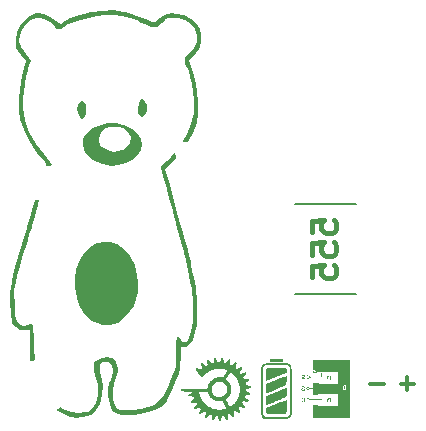
<source format=gbo>
G04 #@! TF.GenerationSoftware,KiCad,Pcbnew,8.0.1*
G04 #@! TF.CreationDate,2024-04-15T15:14:11+08:00*
G04 #@! TF.ProjectId,555Sandbox,35353553-616e-4646-926f-782e6b696361,rev?*
G04 #@! TF.SameCoordinates,Original*
G04 #@! TF.FileFunction,Legend,Bot*
G04 #@! TF.FilePolarity,Positive*
%FSLAX46Y46*%
G04 Gerber Fmt 4.6, Leading zero omitted, Abs format (unit mm)*
G04 Created by KiCad (PCBNEW 8.0.1) date 2024-04-15 15:14:11*
%MOMM*%
%LPD*%
G01*
G04 APERTURE LIST*
G04 Aperture macros list*
%AMRoundRect*
0 Rectangle with rounded corners*
0 $1 Rounding radius*
0 $2 $3 $4 $5 $6 $7 $8 $9 X,Y pos of 4 corners*
0 Add a 4 corners polygon primitive as box body*
4,1,4,$2,$3,$4,$5,$6,$7,$8,$9,$2,$3,0*
0 Add four circle primitives for the rounded corners*
1,1,$1+$1,$2,$3*
1,1,$1+$1,$4,$5*
1,1,$1+$1,$6,$7*
1,1,$1+$1,$8,$9*
0 Add four rect primitives between the rounded corners*
20,1,$1+$1,$2,$3,$4,$5,0*
20,1,$1+$1,$4,$5,$6,$7,0*
20,1,$1+$1,$6,$7,$8,$9,0*
20,1,$1+$1,$8,$9,$2,$3,0*%
G04 Aperture macros list end*
%ADD10C,0.300000*%
%ADD11C,0.200000*%
%ADD12C,0.400000*%
%ADD13C,0.000000*%
%ADD14R,1.600000X1.600000*%
%ADD15O,1.600000X1.600000*%
%ADD16R,1.800000X1.800000*%
%ADD17C,1.800000*%
%ADD18O,2.200000X3.500000*%
%ADD19R,1.500000X2.500000*%
%ADD20O,1.500000X2.500000*%
%ADD21R,1.700000X1.700000*%
%ADD22O,1.700000X1.700000*%
%ADD23C,1.600000*%
%ADD24R,2.200000X2.200000*%
%ADD25O,2.200000X2.200000*%
%ADD26C,2.000000*%
%ADD27RoundRect,0.249999X1.300001X1.300001X-1.300001X1.300001X-1.300001X-1.300001X1.300001X-1.300001X0*%
%ADD28C,3.100000*%
%ADD29C,4.700000*%
%ADD30R,3.000000X3.000000*%
%ADD31C,3.000000*%
G04 APERTURE END LIST*
D10*
X106628571Y-97193100D02*
X107771429Y-97193100D01*
D11*
X105450000Y-89600000D02*
X100250000Y-89600000D01*
X100300000Y-82000000D02*
X105450000Y-82000000D01*
D12*
X101754438Y-84371428D02*
X101754438Y-83419047D01*
X101754438Y-83419047D02*
X102706819Y-83323809D01*
X102706819Y-83323809D02*
X102611580Y-83419047D01*
X102611580Y-83419047D02*
X102516342Y-83609523D01*
X102516342Y-83609523D02*
X102516342Y-84085714D01*
X102516342Y-84085714D02*
X102611580Y-84276190D01*
X102611580Y-84276190D02*
X102706819Y-84371428D01*
X102706819Y-84371428D02*
X102897295Y-84466666D01*
X102897295Y-84466666D02*
X103373485Y-84466666D01*
X103373485Y-84466666D02*
X103563961Y-84371428D01*
X103563961Y-84371428D02*
X103659200Y-84276190D01*
X103659200Y-84276190D02*
X103754438Y-84085714D01*
X103754438Y-84085714D02*
X103754438Y-83609523D01*
X103754438Y-83609523D02*
X103659200Y-83419047D01*
X103659200Y-83419047D02*
X103563961Y-83323809D01*
X101754438Y-86276190D02*
X101754438Y-85323809D01*
X101754438Y-85323809D02*
X102706819Y-85228571D01*
X102706819Y-85228571D02*
X102611580Y-85323809D01*
X102611580Y-85323809D02*
X102516342Y-85514285D01*
X102516342Y-85514285D02*
X102516342Y-85990476D01*
X102516342Y-85990476D02*
X102611580Y-86180952D01*
X102611580Y-86180952D02*
X102706819Y-86276190D01*
X102706819Y-86276190D02*
X102897295Y-86371428D01*
X102897295Y-86371428D02*
X103373485Y-86371428D01*
X103373485Y-86371428D02*
X103563961Y-86276190D01*
X103563961Y-86276190D02*
X103659200Y-86180952D01*
X103659200Y-86180952D02*
X103754438Y-85990476D01*
X103754438Y-85990476D02*
X103754438Y-85514285D01*
X103754438Y-85514285D02*
X103659200Y-85323809D01*
X103659200Y-85323809D02*
X103563961Y-85228571D01*
X101754438Y-88180952D02*
X101754438Y-87228571D01*
X101754438Y-87228571D02*
X102706819Y-87133333D01*
X102706819Y-87133333D02*
X102611580Y-87228571D01*
X102611580Y-87228571D02*
X102516342Y-87419047D01*
X102516342Y-87419047D02*
X102516342Y-87895238D01*
X102516342Y-87895238D02*
X102611580Y-88085714D01*
X102611580Y-88085714D02*
X102706819Y-88180952D01*
X102706819Y-88180952D02*
X102897295Y-88276190D01*
X102897295Y-88276190D02*
X103373485Y-88276190D01*
X103373485Y-88276190D02*
X103563961Y-88180952D01*
X103563961Y-88180952D02*
X103659200Y-88085714D01*
X103659200Y-88085714D02*
X103754438Y-87895238D01*
X103754438Y-87895238D02*
X103754438Y-87419047D01*
X103754438Y-87419047D02*
X103659200Y-87228571D01*
X103659200Y-87228571D02*
X103563961Y-87133333D01*
D10*
X109223571Y-97193100D02*
X110366429Y-97193100D01*
X109795000Y-96621671D02*
X109795000Y-97764528D01*
D13*
G36*
X104956367Y-95660849D02*
G01*
X104956367Y-95849583D01*
X104956367Y-95999397D01*
X104956367Y-96145215D01*
X104956367Y-96177056D01*
X104956367Y-97603367D01*
X104956367Y-97642499D01*
X104956385Y-98066790D01*
X104956441Y-99395474D01*
X104956448Y-99543327D01*
X104956453Y-99680766D01*
X104956460Y-99840566D01*
X104956467Y-100008555D01*
X104956472Y-100119690D01*
X101780042Y-100119690D01*
X101780939Y-100052431D01*
X101818766Y-100052431D01*
X101818837Y-100053701D01*
X101818989Y-100055007D01*
X101819224Y-100056349D01*
X101819542Y-100057725D01*
X101819943Y-100059131D01*
X101820430Y-100060568D01*
X101821001Y-100062032D01*
X101821659Y-100063521D01*
X101822403Y-100065035D01*
X101823234Y-100066570D01*
X101824153Y-100068125D01*
X101825405Y-100070079D01*
X101826644Y-100071902D01*
X101827873Y-100073593D01*
X101829091Y-100075154D01*
X101830301Y-100076582D01*
X101831502Y-100077880D01*
X101832697Y-100079046D01*
X101833886Y-100080080D01*
X101835070Y-100080982D01*
X101836251Y-100081753D01*
X101837429Y-100082391D01*
X101838605Y-100082897D01*
X101839781Y-100083271D01*
X101840957Y-100083513D01*
X101842135Y-100083622D01*
X101843316Y-100083599D01*
X101844500Y-100083443D01*
X101845688Y-100083154D01*
X101846883Y-100082732D01*
X101848084Y-100082178D01*
X101849294Y-100081490D01*
X101850512Y-100080669D01*
X101851740Y-100079715D01*
X101852979Y-100078628D01*
X101854230Y-100077407D01*
X101855494Y-100076052D01*
X101856772Y-100074564D01*
X101858066Y-100072942D01*
X101859376Y-100071186D01*
X101860703Y-100069296D01*
X101862048Y-100067271D01*
X101863413Y-100065113D01*
X101864778Y-100062943D01*
X101866123Y-100060909D01*
X101867451Y-100059009D01*
X101868762Y-100057243D01*
X101870056Y-100055613D01*
X101871335Y-100054117D01*
X101872601Y-100052755D01*
X101873853Y-100051528D01*
X101875094Y-100050434D01*
X101876323Y-100049475D01*
X101877543Y-100048650D01*
X101878753Y-100047959D01*
X101879956Y-100047402D01*
X101881152Y-100046978D01*
X101882342Y-100046688D01*
X101883527Y-100046532D01*
X101884709Y-100046508D01*
X101885887Y-100046619D01*
X101887064Y-100046862D01*
X101888241Y-100047238D01*
X101889417Y-100047748D01*
X101890595Y-100048390D01*
X101891775Y-100049166D01*
X101892959Y-100050073D01*
X101894147Y-100051114D01*
X101895340Y-100052287D01*
X101896540Y-100053592D01*
X101897748Y-100055030D01*
X101898963Y-100056600D01*
X101900189Y-100058302D01*
X101901425Y-100060136D01*
X101902672Y-100062101D01*
X101902639Y-100062180D01*
X101904688Y-100065270D01*
X101906950Y-100068272D01*
X101909403Y-100071172D01*
X101912024Y-100073953D01*
X101914788Y-100076600D01*
X101917674Y-100079099D01*
X101920657Y-100081433D01*
X101923715Y-100083586D01*
X101926825Y-100085545D01*
X101929963Y-100087293D01*
X101933106Y-100088815D01*
X101936231Y-100090095D01*
X101939315Y-100091118D01*
X101942334Y-100091870D01*
X101945265Y-100092333D01*
X101946691Y-100092452D01*
X101948086Y-100092493D01*
X101950752Y-100092307D01*
X101953067Y-100091754D01*
X101955036Y-100090842D01*
X101956661Y-100089577D01*
X101957946Y-100087968D01*
X101958896Y-100086022D01*
X101959512Y-100083747D01*
X101959800Y-100081150D01*
X101959762Y-100078239D01*
X101959402Y-100075022D01*
X101957730Y-100067697D01*
X101954813Y-100059236D01*
X101950680Y-100049699D01*
X101945358Y-100039147D01*
X101938876Y-100027641D01*
X101931262Y-100015241D01*
X101922546Y-100002006D01*
X101912755Y-99987998D01*
X101901917Y-99973277D01*
X101890062Y-99957904D01*
X101877218Y-99941938D01*
X101862796Y-99924541D01*
X101856998Y-99917802D01*
X101852090Y-99912406D01*
X101848033Y-99908381D01*
X101846311Y-99906891D01*
X101844787Y-99905755D01*
X101843457Y-99904975D01*
X101842315Y-99904556D01*
X101841356Y-99904499D01*
X101840576Y-99904810D01*
X101839969Y-99905492D01*
X101839532Y-99906547D01*
X101839258Y-99907980D01*
X101839144Y-99909794D01*
X101839373Y-99914578D01*
X101840180Y-99920928D01*
X101841526Y-99928870D01*
X101843372Y-99938434D01*
X101848407Y-99962534D01*
X101849274Y-99966755D01*
X101850053Y-99970881D01*
X101850745Y-99974910D01*
X101851351Y-99978839D01*
X101851869Y-99982665D01*
X101852302Y-99986386D01*
X101852650Y-99990000D01*
X101852913Y-99993503D01*
X101853091Y-99996893D01*
X101853185Y-100000168D01*
X101853196Y-100003324D01*
X101853123Y-100006361D01*
X101852968Y-100009274D01*
X101852731Y-100012061D01*
X101852412Y-100014720D01*
X101852012Y-100017249D01*
X101851531Y-100019643D01*
X101850970Y-100021902D01*
X101850329Y-100024023D01*
X101849609Y-100026002D01*
X101848810Y-100027838D01*
X101847932Y-100029527D01*
X101846977Y-100031067D01*
X101845944Y-100032457D01*
X101844834Y-100033692D01*
X101843647Y-100034770D01*
X101842385Y-100035690D01*
X101841047Y-100036448D01*
X101839633Y-100037042D01*
X101838145Y-100037469D01*
X101836583Y-100037726D01*
X101834947Y-100037812D01*
X101833460Y-100037851D01*
X101832041Y-100037969D01*
X101830689Y-100038162D01*
X101829406Y-100038430D01*
X101828193Y-100038769D01*
X101827049Y-100039179D01*
X101825976Y-100039657D01*
X101824975Y-100040202D01*
X101824046Y-100040810D01*
X101823189Y-100041482D01*
X101822406Y-100042213D01*
X101821697Y-100043003D01*
X101821062Y-100043850D01*
X101820504Y-100044752D01*
X101820021Y-100045706D01*
X101819616Y-100046711D01*
X101819288Y-100047765D01*
X101819038Y-100048866D01*
X101818868Y-100050012D01*
X101818777Y-100051201D01*
X101818766Y-100052431D01*
X101780939Y-100052431D01*
X101784666Y-99773030D01*
X101822258Y-99773030D01*
X101822514Y-99776811D01*
X101823279Y-99781155D01*
X101824543Y-99786022D01*
X101826295Y-99791374D01*
X101828522Y-99797173D01*
X101831214Y-99803381D01*
X101834360Y-99809957D01*
X101837948Y-99816865D01*
X101841966Y-99824065D01*
X101846405Y-99831519D01*
X101851251Y-99839189D01*
X101957049Y-100003089D01*
X101961770Y-100010336D01*
X101966466Y-100017330D01*
X101971128Y-100024063D01*
X101975748Y-100030531D01*
X101980319Y-100036726D01*
X101984831Y-100042643D01*
X101989277Y-100048275D01*
X101993648Y-100053616D01*
X101997938Y-100058659D01*
X102002136Y-100063400D01*
X102006235Y-100067830D01*
X102010228Y-100071945D01*
X102014105Y-100075737D01*
X102017859Y-100079201D01*
X102020114Y-100081150D01*
X102021481Y-100082331D01*
X102024963Y-100085119D01*
X102028298Y-100087561D01*
X102031477Y-100089649D01*
X102034491Y-100091377D01*
X102037333Y-100092739D01*
X102039995Y-100093730D01*
X102042468Y-100094342D01*
X102044745Y-100094569D01*
X102045806Y-100094537D01*
X102046816Y-100094406D01*
X102047772Y-100094176D01*
X102048674Y-100093846D01*
X102049521Y-100093415D01*
X102050311Y-100092882D01*
X102051044Y-100092247D01*
X102051718Y-100091509D01*
X102052333Y-100090667D01*
X102052888Y-100089720D01*
X102053381Y-100088668D01*
X102053812Y-100087509D01*
X102054482Y-100084870D01*
X102054891Y-100081796D01*
X102055028Y-100078282D01*
X102054448Y-100074426D01*
X102052755Y-100069219D01*
X102046307Y-100055135D01*
X102036238Y-100036803D01*
X102023107Y-100014997D01*
X102007469Y-99990490D01*
X101989879Y-99964056D01*
X101951071Y-99908501D01*
X101911132Y-99854520D01*
X101892129Y-99830054D01*
X101874512Y-99808303D01*
X101858836Y-99790039D01*
X101845659Y-99776037D01*
X101835535Y-99767070D01*
X101831793Y-99764716D01*
X101829022Y-99763911D01*
X101827719Y-99764009D01*
X101826559Y-99764302D01*
X101825541Y-99764782D01*
X101824663Y-99765447D01*
X101823923Y-99766291D01*
X101823321Y-99767310D01*
X101822855Y-99768498D01*
X101822523Y-99769850D01*
X101822258Y-99773030D01*
X101784666Y-99773030D01*
X101786820Y-99611567D01*
X101816831Y-99611567D01*
X101817410Y-99616893D01*
X101819527Y-99624376D01*
X101823109Y-99633889D01*
X101834393Y-99658485D01*
X101850698Y-99689653D01*
X101871464Y-99726363D01*
X101896127Y-99767585D01*
X101924127Y-99812290D01*
X101954900Y-99859450D01*
X101970830Y-99883179D01*
X101986585Y-99906242D01*
X102002072Y-99928521D01*
X102017197Y-99949895D01*
X102031868Y-99970246D01*
X102045990Y-99989454D01*
X102059472Y-100007399D01*
X102072220Y-100023962D01*
X102084140Y-100039024D01*
X102095140Y-100052466D01*
X102105126Y-100064167D01*
X102114006Y-100074008D01*
X102118180Y-100078282D01*
X102121686Y-100081870D01*
X102128073Y-100087634D01*
X102130752Y-100089692D01*
X102133073Y-100091180D01*
X102135025Y-100092084D01*
X102136595Y-100092388D01*
X102137984Y-100092305D01*
X102139398Y-100092057D01*
X102140832Y-100091648D01*
X102142285Y-100091083D01*
X102145235Y-100089500D01*
X102148225Y-100087342D01*
X102151234Y-100084639D01*
X102154240Y-100081426D01*
X102157222Y-100077734D01*
X102160156Y-100073598D01*
X102163023Y-100069048D01*
X102165798Y-100064119D01*
X102168461Y-100058842D01*
X102170991Y-100053251D01*
X102173364Y-100047378D01*
X102175559Y-100041256D01*
X102177555Y-100034918D01*
X102179329Y-100028396D01*
X102181017Y-100018885D01*
X102181444Y-100008555D01*
X102180542Y-99997269D01*
X102178242Y-99984890D01*
X102174476Y-99971278D01*
X102169174Y-99956296D01*
X102162269Y-99939807D01*
X102153692Y-99921672D01*
X102143375Y-99901754D01*
X102131250Y-99879914D01*
X102101298Y-99829920D01*
X102063290Y-99770587D01*
X102016678Y-99700811D01*
X101998396Y-99674084D01*
X101980478Y-99648347D01*
X101963023Y-99623724D01*
X101946130Y-99600338D01*
X101929898Y-99578311D01*
X101914427Y-99557767D01*
X101899814Y-99538828D01*
X101886160Y-99521618D01*
X101873564Y-99506258D01*
X101862125Y-99492872D01*
X101851941Y-99481584D01*
X101843113Y-99472514D01*
X101835739Y-99465788D01*
X101832628Y-99463341D01*
X101829918Y-99461526D01*
X101827621Y-99460359D01*
X101825750Y-99459853D01*
X101824316Y-99460026D01*
X101823333Y-99460891D01*
X101822790Y-99462422D01*
X101822665Y-99464561D01*
X101823632Y-99470594D01*
X101826158Y-99478855D01*
X101830172Y-99489206D01*
X101842362Y-99515637D01*
X101859612Y-99548796D01*
X101881330Y-99587592D01*
X101906927Y-99630934D01*
X101935810Y-99677731D01*
X101967389Y-99726892D01*
X102033381Y-99827736D01*
X102060128Y-99868729D01*
X102083050Y-99904007D01*
X102093157Y-99919636D01*
X102102404Y-99933998D01*
X102110823Y-99947146D01*
X102118445Y-99959133D01*
X102125304Y-99970012D01*
X102131431Y-99979838D01*
X102136858Y-99988665D01*
X102141618Y-99996544D01*
X102145741Y-100003532D01*
X102149260Y-100009679D01*
X102152208Y-100015042D01*
X102154616Y-100019672D01*
X102155628Y-100021729D01*
X102156517Y-100023624D01*
X102157286Y-100025362D01*
X102157941Y-100026951D01*
X102158485Y-100028397D01*
X102158922Y-100029707D01*
X102159256Y-100030887D01*
X102159491Y-100031945D01*
X102159632Y-100032887D01*
X102159681Y-100033719D01*
X102159643Y-100034449D01*
X102159523Y-100035083D01*
X102159324Y-100035628D01*
X102159050Y-100036090D01*
X102158705Y-100036476D01*
X102158293Y-100036794D01*
X102157818Y-100037048D01*
X102157284Y-100037248D01*
X102156696Y-100037398D01*
X102156056Y-100037506D01*
X102154641Y-100037621D01*
X102153070Y-100037648D01*
X102150861Y-100036546D01*
X102147270Y-100033316D01*
X102136264Y-100020905D01*
X102120692Y-100001285D01*
X102101196Y-99975327D01*
X102078416Y-99943899D01*
X102052994Y-99907873D01*
X102025571Y-99868117D01*
X101996787Y-99825502D01*
X101940858Y-99741773D01*
X101918597Y-99708529D01*
X101899705Y-99680507D01*
X101883858Y-99657315D01*
X101876975Y-99647407D01*
X101870733Y-99638559D01*
X101865089Y-99630721D01*
X101860005Y-99623846D01*
X101855439Y-99617883D01*
X101851350Y-99612783D01*
X101847699Y-99608498D01*
X101844445Y-99604978D01*
X101841547Y-99602174D01*
X101838964Y-99600037D01*
X101837779Y-99599203D01*
X101836657Y-99598518D01*
X101835594Y-99597975D01*
X101834585Y-99597567D01*
X101833624Y-99597290D01*
X101832707Y-99597136D01*
X101831828Y-99597100D01*
X101830982Y-99597175D01*
X101830165Y-99597356D01*
X101829371Y-99597636D01*
X101828595Y-99598009D01*
X101827832Y-99598468D01*
X101826326Y-99599624D01*
X101824811Y-99601053D01*
X101817858Y-99608527D01*
X101817139Y-99609753D01*
X101816831Y-99611567D01*
X101786820Y-99611567D01*
X101787436Y-99565380D01*
X101790766Y-99315815D01*
X101820487Y-99315815D01*
X101822564Y-99325992D01*
X101826871Y-99338750D01*
X101833469Y-99354205D01*
X101842417Y-99372474D01*
X101853775Y-99393674D01*
X101867604Y-99417920D01*
X101902912Y-99476019D01*
X101948821Y-99547704D01*
X102005809Y-99633906D01*
X102034279Y-99676367D01*
X102059766Y-99714068D01*
X102082427Y-99747185D01*
X102102420Y-99775894D01*
X102119904Y-99800370D01*
X102127754Y-99811076D01*
X102135037Y-99820790D01*
X102141771Y-99829533D01*
X102147977Y-99837328D01*
X102153675Y-99844197D01*
X102158883Y-99850162D01*
X102163623Y-99855245D01*
X102167913Y-99859467D01*
X102171774Y-99862851D01*
X102175226Y-99865419D01*
X102178287Y-99867193D01*
X102179678Y-99867789D01*
X102180979Y-99868194D01*
X102182192Y-99868412D01*
X102183320Y-99868445D01*
X102184365Y-99868296D01*
X102185331Y-99867968D01*
X102186218Y-99867463D01*
X102187031Y-99866784D01*
X102187770Y-99865934D01*
X102188440Y-99864916D01*
X102189041Y-99863732D01*
X102189578Y-99862385D01*
X102190464Y-99859214D01*
X102191119Y-99855425D01*
X102191563Y-99851039D01*
X102191814Y-99846079D01*
X102191893Y-99840566D01*
X102190948Y-99835139D01*
X102188186Y-99827227D01*
X102177679Y-99804642D01*
X102161295Y-99774208D01*
X102139956Y-99737317D01*
X102086106Y-99649744D01*
X102023508Y-99553078D01*
X101959546Y-99458475D01*
X101901601Y-99377089D01*
X101877192Y-99344838D01*
X101857054Y-99320074D01*
X101842112Y-99304192D01*
X101836877Y-99300017D01*
X101833287Y-99298585D01*
X101827041Y-99299604D01*
X101824660Y-99300899D01*
X101822785Y-99302737D01*
X101821423Y-99305133D01*
X101820581Y-99308102D01*
X101820487Y-99315815D01*
X101790766Y-99315815D01*
X101793042Y-99145189D01*
X101818390Y-99145189D01*
X101819376Y-99151030D01*
X101822079Y-99159427D01*
X101826415Y-99170232D01*
X101839671Y-99198463D01*
X101858497Y-99234530D01*
X101882248Y-99277237D01*
X101910279Y-99325390D01*
X101941944Y-99377794D01*
X101976598Y-99433255D01*
X101976598Y-99433262D01*
X102005827Y-99479027D01*
X102032559Y-99520301D01*
X102056880Y-99557180D01*
X102078872Y-99589762D01*
X102089022Y-99604471D01*
X102098621Y-99618142D01*
X102107681Y-99630787D01*
X102116211Y-99642419D01*
X102124222Y-99653048D01*
X102131725Y-99662688D01*
X102138731Y-99671350D01*
X102145249Y-99679047D01*
X102151291Y-99685790D01*
X102156866Y-99691592D01*
X102161986Y-99696465D01*
X102166661Y-99700421D01*
X102170902Y-99703471D01*
X102172862Y-99704661D01*
X102174718Y-99705629D01*
X102176471Y-99706377D01*
X102178121Y-99706907D01*
X102179671Y-99707219D01*
X102181121Y-99707315D01*
X102182473Y-99707198D01*
X102183729Y-99706867D01*
X102184889Y-99706326D01*
X102185955Y-99705575D01*
X102186928Y-99704616D01*
X102187809Y-99703451D01*
X102188600Y-99702080D01*
X102189303Y-99700506D01*
X102189918Y-99698730D01*
X102190446Y-99696753D01*
X102191250Y-99692204D01*
X102191724Y-99686871D01*
X102191880Y-99680766D01*
X102191007Y-99676562D01*
X102188446Y-99669910D01*
X102178602Y-99649832D01*
X102163040Y-99621686D01*
X102142450Y-99586621D01*
X102117521Y-99545789D01*
X102088944Y-99500339D01*
X102057409Y-99451424D01*
X102023606Y-99400193D01*
X101958237Y-99302169D01*
X101932235Y-99263255D01*
X101910193Y-99230446D01*
X101891738Y-99203274D01*
X101876500Y-99181268D01*
X101869971Y-99172055D01*
X101864106Y-99163959D01*
X101858859Y-99156919D01*
X101854184Y-99150877D01*
X101850034Y-99145774D01*
X101846363Y-99141553D01*
X101843124Y-99138153D01*
X101840270Y-99135517D01*
X101838974Y-99134466D01*
X101837756Y-99133585D01*
X101836612Y-99132865D01*
X101835535Y-99132299D01*
X101834519Y-99131880D01*
X101833560Y-99131600D01*
X101832650Y-99131453D01*
X101831784Y-99131430D01*
X101830957Y-99131525D01*
X101830163Y-99131730D01*
X101829395Y-99132038D01*
X101828648Y-99132441D01*
X101827193Y-99133504D01*
X101825752Y-99134861D01*
X101819200Y-99142053D01*
X101818565Y-99143273D01*
X101818390Y-99145189D01*
X101793042Y-99145189D01*
X101794162Y-99061208D01*
X101844824Y-99061208D01*
X101846268Y-99067484D01*
X101849779Y-99076158D01*
X101855566Y-99087615D01*
X101874804Y-99120431D01*
X101905649Y-99169028D01*
X102008844Y-99325959D01*
X102008844Y-99325952D01*
X102037717Y-99369522D01*
X102063432Y-99408104D01*
X102086165Y-99441909D01*
X102106098Y-99471151D01*
X102123408Y-99496040D01*
X102131135Y-99506920D01*
X102138273Y-99516791D01*
X102144846Y-99525680D01*
X102150874Y-99533614D01*
X102156382Y-99540619D01*
X102161390Y-99546722D01*
X102165921Y-99551949D01*
X102169998Y-99556328D01*
X102173642Y-99559883D01*
X102176877Y-99562643D01*
X102179725Y-99564633D01*
X102181011Y-99565348D01*
X102182208Y-99565881D01*
X102183320Y-99566234D01*
X102184348Y-99566411D01*
X102185297Y-99566416D01*
X102186168Y-99566252D01*
X102186965Y-99565922D01*
X102187690Y-99565430D01*
X102188347Y-99564778D01*
X102188937Y-99563970D01*
X102189464Y-99563010D01*
X102189931Y-99561901D01*
X102190693Y-99559248D01*
X102191248Y-99556037D01*
X102191616Y-99552296D01*
X102191820Y-99548050D01*
X102191884Y-99543327D01*
X102191037Y-99537199D01*
X102188567Y-99528973D01*
X102179160Y-99506825D01*
X102164470Y-99478088D01*
X102145309Y-99443963D01*
X102122486Y-99405656D01*
X102096810Y-99364367D01*
X102040140Y-99277660D01*
X101981778Y-99193468D01*
X101953986Y-99155322D01*
X101928200Y-99121414D01*
X101905229Y-99092947D01*
X101886286Y-99071578D01*
X101945524Y-99071578D01*
X101946097Y-99073544D01*
X101947779Y-99077112D01*
X101954244Y-99088696D01*
X101964464Y-99105618D01*
X101977986Y-99127164D01*
X102013126Y-99181280D01*
X102056039Y-99245340D01*
X102056032Y-99245340D01*
X102078490Y-99278030D01*
X102099942Y-99308526D01*
X102119881Y-99336162D01*
X102137803Y-99360270D01*
X102153203Y-99380183D01*
X102159799Y-99388357D01*
X102165574Y-99395232D01*
X102170466Y-99400725D01*
X102174412Y-99404752D01*
X102177348Y-99407229D01*
X102178417Y-99407860D01*
X102179210Y-99408073D01*
X102182104Y-99407871D01*
X102184646Y-99407266D01*
X102186838Y-99406265D01*
X102188684Y-99404872D01*
X102190184Y-99403091D01*
X102191340Y-99400928D01*
X102192155Y-99398387D01*
X102192630Y-99395474D01*
X102192569Y-99388548D01*
X102191172Y-99380190D01*
X102188455Y-99370437D01*
X102184433Y-99359329D01*
X102179121Y-99346904D01*
X102172535Y-99333201D01*
X102164690Y-99318258D01*
X102155601Y-99302115D01*
X102145285Y-99284811D01*
X102133755Y-99266383D01*
X102121028Y-99246871D01*
X102107118Y-99226313D01*
X102098555Y-99213698D01*
X102090366Y-99201304D01*
X102082588Y-99189200D01*
X102075259Y-99177456D01*
X102068414Y-99166142D01*
X102062090Y-99155327D01*
X102056324Y-99145080D01*
X102051152Y-99135472D01*
X102046612Y-99126571D01*
X102042739Y-99118447D01*
X102039570Y-99111171D01*
X102037141Y-99104810D01*
X102035490Y-99099436D01*
X102034968Y-99097140D01*
X102034653Y-99095117D01*
X102034552Y-99093375D01*
X102034667Y-99091923D01*
X102035004Y-99090769D01*
X102035568Y-99089923D01*
X102036328Y-99089383D01*
X102037246Y-99089118D01*
X102038316Y-99089124D01*
X102039532Y-99089395D01*
X102042387Y-99090708D01*
X102045770Y-99093010D01*
X102049641Y-99096254D01*
X102053961Y-99100394D01*
X102058691Y-99105383D01*
X102063789Y-99111175D01*
X102069217Y-99117723D01*
X102074935Y-99124980D01*
X102080903Y-99132900D01*
X102087082Y-99141437D01*
X102099910Y-99160171D01*
X102113102Y-99180810D01*
X102121997Y-99195017D01*
X102130167Y-99207673D01*
X102137646Y-99218802D01*
X102141137Y-99223801D01*
X102144467Y-99228428D01*
X102147641Y-99232686D01*
X102150662Y-99236577D01*
X102153536Y-99240105D01*
X102156265Y-99243273D01*
X102158855Y-99246083D01*
X102161308Y-99248539D01*
X102163630Y-99250644D01*
X102165824Y-99252400D01*
X102167895Y-99253812D01*
X102169846Y-99254881D01*
X102171682Y-99255612D01*
X102173407Y-99256007D01*
X102174229Y-99256079D01*
X102175025Y-99256068D01*
X102175795Y-99255975D01*
X102176539Y-99255800D01*
X102177259Y-99255544D01*
X102177955Y-99255205D01*
X102178627Y-99254786D01*
X102179276Y-99254287D01*
X102180507Y-99253048D01*
X102181651Y-99251491D01*
X102182712Y-99249619D01*
X102183695Y-99247436D01*
X102184604Y-99244944D01*
X102185443Y-99242147D01*
X102186216Y-99239048D01*
X102186926Y-99235649D01*
X102188199Y-99227518D01*
X102188900Y-99219364D01*
X102189048Y-99211208D01*
X102188658Y-99203068D01*
X102187748Y-99194963D01*
X102186335Y-99186911D01*
X102184435Y-99178933D01*
X102182066Y-99171045D01*
X102179244Y-99163268D01*
X102175986Y-99155620D01*
X102172309Y-99148121D01*
X102168230Y-99140788D01*
X102163766Y-99133641D01*
X102158933Y-99126698D01*
X102153749Y-99119979D01*
X102148231Y-99113502D01*
X102142395Y-99107286D01*
X102136257Y-99101351D01*
X102129836Y-99095714D01*
X102123148Y-99090395D01*
X102116210Y-99085412D01*
X102109038Y-99080785D01*
X102101650Y-99076532D01*
X102094062Y-99072672D01*
X102086291Y-99069224D01*
X102078355Y-99066207D01*
X102070270Y-99063639D01*
X102062052Y-99061540D01*
X102053720Y-99059928D01*
X102045289Y-99058823D01*
X102036776Y-99058243D01*
X102028199Y-99058206D01*
X102019777Y-99058502D01*
X102011590Y-99058901D01*
X102003683Y-99059398D01*
X101996096Y-99059985D01*
X101988874Y-99060656D01*
X101982056Y-99061404D01*
X101975688Y-99062221D01*
X101969809Y-99063101D01*
X101964464Y-99064037D01*
X101959694Y-99065022D01*
X101955541Y-99066049D01*
X101952048Y-99067112D01*
X101949258Y-99068203D01*
X101948139Y-99068757D01*
X101947212Y-99069315D01*
X101946482Y-99069878D01*
X101945953Y-99070443D01*
X101945632Y-99071010D01*
X101945524Y-99071578D01*
X101886286Y-99071578D01*
X101885884Y-99071124D01*
X101870975Y-99057148D01*
X101865436Y-99053479D01*
X101861310Y-99052222D01*
X101850809Y-99052885D01*
X101847303Y-99054295D01*
X101845239Y-99056940D01*
X101844824Y-99061208D01*
X101794162Y-99061208D01*
X101794831Y-99011076D01*
X102006974Y-99003032D01*
X102038417Y-99001940D01*
X102066719Y-99001163D01*
X102092034Y-99000726D01*
X102103619Y-99000642D01*
X102114515Y-99000653D01*
X102124741Y-99000762D01*
X102134316Y-99000970D01*
X102143259Y-99001282D01*
X102151590Y-99001701D01*
X102159327Y-99002230D01*
X102166491Y-99002872D01*
X102173099Y-99003629D01*
X102179171Y-99004506D01*
X102184727Y-99005505D01*
X102189786Y-99006629D01*
X102194366Y-99007882D01*
X102198487Y-99009266D01*
X102202168Y-99010785D01*
X102205429Y-99012441D01*
X102206907Y-99013322D01*
X102208288Y-99014238D01*
X102209573Y-99015191D01*
X102210764Y-99016180D01*
X102211865Y-99017205D01*
X102212878Y-99018268D01*
X102213805Y-99019368D01*
X102214648Y-99020506D01*
X102215409Y-99021682D01*
X102216092Y-99022898D01*
X102216699Y-99024152D01*
X102217232Y-99025446D01*
X102218084Y-99028153D01*
X102218670Y-99031023D01*
X102219007Y-99034058D01*
X102219116Y-99037262D01*
X102219517Y-99043165D01*
X102220770Y-99048534D01*
X102222949Y-99053391D01*
X102226130Y-99057756D01*
X102230388Y-99061652D01*
X102235796Y-99065098D01*
X102242431Y-99068117D01*
X102250367Y-99070728D01*
X102259678Y-99072954D01*
X102270440Y-99074814D01*
X102282728Y-99076331D01*
X102296616Y-99077525D01*
X102312179Y-99078416D01*
X102329492Y-99079027D01*
X102369668Y-99079491D01*
X102520220Y-99079491D01*
X102520220Y-98586765D01*
X102020404Y-98586772D01*
X101937278Y-98586822D01*
X101863785Y-98587014D01*
X101799282Y-98587413D01*
X101743128Y-98588087D01*
X101717980Y-98588546D01*
X101694678Y-98589099D01*
X101673141Y-98589754D01*
X101653290Y-98590518D01*
X101635044Y-98591400D01*
X101618322Y-98592408D01*
X101603044Y-98593550D01*
X101589130Y-98594835D01*
X101576499Y-98596271D01*
X101565071Y-98597866D01*
X101554766Y-98599629D01*
X101545503Y-98601567D01*
X101537202Y-98603688D01*
X101529782Y-98606002D01*
X101523164Y-98608516D01*
X101517267Y-98611239D01*
X101512010Y-98614179D01*
X101507313Y-98617343D01*
X101503096Y-98620741D01*
X101499278Y-98624381D01*
X101495780Y-98628270D01*
X101492520Y-98632417D01*
X101489419Y-98636831D01*
X101486395Y-98641519D01*
X101482071Y-98647972D01*
X101477415Y-98654003D01*
X101472445Y-98659612D01*
X101467180Y-98664801D01*
X101461637Y-98669568D01*
X101455834Y-98673914D01*
X101449790Y-98677840D01*
X101443523Y-98681345D01*
X101437050Y-98684430D01*
X101430390Y-98687095D01*
X101423561Y-98689340D01*
X101416581Y-98691165D01*
X101409468Y-98692570D01*
X101402239Y-98693556D01*
X101394914Y-98694123D01*
X101387510Y-98694271D01*
X101380045Y-98694000D01*
X101372537Y-98693310D01*
X101365004Y-98692202D01*
X101357465Y-98690675D01*
X101349937Y-98688731D01*
X101342439Y-98686368D01*
X101334988Y-98683588D01*
X101327603Y-98680390D01*
X101320302Y-98676775D01*
X101313102Y-98672743D01*
X101306022Y-98668294D01*
X101299080Y-98663428D01*
X101292294Y-98658145D01*
X101285682Y-98652446D01*
X101279262Y-98646331D01*
X101273052Y-98639800D01*
X101264824Y-98630561D01*
X101257659Y-98622126D01*
X101251546Y-98614355D01*
X101246475Y-98607107D01*
X101244326Y-98603635D01*
X101242434Y-98600241D01*
X101240797Y-98596908D01*
X101239413Y-98593618D01*
X101238281Y-98590353D01*
X101237400Y-98587097D01*
X101236769Y-98583830D01*
X101236385Y-98580536D01*
X101236248Y-98577197D01*
X101236357Y-98573796D01*
X101236709Y-98570314D01*
X101237304Y-98566735D01*
X101238140Y-98563041D01*
X101239139Y-98559490D01*
X101302257Y-98559490D01*
X101302529Y-98566968D01*
X101303332Y-98574137D01*
X101304639Y-98580970D01*
X101306427Y-98587461D01*
X101308670Y-98593603D01*
X101311345Y-98599388D01*
X101314427Y-98604810D01*
X101317890Y-98609861D01*
X101321711Y-98614536D01*
X101325865Y-98618825D01*
X101330327Y-98622724D01*
X101335073Y-98626224D01*
X101340078Y-98629320D01*
X101345318Y-98632003D01*
X101350767Y-98634266D01*
X101356402Y-98636104D01*
X101362198Y-98637509D01*
X101368130Y-98638474D01*
X101374173Y-98638991D01*
X101380304Y-98639055D01*
X101386497Y-98638657D01*
X101392728Y-98637792D01*
X101398972Y-98636452D01*
X101405205Y-98634630D01*
X101411402Y-98632319D01*
X101417539Y-98629512D01*
X101423590Y-98626203D01*
X101429532Y-98622383D01*
X101435340Y-98618047D01*
X101440989Y-98613188D01*
X101446455Y-98607797D01*
X101451712Y-98601869D01*
X101456754Y-98595608D01*
X101461124Y-98589733D01*
X101464821Y-98584188D01*
X101466418Y-98581523D01*
X101467846Y-98578919D01*
X101469107Y-98576370D01*
X101470199Y-98573870D01*
X101471123Y-98571411D01*
X101471880Y-98568987D01*
X101472468Y-98566590D01*
X101472888Y-98564213D01*
X101473140Y-98561851D01*
X101473224Y-98559495D01*
X101473140Y-98557139D01*
X101472888Y-98554776D01*
X101472468Y-98552400D01*
X101471880Y-98550002D01*
X101471123Y-98547577D01*
X101470199Y-98545118D01*
X101469107Y-98542617D01*
X101467846Y-98540068D01*
X101466418Y-98537464D01*
X101464821Y-98534797D01*
X101461124Y-98529251D01*
X101456754Y-98523374D01*
X101451712Y-98517110D01*
X101446455Y-98511184D01*
X101440989Y-98505794D01*
X101435341Y-98500936D01*
X101429533Y-98496600D01*
X101423591Y-98492782D01*
X101417540Y-98489473D01*
X101411403Y-98486667D01*
X101405206Y-98484356D01*
X101398973Y-98482535D01*
X101392729Y-98481195D01*
X101386498Y-98480330D01*
X101380305Y-98479932D01*
X101374175Y-98479996D01*
X101368131Y-98480514D01*
X101362199Y-98481478D01*
X101356403Y-98482883D01*
X101350768Y-98484720D01*
X101345319Y-98486984D01*
X101340079Y-98489667D01*
X101335074Y-98492762D01*
X101330328Y-98496262D01*
X101325866Y-98500160D01*
X101321712Y-98504449D01*
X101317891Y-98509123D01*
X101314427Y-98514174D01*
X101311346Y-98519595D01*
X101308671Y-98525380D01*
X101306427Y-98531521D01*
X101304639Y-98538011D01*
X101303332Y-98544844D01*
X101302529Y-98552013D01*
X101302257Y-98559490D01*
X101239139Y-98559490D01*
X101239216Y-98559215D01*
X101240530Y-98555237D01*
X101242082Y-98551092D01*
X101245890Y-98542229D01*
X101250630Y-98532483D01*
X101256291Y-98521714D01*
X101262862Y-98509782D01*
X101268033Y-98501093D01*
X101273569Y-98492859D01*
X101279447Y-98485081D01*
X101285640Y-98477765D01*
X101292124Y-98470914D01*
X101298873Y-98464532D01*
X101305862Y-98458623D01*
X101313068Y-98453190D01*
X101320463Y-98448238D01*
X101328023Y-98443770D01*
X101335724Y-98439789D01*
X101343540Y-98436301D01*
X101351445Y-98433308D01*
X101359415Y-98430815D01*
X101367426Y-98428826D01*
X101375450Y-98427343D01*
X101383465Y-98426372D01*
X101391444Y-98425915D01*
X101399362Y-98425977D01*
X101407195Y-98426562D01*
X101414916Y-98427673D01*
X101422502Y-98429314D01*
X101429927Y-98431489D01*
X101437167Y-98434202D01*
X101444194Y-98437457D01*
X101450986Y-98441257D01*
X101457517Y-98445607D01*
X101463761Y-98450509D01*
X101469693Y-98455969D01*
X101475289Y-98461990D01*
X101480524Y-98468575D01*
X101485372Y-98475728D01*
X101491683Y-98485237D01*
X101498495Y-98493616D01*
X101506475Y-98500935D01*
X101516292Y-98507267D01*
X101528614Y-98512683D01*
X101544107Y-98517253D01*
X101563441Y-98521049D01*
X101587282Y-98524143D01*
X101651160Y-98528509D01*
X101741083Y-98530920D01*
X102020437Y-98532162D01*
X102520256Y-98532169D01*
X102520256Y-98066823D01*
X102369714Y-98066823D01*
X102346053Y-98066909D01*
X102324969Y-98067199D01*
X102306316Y-98067745D01*
X102297856Y-98068132D01*
X102289949Y-98068603D01*
X102282577Y-98069165D01*
X102275723Y-98069825D01*
X102269368Y-98070590D01*
X102263495Y-98071466D01*
X102258084Y-98072460D01*
X102253118Y-98073579D01*
X102248579Y-98074829D01*
X102244448Y-98076218D01*
X102240708Y-98077752D01*
X102237341Y-98079437D01*
X102234327Y-98081281D01*
X102231651Y-98083290D01*
X102229292Y-98085471D01*
X102227233Y-98087831D01*
X102225457Y-98090376D01*
X102223944Y-98093113D01*
X102222677Y-98096049D01*
X102221637Y-98099190D01*
X102220808Y-98102544D01*
X102220169Y-98106117D01*
X102219704Y-98109915D01*
X102219395Y-98113946D01*
X102219222Y-98118216D01*
X102219169Y-98122732D01*
X102219041Y-98128381D01*
X102218961Y-98131954D01*
X102218173Y-98140084D01*
X102216555Y-98147178D01*
X102213860Y-98153291D01*
X102209838Y-98158480D01*
X102207252Y-98160746D01*
X102204242Y-98162801D01*
X102196823Y-98166310D01*
X102187333Y-98169064D01*
X102175523Y-98171118D01*
X102161144Y-98172530D01*
X102143949Y-98173354D01*
X102123689Y-98173647D01*
X102072980Y-98172866D01*
X102007029Y-98170636D01*
X101794887Y-98162637D01*
X101791387Y-98043325D01*
X101809278Y-98043325D01*
X101809405Y-98047099D01*
X101810343Y-98055179D01*
X101812183Y-98063806D01*
X101814914Y-98072783D01*
X101818522Y-98081914D01*
X101822997Y-98091004D01*
X101828326Y-98099857D01*
X101831306Y-98104133D01*
X101834496Y-98108276D01*
X101837892Y-98112261D01*
X101841495Y-98116065D01*
X101841485Y-98116065D01*
X101844946Y-98119411D01*
X101848543Y-98122663D01*
X101852247Y-98125804D01*
X101856030Y-98128817D01*
X101859864Y-98131686D01*
X101863720Y-98134395D01*
X101867569Y-98136925D01*
X101871383Y-98139260D01*
X101875133Y-98141384D01*
X101878791Y-98143280D01*
X101882327Y-98144931D01*
X101885715Y-98146319D01*
X101888924Y-98147429D01*
X101891926Y-98148243D01*
X101894693Y-98148745D01*
X101895980Y-98148874D01*
X101897197Y-98148918D01*
X101899518Y-98148633D01*
X101901408Y-98147799D01*
X101902882Y-98146449D01*
X101903956Y-98144614D01*
X101904645Y-98142326D01*
X101904966Y-98139616D01*
X101904934Y-98136517D01*
X101904565Y-98133061D01*
X101902881Y-98125203D01*
X101900039Y-98116297D01*
X101896167Y-98106598D01*
X101891391Y-98096360D01*
X101885839Y-98085839D01*
X101879636Y-98075289D01*
X101872909Y-98064964D01*
X101865786Y-98055120D01*
X101858393Y-98046011D01*
X101850857Y-98037893D01*
X101843304Y-98031019D01*
X101839562Y-98028128D01*
X101835862Y-98025644D01*
X101832375Y-98023695D01*
X101829139Y-98022299D01*
X101826154Y-98021431D01*
X101823417Y-98021067D01*
X101820927Y-98021183D01*
X101818682Y-98021753D01*
X101816682Y-98022755D01*
X101814924Y-98024162D01*
X101813407Y-98025951D01*
X101812129Y-98028097D01*
X101811089Y-98030575D01*
X101810286Y-98033362D01*
X101809717Y-98036432D01*
X101809382Y-98039761D01*
X101809278Y-98043325D01*
X101791387Y-98043325D01*
X101787059Y-97895751D01*
X101786922Y-97891113D01*
X101815120Y-97891113D01*
X101815692Y-97895563D01*
X101817027Y-97901078D01*
X101819092Y-97907588D01*
X101821855Y-97915020D01*
X101825283Y-97923304D01*
X101829342Y-97932368D01*
X101839226Y-97952553D01*
X101851243Y-97975005D01*
X101865131Y-97999154D01*
X101880626Y-98024431D01*
X101880630Y-98024431D01*
X101887077Y-98034531D01*
X101893406Y-98044251D01*
X101899612Y-98053587D01*
X101905689Y-98062532D01*
X101911631Y-98071082D01*
X101917433Y-98079231D01*
X101923088Y-98086974D01*
X101928591Y-98094306D01*
X101933937Y-98101221D01*
X101939120Y-98107715D01*
X101944133Y-98113782D01*
X101948972Y-98119417D01*
X101953631Y-98124615D01*
X101958103Y-98129369D01*
X101962383Y-98133677D01*
X101966466Y-98137531D01*
X101968849Y-98139616D01*
X101970346Y-98140926D01*
X101974017Y-98143859D01*
X101977473Y-98146322D01*
X101980708Y-98148312D01*
X101983718Y-98149822D01*
X101986496Y-98150849D01*
X101987796Y-98151178D01*
X101989036Y-98151385D01*
X101990215Y-98151468D01*
X101991333Y-98151426D01*
X101992389Y-98151260D01*
X101993381Y-98150968D01*
X101994310Y-98150549D01*
X101995175Y-98150004D01*
X101995975Y-98149331D01*
X101996708Y-98148529D01*
X101997376Y-98147599D01*
X101997976Y-98146539D01*
X101998508Y-98145349D01*
X101998972Y-98144028D01*
X101999690Y-98140990D01*
X102000125Y-98137421D01*
X102000271Y-98133315D01*
X101999783Y-98129728D01*
X101998357Y-98125069D01*
X101992935Y-98112852D01*
X101984481Y-98097309D01*
X101973476Y-98079084D01*
X101960396Y-98058822D01*
X101945720Y-98037166D01*
X101929927Y-98014761D01*
X101913494Y-97992251D01*
X101896900Y-97970280D01*
X101880623Y-97949492D01*
X101865141Y-97930532D01*
X101850933Y-97914044D01*
X101838476Y-97900672D01*
X101828249Y-97891059D01*
X101824121Y-97887865D01*
X101820730Y-97885852D01*
X101818136Y-97885101D01*
X101816398Y-97885692D01*
X101815766Y-97886590D01*
X101815345Y-97887799D01*
X101815120Y-97891113D01*
X101786922Y-97891113D01*
X101782505Y-97741330D01*
X101813203Y-97741330D01*
X101814067Y-97747395D01*
X101816169Y-97755160D01*
X101819449Y-97764512D01*
X101823849Y-97775337D01*
X101829310Y-97787520D01*
X101843174Y-97815507D01*
X101860568Y-97847563D01*
X101881020Y-97882777D01*
X101904055Y-97920238D01*
X101929199Y-97959034D01*
X101942218Y-97978376D01*
X101955180Y-97997176D01*
X101968005Y-98015336D01*
X101980614Y-98032759D01*
X101992926Y-98049347D01*
X102004860Y-98065004D01*
X102016336Y-98079632D01*
X102027273Y-98093134D01*
X102037593Y-98105411D01*
X102047213Y-98116368D01*
X102056054Y-98125906D01*
X102063425Y-98133315D01*
X102064035Y-98133928D01*
X102071077Y-98140337D01*
X102074220Y-98142906D01*
X102077098Y-98145036D01*
X102079701Y-98146713D01*
X102082018Y-98147926D01*
X102084041Y-98148663D01*
X102085758Y-98148911D01*
X102087338Y-98148820D01*
X102088770Y-98148547D01*
X102090055Y-98148098D01*
X102091194Y-98147475D01*
X102092188Y-98146681D01*
X102093037Y-98145721D01*
X102093742Y-98144597D01*
X102094304Y-98143314D01*
X102094724Y-98141874D01*
X102095004Y-98140281D01*
X102095142Y-98136652D01*
X102094726Y-98132452D01*
X102093762Y-98127712D01*
X102092258Y-98122457D01*
X102090220Y-98116717D01*
X102087655Y-98110520D01*
X102084569Y-98103892D01*
X102080970Y-98096862D01*
X102076864Y-98089458D01*
X102072259Y-98081708D01*
X102067160Y-98073640D01*
X102032787Y-98020861D01*
X102001547Y-97973194D01*
X101973297Y-97930450D01*
X101947896Y-97892441D01*
X101925201Y-97858979D01*
X101905072Y-97829875D01*
X101887365Y-97804940D01*
X101871940Y-97783987D01*
X101865038Y-97774944D01*
X101858654Y-97766826D01*
X101852769Y-97759610D01*
X101847365Y-97753271D01*
X101842426Y-97747786D01*
X101837932Y-97743131D01*
X101833867Y-97739283D01*
X101830213Y-97736219D01*
X101826952Y-97733914D01*
X101824066Y-97732346D01*
X101821537Y-97731491D01*
X101820401Y-97731323D01*
X101819348Y-97731324D01*
X101818376Y-97731492D01*
X101817481Y-97731823D01*
X101816663Y-97732315D01*
X101815919Y-97732965D01*
X101815246Y-97733769D01*
X101814643Y-97734725D01*
X101813636Y-97737079D01*
X101813203Y-97741330D01*
X101782505Y-97741330D01*
X101779189Y-97628864D01*
X101657001Y-97628864D01*
X101641322Y-97629069D01*
X101626383Y-97629662D01*
X101612159Y-97630652D01*
X101598622Y-97632048D01*
X101585746Y-97633859D01*
X101573504Y-97636092D01*
X101561869Y-97638757D01*
X101550815Y-97641863D01*
X101540314Y-97645418D01*
X101530340Y-97649430D01*
X101520866Y-97653909D01*
X101511866Y-97658863D01*
X101503312Y-97664301D01*
X101495178Y-97670232D01*
X101487438Y-97676663D01*
X101480063Y-97683605D01*
X101473313Y-97690117D01*
X101466526Y-97696195D01*
X101459708Y-97701839D01*
X101452867Y-97707049D01*
X101446007Y-97711825D01*
X101439135Y-97716168D01*
X101432257Y-97720077D01*
X101425380Y-97723553D01*
X101418509Y-97726596D01*
X101411651Y-97729206D01*
X101404811Y-97731384D01*
X101397996Y-97733129D01*
X101391211Y-97734442D01*
X101384464Y-97735322D01*
X101377760Y-97735771D01*
X101371105Y-97735788D01*
X101364505Y-97735374D01*
X101357967Y-97734528D01*
X101351497Y-97733251D01*
X101345100Y-97731543D01*
X101338783Y-97729405D01*
X101332552Y-97726835D01*
X101326413Y-97723835D01*
X101320372Y-97720405D01*
X101314436Y-97716545D01*
X101308610Y-97712255D01*
X101302900Y-97707535D01*
X101297314Y-97702386D01*
X101291856Y-97696807D01*
X101286533Y-97690799D01*
X101281351Y-97684362D01*
X101276316Y-97677496D01*
X101266847Y-97663523D01*
X101258643Y-97650360D01*
X101255016Y-97644058D01*
X101251705Y-97637930D01*
X101248710Y-97631965D01*
X101246031Y-97626155D01*
X101243669Y-97620489D01*
X101241623Y-97614957D01*
X101239893Y-97609551D01*
X101238480Y-97604259D01*
X101237383Y-97599073D01*
X101236603Y-97593982D01*
X101236139Y-97588977D01*
X101236042Y-97585741D01*
X101294975Y-97585741D01*
X101295037Y-97590899D01*
X101295453Y-97596113D01*
X101296229Y-97601367D01*
X101297373Y-97606646D01*
X101298891Y-97611932D01*
X101300788Y-97617209D01*
X101303072Y-97622462D01*
X101305748Y-97627674D01*
X101308823Y-97632828D01*
X101312303Y-97637908D01*
X101316195Y-97642899D01*
X101316192Y-97642899D01*
X101320522Y-97647908D01*
X101324904Y-97652570D01*
X101329331Y-97656884D01*
X101333799Y-97660852D01*
X101338301Y-97664474D01*
X101342830Y-97667751D01*
X101347382Y-97670682D01*
X101351949Y-97673268D01*
X101356525Y-97675510D01*
X101361106Y-97677408D01*
X101365684Y-97678963D01*
X101370253Y-97680174D01*
X101374808Y-97681043D01*
X101379342Y-97681570D01*
X101383850Y-97681755D01*
X101388324Y-97681599D01*
X101392760Y-97681102D01*
X101397152Y-97680265D01*
X101401492Y-97679087D01*
X101405775Y-97677571D01*
X101409995Y-97675715D01*
X101414146Y-97673520D01*
X101418222Y-97670988D01*
X101422216Y-97668117D01*
X101426124Y-97664910D01*
X101429938Y-97661365D01*
X101433652Y-97657485D01*
X101437261Y-97653268D01*
X101440759Y-97648716D01*
X101444139Y-97643828D01*
X101447395Y-97638606D01*
X101450521Y-97633050D01*
X101453300Y-97627478D01*
X101455659Y-97621948D01*
X101457603Y-97616468D01*
X101459141Y-97611047D01*
X101460279Y-97605695D01*
X101461023Y-97600419D01*
X101461380Y-97595229D01*
X101461357Y-97590134D01*
X101460961Y-97585143D01*
X101460199Y-97580264D01*
X101459076Y-97575507D01*
X101457601Y-97570880D01*
X101455779Y-97566392D01*
X101453617Y-97562052D01*
X101451123Y-97557869D01*
X101448302Y-97553852D01*
X101445162Y-97550009D01*
X101441710Y-97546350D01*
X101437951Y-97542883D01*
X101433893Y-97539618D01*
X101429543Y-97536563D01*
X101424907Y-97533727D01*
X101419991Y-97531119D01*
X101414804Y-97528748D01*
X101409351Y-97526622D01*
X101403639Y-97524751D01*
X101397675Y-97523144D01*
X101391466Y-97521809D01*
X101385018Y-97520755D01*
X101378338Y-97519991D01*
X101371433Y-97519526D01*
X101364309Y-97519370D01*
X101358395Y-97519574D01*
X101352702Y-97520178D01*
X101347237Y-97521164D01*
X101342005Y-97522516D01*
X101337013Y-97524218D01*
X101332267Y-97526254D01*
X101327775Y-97528607D01*
X101323541Y-97531261D01*
X101319573Y-97534200D01*
X101315876Y-97537407D01*
X101312458Y-97540866D01*
X101309325Y-97544561D01*
X101306482Y-97548476D01*
X101303937Y-97552594D01*
X101301695Y-97556899D01*
X101299763Y-97561374D01*
X101298147Y-97566004D01*
X101296854Y-97570772D01*
X101295891Y-97575662D01*
X101295262Y-97580657D01*
X101294975Y-97585741D01*
X101236042Y-97585741D01*
X101235991Y-97584049D01*
X101236159Y-97579187D01*
X101236644Y-97574382D01*
X101237446Y-97569624D01*
X101238563Y-97564903D01*
X101239998Y-97560209D01*
X101241748Y-97555534D01*
X101243815Y-97550866D01*
X101246198Y-97546197D01*
X101248898Y-97541517D01*
X101251914Y-97536815D01*
X101255247Y-97532083D01*
X101258896Y-97527310D01*
X101262862Y-97522487D01*
X101267144Y-97517604D01*
X101276657Y-97507618D01*
X101282410Y-97502200D01*
X101288429Y-97497166D01*
X101294693Y-97492516D01*
X101301179Y-97488250D01*
X101307868Y-97484364D01*
X101314736Y-97480860D01*
X101321764Y-97477734D01*
X101328929Y-97474987D01*
X101336210Y-97472616D01*
X101343585Y-97470621D01*
X101351034Y-97469000D01*
X101358534Y-97467753D01*
X101366064Y-97466878D01*
X101373604Y-97466373D01*
X101381130Y-97466239D01*
X101388622Y-97466473D01*
X101396059Y-97467074D01*
X101403418Y-97468041D01*
X101410680Y-97469373D01*
X101417821Y-97471069D01*
X101424821Y-97473127D01*
X101431658Y-97475547D01*
X101438310Y-97478327D01*
X101444758Y-97481466D01*
X101450977Y-97484963D01*
X101456949Y-97488816D01*
X101462650Y-97493024D01*
X101468060Y-97497587D01*
X101473157Y-97502503D01*
X101477919Y-97507771D01*
X101482326Y-97513389D01*
X101486356Y-97519356D01*
X101491450Y-97526938D01*
X101496879Y-97533846D01*
X101502718Y-97540107D01*
X101509046Y-97545745D01*
X101515937Y-97550787D01*
X101523468Y-97555256D01*
X101531717Y-97559180D01*
X101540759Y-97562583D01*
X101550670Y-97565490D01*
X101561528Y-97567928D01*
X101573408Y-97569921D01*
X101586388Y-97571494D01*
X101600543Y-97572674D01*
X101615951Y-97573485D01*
X101632686Y-97573953D01*
X101650827Y-97574104D01*
X101781115Y-97574104D01*
X101781115Y-97504848D01*
X101818109Y-97504848D01*
X101818481Y-97528299D01*
X101819433Y-97545814D01*
X101821196Y-97563050D01*
X101823868Y-97580226D01*
X101827055Y-97595229D01*
X101827550Y-97597558D01*
X101832340Y-97615267D01*
X101838337Y-97633568D01*
X101845642Y-97652681D01*
X101854353Y-97672824D01*
X101864569Y-97694214D01*
X101876391Y-97717069D01*
X101889917Y-97741608D01*
X101905246Y-97768048D01*
X101941712Y-97827504D01*
X101986584Y-97897181D01*
X101986614Y-97897181D01*
X102013327Y-97937711D01*
X102037961Y-97974507D01*
X102060565Y-98007624D01*
X102081187Y-98037117D01*
X102090771Y-98050522D01*
X102099878Y-98063041D01*
X102108513Y-98074682D01*
X102116684Y-98085451D01*
X102124396Y-98095356D01*
X102131655Y-98104402D01*
X102138468Y-98112598D01*
X102144840Y-98119950D01*
X102150778Y-98126464D01*
X102156287Y-98132148D01*
X102161001Y-98136652D01*
X102161374Y-98137008D01*
X102166046Y-98141052D01*
X102170307Y-98144286D01*
X102174164Y-98146717D01*
X102175943Y-98147634D01*
X102177623Y-98148352D01*
X102179205Y-98148873D01*
X102180690Y-98149198D01*
X102182079Y-98149327D01*
X102183372Y-98149262D01*
X102184570Y-98149003D01*
X102185674Y-98148550D01*
X102186685Y-98147906D01*
X102187603Y-98147070D01*
X102188429Y-98146044D01*
X102189164Y-98144828D01*
X102189809Y-98143423D01*
X102190364Y-98141831D01*
X102191209Y-98138087D01*
X102191705Y-98133601D01*
X102191857Y-98128381D01*
X102191246Y-98125367D01*
X102189462Y-98120626D01*
X102182619Y-98106371D01*
X102171807Y-98086430D01*
X102160486Y-98066790D01*
X102576588Y-98066790D01*
X102582616Y-98559495D01*
X102582700Y-98566346D01*
X102588756Y-99065857D01*
X103252550Y-99073212D01*
X103916352Y-99080567D01*
X103916352Y-98066790D01*
X102576588Y-98066790D01*
X102160486Y-98066790D01*
X102157505Y-98061618D01*
X102140194Y-98032748D01*
X102120352Y-98000634D01*
X102098459Y-97966090D01*
X102074994Y-97929928D01*
X102015153Y-97838300D01*
X101964435Y-97759609D01*
X101922706Y-97693632D01*
X101905170Y-97665343D01*
X101889831Y-97640149D01*
X101876673Y-97618023D01*
X101865678Y-97598937D01*
X101856830Y-97582863D01*
X101850112Y-97569774D01*
X101845507Y-97559642D01*
X101843992Y-97555676D01*
X101842999Y-97552439D01*
X101842525Y-97549928D01*
X101842570Y-97548138D01*
X101843131Y-97547067D01*
X101844205Y-97546710D01*
X101846312Y-97547948D01*
X101849976Y-97551579D01*
X101861624Y-97565534D01*
X101878445Y-97587596D01*
X101899736Y-97616787D01*
X101952920Y-97692641D01*
X102015552Y-97785272D01*
X102031784Y-97809394D01*
X102047677Y-97832489D01*
X102063146Y-97854451D01*
X102078102Y-97875177D01*
X102092459Y-97894560D01*
X102106128Y-97912496D01*
X102119024Y-97928881D01*
X102131058Y-97943610D01*
X102142143Y-97956577D01*
X102152192Y-97967677D01*
X102161117Y-97976807D01*
X102168832Y-97983861D01*
X102172208Y-97986577D01*
X102175248Y-97988735D01*
X102177942Y-97990321D01*
X102180279Y-97991323D01*
X102182247Y-97991727D01*
X102183836Y-97991520D01*
X102184485Y-97991184D01*
X102185036Y-97990690D01*
X102185834Y-97989223D01*
X102185880Y-97984933D01*
X102184138Y-97978039D01*
X102175718Y-97957133D01*
X102161436Y-97927896D01*
X102142155Y-97891719D01*
X102092045Y-97804110D01*
X102032287Y-97705436D01*
X101969778Y-97606828D01*
X101911418Y-97519416D01*
X101885949Y-97483387D01*
X101864105Y-97454331D01*
X101846746Y-97433639D01*
X101834737Y-97422702D01*
X101833712Y-97422221D01*
X101832709Y-97422051D01*
X101831731Y-97422185D01*
X101830777Y-97422618D01*
X101829849Y-97423343D01*
X101828948Y-97424352D01*
X101827232Y-97427196D01*
X101825636Y-97431097D01*
X101824170Y-97436002D01*
X101822841Y-97441855D01*
X101821658Y-97448603D01*
X101820631Y-97456191D01*
X101819766Y-97464566D01*
X101818560Y-97483459D01*
X101818109Y-97504848D01*
X101781115Y-97504848D01*
X101781115Y-97275491D01*
X101813719Y-97275491D01*
X101815351Y-97282660D01*
X101818669Y-97292312D01*
X101823590Y-97304292D01*
X101837907Y-97334617D01*
X101857631Y-97372394D01*
X101882093Y-97416383D01*
X101910623Y-97465346D01*
X101942552Y-97518042D01*
X101977208Y-97573231D01*
X101977202Y-97573231D01*
X102006327Y-97618554D01*
X102032968Y-97659443D01*
X102057207Y-97695994D01*
X102079129Y-97728303D01*
X102089247Y-97742897D01*
X102098816Y-97756467D01*
X102107848Y-97769025D01*
X102116353Y-97780583D01*
X102124341Y-97791152D01*
X102131822Y-97800746D01*
X102138808Y-97809375D01*
X102145308Y-97817052D01*
X102151334Y-97823790D01*
X102156895Y-97829599D01*
X102162001Y-97834493D01*
X102166665Y-97838483D01*
X102170895Y-97841580D01*
X102172851Y-97842799D01*
X102174702Y-97843799D01*
X102176451Y-97844582D01*
X102178098Y-97845149D01*
X102179644Y-97845503D01*
X102181091Y-97845644D01*
X102182440Y-97845574D01*
X102183693Y-97845295D01*
X102184851Y-97844808D01*
X102185914Y-97844115D01*
X102186885Y-97843217D01*
X102187765Y-97842115D01*
X102188555Y-97840811D01*
X102189256Y-97839307D01*
X102189869Y-97837605D01*
X102190397Y-97835705D01*
X102191199Y-97831318D01*
X102191672Y-97826161D01*
X102191828Y-97820244D01*
X102190774Y-97814372D01*
X102187701Y-97805847D01*
X102176026Y-97781603D01*
X102157864Y-97749052D01*
X102134276Y-97709735D01*
X102075059Y-97616966D01*
X102006859Y-97515621D01*
X101938156Y-97418022D01*
X101877434Y-97336496D01*
X101852716Y-97305612D01*
X101833174Y-97283367D01*
X101819868Y-97271303D01*
X101815885Y-97269570D01*
X101813859Y-97270960D01*
X101813719Y-97275491D01*
X101781115Y-97275491D01*
X101781115Y-97149016D01*
X101813105Y-97149016D01*
X101814633Y-97156594D01*
X101818337Y-97166585D01*
X101824379Y-97179308D01*
X101832923Y-97195083D01*
X101844133Y-97214229D01*
X101875203Y-97263910D01*
X101918896Y-97330907D01*
X101976519Y-97417775D01*
X101976506Y-97417768D01*
X102011149Y-97469727D01*
X102041901Y-97515656D01*
X102068991Y-97555839D01*
X102092647Y-97590557D01*
X102113097Y-97620093D01*
X102122192Y-97633005D01*
X102130571Y-97644727D01*
X102138263Y-97655295D01*
X102145296Y-97664744D01*
X102151700Y-97673108D01*
X102157502Y-97680424D01*
X102162731Y-97686725D01*
X102167415Y-97692049D01*
X102171584Y-97696429D01*
X102175266Y-97699902D01*
X102178489Y-97702502D01*
X102179937Y-97703485D01*
X102181282Y-97704264D01*
X102182526Y-97704842D01*
X102183673Y-97705225D01*
X102184727Y-97705415D01*
X102185692Y-97705418D01*
X102186570Y-97705238D01*
X102187366Y-97704880D01*
X102188082Y-97704348D01*
X102188724Y-97703646D01*
X102189293Y-97702779D01*
X102189794Y-97701751D01*
X102190231Y-97700566D01*
X102190606Y-97699229D01*
X102191188Y-97696118D01*
X102191568Y-97692451D01*
X102191775Y-97688264D01*
X102191838Y-97683592D01*
X102190897Y-97677746D01*
X102188151Y-97669436D01*
X102177700Y-97646118D01*
X102161398Y-97615028D01*
X102140158Y-97577556D01*
X102086513Y-97489027D01*
X102024070Y-97391653D01*
X101960131Y-97296557D01*
X101901999Y-97214858D01*
X101877393Y-97182509D01*
X101856978Y-97157681D01*
X101841667Y-97141762D01*
X101836210Y-97137579D01*
X101832371Y-97136145D01*
X101825475Y-97136448D01*
X101819937Y-97137567D01*
X101815920Y-97139822D01*
X101814533Y-97141475D01*
X101813588Y-97143532D01*
X101813105Y-97149016D01*
X101781115Y-97149016D01*
X101781115Y-97108752D01*
X101854112Y-97108752D01*
X101861465Y-97108839D01*
X101868438Y-97109095D01*
X101875002Y-97109512D01*
X101881130Y-97110080D01*
X101886793Y-97110792D01*
X101889441Y-97111200D01*
X101891962Y-97111639D01*
X101894352Y-97112111D01*
X101896608Y-97112613D01*
X101898726Y-97113144D01*
X101900703Y-97113704D01*
X101902535Y-97114291D01*
X101904219Y-97114904D01*
X101905751Y-97115543D01*
X101907126Y-97116205D01*
X101908343Y-97116891D01*
X101909397Y-97117599D01*
X101910285Y-97118328D01*
X101911002Y-97119076D01*
X101911546Y-97119844D01*
X101911914Y-97120629D01*
X101912100Y-97121431D01*
X101912102Y-97122248D01*
X101911917Y-97123080D01*
X101911540Y-97123926D01*
X101910968Y-97124784D01*
X101910198Y-97125653D01*
X101909515Y-97126793D01*
X101909204Y-97128456D01*
X101909666Y-97133297D01*
X101911523Y-97140062D01*
X101914709Y-97148636D01*
X101919163Y-97158902D01*
X101924820Y-97170747D01*
X101939493Y-97198708D01*
X101958221Y-97231596D01*
X101980498Y-97268489D01*
X102005817Y-97308465D01*
X102033671Y-97350600D01*
X102048027Y-97371627D01*
X102062087Y-97391742D01*
X102075774Y-97410855D01*
X102089011Y-97428875D01*
X102101721Y-97445712D01*
X102113826Y-97461276D01*
X102125249Y-97475476D01*
X102135912Y-97488222D01*
X102145739Y-97499423D01*
X102154651Y-97508990D01*
X102162572Y-97516831D01*
X102166137Y-97520077D01*
X102169425Y-97522857D01*
X102172426Y-97525161D01*
X102175131Y-97526978D01*
X102177530Y-97528295D01*
X102179614Y-97529102D01*
X102181373Y-97529387D01*
X102182796Y-97529139D01*
X102183380Y-97528812D01*
X102183876Y-97528348D01*
X102183966Y-97528181D01*
X104299606Y-97528181D01*
X104300036Y-97552616D01*
X104301359Y-97575029D01*
X104302370Y-97585497D01*
X104303622Y-97595482D01*
X104305121Y-97604993D01*
X104306872Y-97614037D01*
X104308881Y-97622621D01*
X104311156Y-97630754D01*
X104313700Y-97638443D01*
X104316521Y-97645695D01*
X104319624Y-97652519D01*
X104323015Y-97658922D01*
X104326699Y-97664911D01*
X104330684Y-97670496D01*
X104334975Y-97675682D01*
X104339577Y-97680478D01*
X104343049Y-97683592D01*
X104344497Y-97684891D01*
X104349740Y-97688929D01*
X104355313Y-97692601D01*
X104361221Y-97695913D01*
X104367470Y-97698873D01*
X104374066Y-97701488D01*
X104381015Y-97703768D01*
X104388324Y-97705718D01*
X104395997Y-97707347D01*
X104404040Y-97708663D01*
X104412461Y-97709673D01*
X104421263Y-97710385D01*
X104430455Y-97710807D01*
X104440040Y-97710946D01*
X104450227Y-97711125D01*
X104459597Y-97711677D01*
X104463986Y-97712101D01*
X104468183Y-97712628D01*
X104472193Y-97713260D01*
X104476019Y-97714001D01*
X104479665Y-97714853D01*
X104483136Y-97715821D01*
X104486436Y-97716906D01*
X104489569Y-97718111D01*
X104492539Y-97719441D01*
X104495351Y-97720897D01*
X104498008Y-97722483D01*
X104500514Y-97724202D01*
X104502874Y-97726057D01*
X104505092Y-97728051D01*
X104507172Y-97730187D01*
X104509117Y-97732468D01*
X104510934Y-97734897D01*
X104512624Y-97737477D01*
X104514193Y-97740211D01*
X104515645Y-97743102D01*
X104516983Y-97746154D01*
X104518212Y-97749368D01*
X104519337Y-97752749D01*
X104520360Y-97756300D01*
X104521287Y-97760022D01*
X104522122Y-97763920D01*
X104523529Y-97772254D01*
X104523490Y-97772163D01*
X104524001Y-97775316D01*
X104524630Y-97778454D01*
X104525372Y-97781570D01*
X104526225Y-97784662D01*
X104527185Y-97787723D01*
X104528247Y-97790750D01*
X104529409Y-97793738D01*
X104530666Y-97796683D01*
X104533454Y-97802423D01*
X104536582Y-97807937D01*
X104540019Y-97813186D01*
X104543738Y-97818135D01*
X104545554Y-97820244D01*
X104547710Y-97822748D01*
X104549781Y-97824917D01*
X104551905Y-97826989D01*
X104554077Y-97828959D01*
X104556294Y-97830822D01*
X104558553Y-97832574D01*
X104560849Y-97834210D01*
X104563179Y-97835726D01*
X104565540Y-97837118D01*
X104567927Y-97838380D01*
X104570338Y-97839509D01*
X104572768Y-97840500D01*
X104575214Y-97841348D01*
X104577673Y-97842049D01*
X104580140Y-97842598D01*
X104587728Y-97843691D01*
X104594482Y-97843754D01*
X104600447Y-97842551D01*
X104605673Y-97839843D01*
X104610207Y-97835391D01*
X104614097Y-97828960D01*
X104617390Y-97820309D01*
X104620134Y-97809203D01*
X104622376Y-97795401D01*
X104624165Y-97778668D01*
X104625548Y-97758764D01*
X104626572Y-97735453D01*
X104627737Y-97677653D01*
X104628041Y-97603367D01*
X104627622Y-97553434D01*
X104626421Y-97506767D01*
X104624522Y-97464391D01*
X104623337Y-97445133D01*
X104622009Y-97427333D01*
X104620548Y-97411118D01*
X104618966Y-97396617D01*
X104617272Y-97383958D01*
X104615478Y-97373269D01*
X104613593Y-97364679D01*
X104611628Y-97358315D01*
X104610619Y-97356008D01*
X104609594Y-97354305D01*
X104608554Y-97353224D01*
X104607501Y-97352779D01*
X104563912Y-97348603D01*
X104524354Y-97345998D01*
X104506034Y-97345314D01*
X104488659Y-97345060D01*
X104472207Y-97345246D01*
X104456658Y-97345885D01*
X104441990Y-97346988D01*
X104428183Y-97348568D01*
X104415215Y-97350637D01*
X104403066Y-97353206D01*
X104391714Y-97356288D01*
X104381139Y-97359895D01*
X104371319Y-97364038D01*
X104362234Y-97368730D01*
X104353862Y-97373982D01*
X104346182Y-97379807D01*
X104339174Y-97386216D01*
X104332817Y-97393222D01*
X104327088Y-97400837D01*
X104321968Y-97409071D01*
X104317436Y-97417939D01*
X104313470Y-97427450D01*
X104310049Y-97437618D01*
X104307152Y-97448455D01*
X104304759Y-97459972D01*
X104302848Y-97472181D01*
X104301398Y-97485095D01*
X104300388Y-97498725D01*
X104299798Y-97513083D01*
X104299606Y-97528181D01*
X102183966Y-97528181D01*
X102184601Y-97527000D01*
X102185031Y-97522817D01*
X102184186Y-97516868D01*
X102182124Y-97509264D01*
X102178904Y-97500117D01*
X102174582Y-97489537D01*
X102169218Y-97477636D01*
X102155596Y-97450314D01*
X102138502Y-97419038D01*
X102118403Y-97384697D01*
X102095764Y-97348180D01*
X102071051Y-97310373D01*
X102046388Y-97272955D01*
X102023890Y-97237543D01*
X102004012Y-97204947D01*
X101995197Y-97189958D01*
X101987209Y-97175975D01*
X101980102Y-97163101D01*
X101973935Y-97151436D01*
X101968764Y-97141081D01*
X101964647Y-97132137D01*
X101961639Y-97124706D01*
X101959798Y-97118888D01*
X101959333Y-97116616D01*
X101959181Y-97114785D01*
X101959349Y-97113408D01*
X101959844Y-97112498D01*
X101964834Y-97107333D01*
X101967052Y-97105636D01*
X101969373Y-97104900D01*
X101972012Y-97105401D01*
X101975185Y-97107418D01*
X101979107Y-97111228D01*
X101983993Y-97117110D01*
X101990061Y-97125340D01*
X101997524Y-97136197D01*
X102017499Y-97166900D01*
X102083685Y-97272042D01*
X102095807Y-97291129D01*
X102107076Y-97308415D01*
X102112398Y-97316389D01*
X102117514Y-97323921D01*
X102122428Y-97331013D01*
X102127141Y-97337667D01*
X102131657Y-97343886D01*
X102135979Y-97349673D01*
X102140108Y-97355031D01*
X102144047Y-97359961D01*
X102147800Y-97364467D01*
X102151368Y-97368550D01*
X102154754Y-97372214D01*
X102157962Y-97375461D01*
X102160993Y-97378294D01*
X102163850Y-97380714D01*
X102166535Y-97382725D01*
X102169052Y-97384330D01*
X102171403Y-97385530D01*
X102172517Y-97385980D01*
X102173591Y-97386329D01*
X102174624Y-97386578D01*
X102175618Y-97386728D01*
X102176572Y-97386779D01*
X102177486Y-97386731D01*
X102178362Y-97386585D01*
X102179199Y-97386340D01*
X102179998Y-97385998D01*
X102180759Y-97385558D01*
X102181483Y-97385020D01*
X102182169Y-97384386D01*
X102182818Y-97383655D01*
X102183431Y-97382828D01*
X102184008Y-97381905D01*
X102184548Y-97380886D01*
X102185523Y-97378564D01*
X102186357Y-97375862D01*
X102187054Y-97372784D01*
X102187644Y-97367246D01*
X102187492Y-97360768D01*
X102186631Y-97353430D01*
X102185091Y-97345313D01*
X102182906Y-97336497D01*
X102180105Y-97327062D01*
X102176722Y-97317088D01*
X102172788Y-97306656D01*
X102168334Y-97295846D01*
X102163393Y-97284737D01*
X102157995Y-97273410D01*
X102152173Y-97261946D01*
X102145958Y-97250425D01*
X102139382Y-97238926D01*
X102132477Y-97227530D01*
X102125273Y-97216317D01*
X102115212Y-97200952D01*
X102106334Y-97187030D01*
X102102334Y-97180591D01*
X102098623Y-97174489D01*
X102095200Y-97168717D01*
X102092062Y-97163266D01*
X102089208Y-97158130D01*
X102086636Y-97153299D01*
X102084343Y-97148768D01*
X102082328Y-97144527D01*
X102080588Y-97140568D01*
X102079121Y-97136885D01*
X102077926Y-97133469D01*
X102077000Y-97130313D01*
X102076341Y-97127408D01*
X102075948Y-97124747D01*
X102075818Y-97122322D01*
X102075949Y-97120126D01*
X102076112Y-97119111D01*
X102076339Y-97118150D01*
X102076631Y-97117242D01*
X102076987Y-97116387D01*
X102077406Y-97115582D01*
X102077889Y-97114828D01*
X102078436Y-97114123D01*
X102079045Y-97113467D01*
X102079717Y-97112858D01*
X102080451Y-97112295D01*
X102081248Y-97111778D01*
X102082107Y-97111305D01*
X102084009Y-97110488D01*
X102086157Y-97109837D01*
X102088547Y-97109345D01*
X102091178Y-97109003D01*
X102094048Y-97108803D01*
X102097155Y-97108738D01*
X102099342Y-97108770D01*
X102101462Y-97108864D01*
X102103515Y-97109019D01*
X102105496Y-97109234D01*
X102107406Y-97109506D01*
X102109243Y-97109834D01*
X102111003Y-97110217D01*
X102112687Y-97110653D01*
X102114291Y-97111140D01*
X102115814Y-97111678D01*
X102117254Y-97112263D01*
X102118610Y-97112896D01*
X102119880Y-97113574D01*
X102121061Y-97114296D01*
X102122153Y-97115060D01*
X102123152Y-97115864D01*
X102124059Y-97116708D01*
X102124870Y-97117589D01*
X102125583Y-97118506D01*
X102126198Y-97119457D01*
X102126712Y-97120441D01*
X102127124Y-97121457D01*
X102127431Y-97122502D01*
X102127632Y-97123575D01*
X102127725Y-97124675D01*
X102127709Y-97125800D01*
X102127581Y-97126949D01*
X102127339Y-97128119D01*
X102126983Y-97129310D01*
X102126509Y-97130519D01*
X102125917Y-97131746D01*
X102125205Y-97132989D01*
X102124495Y-97134281D01*
X102123912Y-97135654D01*
X102123454Y-97137103D01*
X102123119Y-97138624D01*
X102122905Y-97140213D01*
X102122810Y-97141867D01*
X102122831Y-97143581D01*
X102122968Y-97145352D01*
X102123218Y-97147175D01*
X102123579Y-97149047D01*
X102124627Y-97152921D01*
X102126096Y-97156943D01*
X102127971Y-97161080D01*
X102130237Y-97165302D01*
X102132877Y-97169577D01*
X102135876Y-97173874D01*
X102139219Y-97178161D01*
X102142889Y-97182406D01*
X102146873Y-97186579D01*
X102151153Y-97190647D01*
X102155714Y-97194580D01*
X102162859Y-97200375D01*
X102169163Y-97205306D01*
X102174656Y-97209349D01*
X102179366Y-97212479D01*
X102181436Y-97213695D01*
X102183322Y-97214674D01*
X102185026Y-97215413D01*
X102186553Y-97215910D01*
X102187905Y-97216161D01*
X102189087Y-97216163D01*
X102190103Y-97215914D01*
X102190955Y-97215410D01*
X102191647Y-97214649D01*
X102192183Y-97213627D01*
X102192567Y-97212342D01*
X102192802Y-97210791D01*
X102192892Y-97208970D01*
X102192841Y-97206877D01*
X102192327Y-97201863D01*
X102191290Y-97195725D01*
X102189759Y-97188439D01*
X102187762Y-97179982D01*
X102185329Y-97170329D01*
X102184547Y-97167174D01*
X102183840Y-97164058D01*
X102183206Y-97160986D01*
X102182646Y-97157962D01*
X102182158Y-97154990D01*
X102181741Y-97152073D01*
X102181396Y-97149216D01*
X102181122Y-97146423D01*
X102180918Y-97143697D01*
X102180784Y-97141042D01*
X102180718Y-97138463D01*
X102180721Y-97135963D01*
X102180792Y-97133547D01*
X102180930Y-97131218D01*
X102181135Y-97128980D01*
X102181406Y-97126838D01*
X102181743Y-97124794D01*
X102182144Y-97122854D01*
X102182610Y-97121021D01*
X102183140Y-97119299D01*
X102183733Y-97117692D01*
X102184389Y-97116204D01*
X102185107Y-97114839D01*
X102185886Y-97113601D01*
X102186727Y-97112494D01*
X102187627Y-97111521D01*
X102188588Y-97110687D01*
X102189608Y-97109996D01*
X102190686Y-97109452D01*
X102191823Y-97109058D01*
X102193017Y-97108819D01*
X102194269Y-97108738D01*
X102195541Y-97108792D01*
X102196797Y-97108952D01*
X102198035Y-97109214D01*
X102199254Y-97109577D01*
X102200452Y-97110038D01*
X102201627Y-97110594D01*
X102202778Y-97111242D01*
X102203904Y-97111980D01*
X102205002Y-97112806D01*
X102206071Y-97113716D01*
X102208117Y-97115779D01*
X102210028Y-97118150D01*
X102211792Y-97120805D01*
X102213395Y-97123726D01*
X102214827Y-97126890D01*
X102216072Y-97130276D01*
X102217120Y-97133864D01*
X102217957Y-97137632D01*
X102218571Y-97141559D01*
X102218948Y-97145624D01*
X102219077Y-97149805D01*
X102219498Y-97155461D01*
X102220805Y-97160620D01*
X102223067Y-97165300D01*
X102226348Y-97169520D01*
X102230716Y-97173297D01*
X102236239Y-97176651D01*
X102242982Y-97179599D01*
X102251013Y-97182159D01*
X102260398Y-97184350D01*
X102271204Y-97186190D01*
X102283498Y-97187696D01*
X102297347Y-97188888D01*
X102312818Y-97189784D01*
X102329977Y-97190401D01*
X102369629Y-97190873D01*
X102520180Y-97190873D01*
X102520180Y-97190833D01*
X102573839Y-97190833D01*
X103245100Y-97190840D01*
X103916358Y-97190833D01*
X103916358Y-96177056D01*
X103252564Y-96184412D01*
X102588762Y-96191767D01*
X102582202Y-96630261D01*
X102581289Y-96691330D01*
X102573839Y-97190833D01*
X102520180Y-97190833D01*
X102520180Y-96670786D01*
X102013778Y-96670786D01*
X101903864Y-96671265D01*
X101805120Y-96672662D01*
X101718620Y-96674922D01*
X101645438Y-96677989D01*
X101614176Y-96679807D01*
X101586648Y-96681805D01*
X101562985Y-96683977D01*
X101543324Y-96686315D01*
X101527797Y-96688812D01*
X101516540Y-96691462D01*
X101512555Y-96692841D01*
X101509687Y-96694256D01*
X101507954Y-96695706D01*
X101507371Y-96697189D01*
X101507296Y-96698583D01*
X101507070Y-96700040D01*
X101506697Y-96701556D01*
X101506182Y-96703126D01*
X101504738Y-96706416D01*
X101502768Y-96709883D01*
X101500302Y-96713497D01*
X101497371Y-96717230D01*
X101494006Y-96721053D01*
X101490236Y-96724936D01*
X101486093Y-96728853D01*
X101481605Y-96732772D01*
X101476804Y-96736667D01*
X101471721Y-96740507D01*
X101466384Y-96744264D01*
X101460826Y-96747910D01*
X101455075Y-96751415D01*
X101449163Y-96754751D01*
X101437983Y-96760139D01*
X101426746Y-96764409D01*
X101415493Y-96767598D01*
X101404261Y-96769747D01*
X101393092Y-96770893D01*
X101382023Y-96771076D01*
X101371095Y-96770336D01*
X101360347Y-96768710D01*
X101349818Y-96766239D01*
X101339547Y-96762961D01*
X101329574Y-96758915D01*
X101319938Y-96754141D01*
X101310678Y-96748676D01*
X101301835Y-96742562D01*
X101293447Y-96735835D01*
X101285553Y-96728536D01*
X101278193Y-96720704D01*
X101271407Y-96712377D01*
X101265233Y-96703594D01*
X101259711Y-96694395D01*
X101254881Y-96684819D01*
X101250781Y-96674904D01*
X101247451Y-96664691D01*
X101244931Y-96654217D01*
X101243260Y-96643521D01*
X101242530Y-96633391D01*
X101292766Y-96633391D01*
X101292817Y-96636041D01*
X101293000Y-96638688D01*
X101293315Y-96641334D01*
X101293762Y-96643981D01*
X101294342Y-96646630D01*
X101295055Y-96649284D01*
X101295900Y-96651944D01*
X101296879Y-96654612D01*
X101297990Y-96657291D01*
X101299235Y-96659983D01*
X101302126Y-96665410D01*
X101305553Y-96670910D01*
X101309518Y-96676498D01*
X101314020Y-96682190D01*
X101314057Y-96682163D01*
X101318619Y-96687457D01*
X101323215Y-96692386D01*
X101327839Y-96696951D01*
X101332486Y-96701153D01*
X101337151Y-96704992D01*
X101341829Y-96708468D01*
X101346515Y-96711583D01*
X101351205Y-96714335D01*
X101355893Y-96716725D01*
X101360574Y-96718754D01*
X101365243Y-96720422D01*
X101369896Y-96721730D01*
X101374527Y-96722677D01*
X101379132Y-96723264D01*
X101383705Y-96723492D01*
X101388242Y-96723360D01*
X101392737Y-96722869D01*
X101397185Y-96722020D01*
X101401583Y-96720813D01*
X101405923Y-96719247D01*
X101410203Y-96717324D01*
X101414416Y-96715043D01*
X101418558Y-96712406D01*
X101422624Y-96709412D01*
X101426608Y-96706062D01*
X101430506Y-96702356D01*
X101434313Y-96698294D01*
X101438024Y-96693877D01*
X101441634Y-96689105D01*
X101445138Y-96683978D01*
X101448531Y-96678497D01*
X101451807Y-96672663D01*
X101455532Y-96665337D01*
X101458658Y-96658361D01*
X101459993Y-96654993D01*
X101461177Y-96651697D01*
X101462207Y-96648469D01*
X101463083Y-96645305D01*
X101463805Y-96642199D01*
X101464371Y-96639147D01*
X101464781Y-96636143D01*
X101465034Y-96633183D01*
X101465129Y-96630261D01*
X101465066Y-96627374D01*
X101464843Y-96624515D01*
X101464460Y-96621681D01*
X101463915Y-96618866D01*
X101463209Y-96616065D01*
X101462341Y-96613274D01*
X101461309Y-96610487D01*
X101460113Y-96607701D01*
X101458752Y-96604909D01*
X101457225Y-96602107D01*
X101455532Y-96599290D01*
X101453671Y-96596454D01*
X101451642Y-96593593D01*
X101447078Y-96587777D01*
X101441831Y-96581804D01*
X101435896Y-96575635D01*
X101431212Y-96571088D01*
X101426589Y-96566870D01*
X101422023Y-96562982D01*
X101417514Y-96559423D01*
X101413058Y-96556195D01*
X101408655Y-96553296D01*
X101404301Y-96550728D01*
X101399996Y-96548492D01*
X101395737Y-96546586D01*
X101391521Y-96545012D01*
X101387348Y-96543769D01*
X101383214Y-96542859D01*
X101379119Y-96542281D01*
X101375059Y-96542036D01*
X101371033Y-96542123D01*
X101367039Y-96542544D01*
X101363075Y-96543299D01*
X101359138Y-96544387D01*
X101355227Y-96545810D01*
X101351340Y-96547567D01*
X101347475Y-96549659D01*
X101343629Y-96552086D01*
X101339801Y-96554849D01*
X101335988Y-96557947D01*
X101332190Y-96561381D01*
X101328402Y-96565151D01*
X101324625Y-96569258D01*
X101320855Y-96573702D01*
X101317090Y-96578483D01*
X101313329Y-96583602D01*
X101309569Y-96589058D01*
X101305809Y-96594852D01*
X101302383Y-96600623D01*
X101299476Y-96606279D01*
X101297088Y-96611836D01*
X101296090Y-96614583D01*
X101295222Y-96617311D01*
X101294485Y-96620021D01*
X101293879Y-96622717D01*
X101293404Y-96625400D01*
X101293060Y-96628072D01*
X101292847Y-96630735D01*
X101292766Y-96633391D01*
X101242530Y-96633391D01*
X101242476Y-96632644D01*
X101242620Y-96621623D01*
X101243731Y-96610499D01*
X101245848Y-96599309D01*
X101249011Y-96588093D01*
X101253258Y-96576891D01*
X101258630Y-96565740D01*
X101262962Y-96558097D01*
X101267529Y-96550911D01*
X101272323Y-96544183D01*
X101277338Y-96537915D01*
X101282566Y-96532105D01*
X101288001Y-96526756D01*
X101293636Y-96521866D01*
X101299462Y-96517437D01*
X101305475Y-96513470D01*
X101311665Y-96509964D01*
X101318026Y-96506920D01*
X101324551Y-96504339D01*
X101331234Y-96502221D01*
X101338066Y-96500567D01*
X101345041Y-96499376D01*
X101352151Y-96498650D01*
X101359391Y-96498389D01*
X101366751Y-96498594D01*
X101374227Y-96499264D01*
X101381809Y-96500401D01*
X101389493Y-96502005D01*
X101397269Y-96504077D01*
X101405131Y-96506616D01*
X101413073Y-96509624D01*
X101421086Y-96513100D01*
X101429165Y-96517046D01*
X101437301Y-96521461D01*
X101445489Y-96526347D01*
X101453719Y-96531704D01*
X101461987Y-96537532D01*
X101470284Y-96543831D01*
X101478604Y-96550603D01*
X101505656Y-96572344D01*
X101518641Y-96581137D01*
X101532303Y-96588657D01*
X101547419Y-96594987D01*
X101564768Y-96600209D01*
X101585128Y-96604406D01*
X101609276Y-96607663D01*
X101637990Y-96610063D01*
X101672049Y-96611687D01*
X101759310Y-96612945D01*
X101877283Y-96612103D01*
X102032192Y-96609825D01*
X102506494Y-96602300D01*
X102514479Y-96390154D01*
X102522464Y-96178014D01*
X102370760Y-96178014D01*
X102349840Y-96178129D01*
X102330763Y-96178485D01*
X102321893Y-96178759D01*
X102313459Y-96179100D01*
X102305452Y-96179511D01*
X102297862Y-96179993D01*
X102290682Y-96180550D01*
X102283904Y-96181183D01*
X102277517Y-96181894D01*
X102271515Y-96182687D01*
X102265889Y-96183563D01*
X102260629Y-96184524D01*
X102255729Y-96185574D01*
X102251178Y-96186713D01*
X102246969Y-96187945D01*
X102243093Y-96189272D01*
X102239542Y-96190695D01*
X102236307Y-96192219D01*
X102233380Y-96193843D01*
X102230752Y-96195572D01*
X102228414Y-96197407D01*
X102226359Y-96199350D01*
X102224577Y-96201405D01*
X102223060Y-96203572D01*
X102221800Y-96205855D01*
X102220789Y-96208256D01*
X102220017Y-96210776D01*
X102219476Y-96213419D01*
X102219158Y-96216187D01*
X102219054Y-96219081D01*
X102218533Y-96224992D01*
X102217910Y-96227007D01*
X102216880Y-96230341D01*
X102213961Y-96235152D01*
X102209644Y-96239450D01*
X102203795Y-96243261D01*
X102196279Y-96246609D01*
X102186963Y-96249520D01*
X102175713Y-96252018D01*
X102162396Y-96254129D01*
X102146879Y-96255877D01*
X102129026Y-96257287D01*
X102108706Y-96258385D01*
X102060125Y-96259742D01*
X102000068Y-96260149D01*
X101781085Y-96260155D01*
X101781085Y-95914668D01*
X101822649Y-95914668D01*
X101822681Y-95918146D01*
X101823078Y-95922043D01*
X101823837Y-95926329D01*
X101824952Y-95930973D01*
X101826420Y-95935944D01*
X101828236Y-95941210D01*
X101830396Y-95946741D01*
X101832896Y-95952506D01*
X101835731Y-95958475D01*
X101838897Y-95964615D01*
X101840976Y-95968536D01*
X101842926Y-95972331D01*
X101844747Y-95976001D01*
X101846438Y-95979548D01*
X101847999Y-95982972D01*
X101849431Y-95986277D01*
X101850734Y-95989462D01*
X101851907Y-95992530D01*
X101852951Y-95995482D01*
X101853866Y-95998320D01*
X101854652Y-96001044D01*
X101855309Y-96003658D01*
X101855837Y-96006161D01*
X101856237Y-96008556D01*
X101856507Y-96010844D01*
X101856649Y-96013026D01*
X101856662Y-96015105D01*
X101856547Y-96017080D01*
X101856303Y-96018955D01*
X101855931Y-96020731D01*
X101855430Y-96022408D01*
X101854801Y-96023989D01*
X101854044Y-96025475D01*
X101853159Y-96026867D01*
X101852146Y-96028167D01*
X101851005Y-96029376D01*
X101849736Y-96030497D01*
X101848339Y-96031530D01*
X101846815Y-96032476D01*
X101845162Y-96033338D01*
X101843383Y-96034117D01*
X101841475Y-96034815D01*
X101838425Y-96036054D01*
X101835687Y-96037627D01*
X101833257Y-96039523D01*
X101831134Y-96041728D01*
X101829312Y-96044232D01*
X101827790Y-96047023D01*
X101826563Y-96050089D01*
X101825629Y-96053417D01*
X101824983Y-96056997D01*
X101824624Y-96060816D01*
X101824547Y-96064863D01*
X101824750Y-96069126D01*
X101825979Y-96078251D01*
X101828286Y-96088097D01*
X101831644Y-96098570D01*
X101836026Y-96109575D01*
X101841408Y-96121017D01*
X101847761Y-96132803D01*
X101855060Y-96144837D01*
X101863278Y-96157025D01*
X101872390Y-96169273D01*
X101882368Y-96181485D01*
X101882319Y-96181505D01*
X101886636Y-96186121D01*
X101891465Y-96190509D01*
X101896759Y-96194666D01*
X101902469Y-96198586D01*
X101908547Y-96202266D01*
X101914946Y-96205702D01*
X101921617Y-96208888D01*
X101928512Y-96211821D01*
X101935584Y-96214497D01*
X101942785Y-96216911D01*
X101957379Y-96220937D01*
X101971911Y-96223864D01*
X101985997Y-96225660D01*
X101992753Y-96226123D01*
X101999254Y-96226289D01*
X102005451Y-96226156D01*
X102011296Y-96225719D01*
X102016743Y-96224972D01*
X102021742Y-96223913D01*
X102026245Y-96222537D01*
X102030205Y-96220840D01*
X102033574Y-96218817D01*
X102036304Y-96216464D01*
X102038346Y-96213776D01*
X102039653Y-96210751D01*
X102040177Y-96207382D01*
X102039869Y-96203667D01*
X102038682Y-96199601D01*
X102036568Y-96195179D01*
X102021955Y-96169732D01*
X102006710Y-96144038D01*
X101991018Y-96118358D01*
X101975062Y-96092951D01*
X101959029Y-96068079D01*
X101943103Y-96044003D01*
X101927469Y-96020982D01*
X101912311Y-95999279D01*
X101897814Y-95979152D01*
X101884164Y-95960864D01*
X101871545Y-95944675D01*
X101860142Y-95930846D01*
X101850139Y-95919636D01*
X101841722Y-95911308D01*
X101838166Y-95908306D01*
X101835075Y-95906121D01*
X101832473Y-95904788D01*
X101830383Y-95904337D01*
X101829207Y-95904416D01*
X101828129Y-95904650D01*
X101827150Y-95905035D01*
X101826267Y-95905567D01*
X101825482Y-95906243D01*
X101824793Y-95907059D01*
X101824199Y-95908010D01*
X101823701Y-95909093D01*
X101823297Y-95910304D01*
X101822988Y-95911640D01*
X101822649Y-95914668D01*
X101781085Y-95914668D01*
X101781085Y-95755919D01*
X101813285Y-95755919D01*
X101814720Y-95764995D01*
X101818100Y-95776364D01*
X101823465Y-95790107D01*
X101830854Y-95806306D01*
X101840306Y-95825040D01*
X101851860Y-95846392D01*
X101881431Y-95897272D01*
X101919879Y-95959592D01*
X101967517Y-96034001D01*
X101967517Y-96033994D01*
X101980781Y-96054176D01*
X101994008Y-96073795D01*
X102007116Y-96092750D01*
X102020022Y-96110938D01*
X102032643Y-96128259D01*
X102044896Y-96144610D01*
X102056698Y-96159890D01*
X102067968Y-96173998D01*
X102078621Y-96186831D01*
X102088576Y-96198289D01*
X102096934Y-96207382D01*
X102097749Y-96208269D01*
X102106057Y-96216669D01*
X102113419Y-96223389D01*
X102116719Y-96226087D01*
X102119751Y-96228326D01*
X102122504Y-96230095D01*
X102124970Y-96231379D01*
X102127136Y-96232168D01*
X102128994Y-96232447D01*
X102131455Y-96231076D01*
X102132041Y-96227007D01*
X102130864Y-96220420D01*
X102128033Y-96211495D01*
X102117851Y-96187346D01*
X102102382Y-96155998D01*
X102082510Y-96118885D01*
X102059119Y-96077444D01*
X102005316Y-95987322D01*
X101948051Y-95897121D01*
X101894397Y-95818330D01*
X101871136Y-95786802D01*
X101851431Y-95762436D01*
X101836166Y-95746666D01*
X101830476Y-95742453D01*
X101826227Y-95740928D01*
X101820268Y-95741641D01*
X101817957Y-95742731D01*
X101816099Y-95744323D01*
X101814697Y-95746428D01*
X101813758Y-95749055D01*
X101813285Y-95755919D01*
X101781085Y-95755919D01*
X101781085Y-95643717D01*
X101841117Y-95643717D01*
X101842806Y-95651891D01*
X101846112Y-95662276D01*
X101850951Y-95674721D01*
X101864911Y-95705193D01*
X101884036Y-95742108D01*
X101907678Y-95784266D01*
X101935189Y-95830470D01*
X101965919Y-95879519D01*
X101999221Y-95930215D01*
X101999221Y-95930208D01*
X102028827Y-95974119D01*
X102055308Y-96013094D01*
X102078834Y-96047320D01*
X102099571Y-96076984D01*
X102117686Y-96102273D01*
X102125813Y-96113336D01*
X102133348Y-96123375D01*
X102140311Y-96132413D01*
X102146724Y-96140475D01*
X102152606Y-96147584D01*
X102157980Y-96153762D01*
X102162866Y-96159034D01*
X102167285Y-96163423D01*
X102171258Y-96166951D01*
X102174807Y-96169643D01*
X102177950Y-96171523D01*
X102179377Y-96172164D01*
X102180711Y-96172612D01*
X102181954Y-96172868D01*
X102183110Y-96172935D01*
X102184180Y-96172816D01*
X102185167Y-96172515D01*
X102186074Y-96172034D01*
X102186903Y-96171375D01*
X102187658Y-96170543D01*
X102188341Y-96169540D01*
X102188954Y-96168368D01*
X102189499Y-96167031D01*
X102190401Y-96163873D01*
X102191065Y-96160089D01*
X102191514Y-96155702D01*
X102191767Y-96150736D01*
X102191847Y-96145215D01*
X102190867Y-96138379D01*
X102188007Y-96129176D01*
X102177146Y-96104379D01*
X102160251Y-96072252D01*
X102138311Y-96034225D01*
X102112313Y-95991727D01*
X102083246Y-95946188D01*
X102019855Y-95851699D01*
X101956044Y-95762193D01*
X101926450Y-95722881D01*
X101899715Y-95689103D01*
X101876827Y-95662286D01*
X101858774Y-95643861D01*
X101851869Y-95638242D01*
X101846544Y-95635257D01*
X101842921Y-95635085D01*
X101841124Y-95637903D01*
X101841117Y-95643717D01*
X101781085Y-95643717D01*
X101781085Y-95450281D01*
X101817905Y-95450281D01*
X101818857Y-95456147D01*
X101821530Y-95464557D01*
X101825844Y-95475361D01*
X101839068Y-95503558D01*
X101857883Y-95539546D01*
X101881645Y-95582135D01*
X101909708Y-95630132D01*
X101941425Y-95682347D01*
X101976152Y-95737589D01*
X101976152Y-95737582D01*
X102011649Y-95792501D01*
X102045575Y-95843792D01*
X102077129Y-95890331D01*
X102105510Y-95930990D01*
X102129919Y-95964646D01*
X102140384Y-95978495D01*
X102149555Y-95990171D01*
X102157333Y-95999533D01*
X102163618Y-96006441D01*
X102168309Y-96010753D01*
X102170026Y-96011892D01*
X102171307Y-96012329D01*
X102179050Y-96012067D01*
X102182191Y-96011236D01*
X102184835Y-96009916D01*
X102186973Y-96008089D01*
X102188598Y-96005738D01*
X102189700Y-96002847D01*
X102190272Y-95999397D01*
X102189793Y-95990757D01*
X102187093Y-95979681D01*
X102182108Y-95966031D01*
X102174773Y-95949671D01*
X102165020Y-95930465D01*
X102152785Y-95908276D01*
X102120605Y-95854400D01*
X102077708Y-95786951D01*
X102023567Y-95704835D01*
X101958132Y-95606718D01*
X101932111Y-95567778D01*
X101910057Y-95534956D01*
X101891595Y-95507782D01*
X101876353Y-95485785D01*
X101869822Y-95476581D01*
X101863955Y-95468495D01*
X101858707Y-95461468D01*
X101854030Y-95455442D01*
X101849877Y-95450357D01*
X101846202Y-95446156D01*
X101842958Y-95442778D01*
X101840098Y-95440166D01*
X101838798Y-95439128D01*
X101837576Y-95438260D01*
X101836427Y-95437553D01*
X101835345Y-95437001D01*
X101834324Y-95436597D01*
X101833358Y-95436332D01*
X101832441Y-95436200D01*
X101831568Y-95436193D01*
X101830733Y-95436303D01*
X101829929Y-95436525D01*
X101829152Y-95436849D01*
X101828394Y-95437269D01*
X101826917Y-95438368D01*
X101825450Y-95439761D01*
X101818753Y-95447108D01*
X101818099Y-95448349D01*
X101817905Y-95450281D01*
X101781085Y-95450281D01*
X101781085Y-95310765D01*
X101821481Y-95310765D01*
X101821943Y-95317875D01*
X101824427Y-95327351D01*
X101829012Y-95339344D01*
X101835780Y-95354003D01*
X101844811Y-95371478D01*
X101869984Y-95415474D01*
X101905176Y-95472528D01*
X101951031Y-95543840D01*
X102008194Y-95630607D01*
X102037091Y-95674035D01*
X102062837Y-95712509D01*
X102085610Y-95746240D01*
X102105586Y-95775440D01*
X102122945Y-95800321D01*
X102130697Y-95811209D01*
X102137862Y-95821096D01*
X102144460Y-95830009D01*
X102150515Y-95837975D01*
X102156049Y-95845020D01*
X102161083Y-95851171D01*
X102165640Y-95856454D01*
X102169743Y-95860896D01*
X102173413Y-95864523D01*
X102176672Y-95867362D01*
X102179543Y-95869439D01*
X102180840Y-95870200D01*
X102182048Y-95870780D01*
X102183170Y-95871184D01*
X102184209Y-95871413D01*
X102185167Y-95871472D01*
X102186048Y-95871364D01*
X102186854Y-95871091D01*
X102187588Y-95870658D01*
X102188252Y-95870068D01*
X102188850Y-95869324D01*
X102189384Y-95868429D01*
X102189857Y-95867386D01*
X102190632Y-95864872D01*
X102191196Y-95861808D01*
X102191571Y-95858221D01*
X102191779Y-95854137D01*
X102191844Y-95849583D01*
X102190903Y-95843659D01*
X102188154Y-95835281D01*
X102177694Y-95811855D01*
X102161375Y-95780690D01*
X102140111Y-95743173D01*
X102086397Y-95654629D01*
X102023853Y-95557312D01*
X101959781Y-95462314D01*
X101901484Y-95380725D01*
X101876782Y-95348425D01*
X101856262Y-95323635D01*
X101840836Y-95307744D01*
X101835318Y-95303568D01*
X101831417Y-95302136D01*
X101826298Y-95303045D01*
X101824401Y-95304209D01*
X101822959Y-95305871D01*
X101821481Y-95310765D01*
X101781085Y-95310765D01*
X101781085Y-95207372D01*
X101835983Y-95207372D01*
X101836839Y-95210146D01*
X101839350Y-95215340D01*
X101848998Y-95232453D01*
X101864252Y-95257642D01*
X101884434Y-95289843D01*
X101936881Y-95371010D01*
X102000927Y-95467421D01*
X102000950Y-95467415D01*
X102034319Y-95516698D01*
X102065905Y-95562680D01*
X102094983Y-95604351D01*
X102120829Y-95640703D01*
X102142718Y-95670726D01*
X102159925Y-95693410D01*
X102166546Y-95701685D01*
X102171725Y-95707748D01*
X102175371Y-95711470D01*
X102176590Y-95712415D01*
X102177393Y-95712728D01*
X102177970Y-95712574D01*
X102178522Y-95712119D01*
X102179550Y-95710332D01*
X102180474Y-95707427D01*
X102181292Y-95703464D01*
X102182600Y-95692607D01*
X102183455Y-95678241D01*
X102183837Y-95660849D01*
X102183729Y-95640911D01*
X102183110Y-95618910D01*
X102181963Y-95595327D01*
X102180765Y-95580326D01*
X102178933Y-95565289D01*
X102176459Y-95550200D01*
X102173340Y-95535043D01*
X102169567Y-95519802D01*
X102165135Y-95504462D01*
X102160037Y-95489007D01*
X102154268Y-95473421D01*
X102147821Y-95457688D01*
X102140691Y-95441792D01*
X102132871Y-95425718D01*
X102124354Y-95409450D01*
X102115135Y-95392972D01*
X102105208Y-95376268D01*
X102094565Y-95359323D01*
X102083202Y-95342121D01*
X102045330Y-95286098D01*
X102030198Y-95263808D01*
X102017303Y-95245005D01*
X102006420Y-95229439D01*
X102001662Y-95222792D01*
X101997324Y-95216863D01*
X101993375Y-95211620D01*
X101989789Y-95207031D01*
X101989544Y-95206732D01*
X102041575Y-95206732D01*
X102041747Y-95208969D01*
X102042131Y-95211408D01*
X102042728Y-95214055D01*
X102044566Y-95220003D01*
X102047267Y-95226866D01*
X102050838Y-95234700D01*
X102055285Y-95243561D01*
X102060616Y-95253504D01*
X102066835Y-95264583D01*
X102073951Y-95276856D01*
X102073945Y-95276856D01*
X102080171Y-95287332D01*
X102086297Y-95297378D01*
X102092317Y-95306989D01*
X102098224Y-95316159D01*
X102104013Y-95324883D01*
X102109675Y-95333157D01*
X102115205Y-95340974D01*
X102120597Y-95348330D01*
X102125844Y-95355220D01*
X102130940Y-95361637D01*
X102135879Y-95367578D01*
X102140653Y-95373037D01*
X102145257Y-95378008D01*
X102149684Y-95382487D01*
X102153927Y-95386468D01*
X102157981Y-95389946D01*
X102161839Y-95392916D01*
X102165495Y-95395372D01*
X102168941Y-95397310D01*
X102172173Y-95398724D01*
X102175182Y-95399609D01*
X102176602Y-95399852D01*
X102177964Y-95399960D01*
X102179267Y-95399934D01*
X102180511Y-95399772D01*
X102181695Y-95399474D01*
X102182817Y-95399039D01*
X102183878Y-95398466D01*
X102184876Y-95397756D01*
X102185811Y-95396907D01*
X102186681Y-95395918D01*
X102187486Y-95394789D01*
X102188226Y-95393520D01*
X102189504Y-95390557D01*
X102190510Y-95387023D01*
X102191236Y-95382913D01*
X102191676Y-95378222D01*
X102191824Y-95372945D01*
X102191589Y-95366681D01*
X102190897Y-95360156D01*
X102189771Y-95353401D01*
X102188230Y-95346444D01*
X102186297Y-95339318D01*
X102183994Y-95332051D01*
X102181340Y-95324673D01*
X102178359Y-95317216D01*
X102171497Y-95302182D01*
X102163579Y-95287190D01*
X102154777Y-95272481D01*
X102145260Y-95258296D01*
X102135200Y-95244877D01*
X102124769Y-95232464D01*
X102119467Y-95226710D01*
X102114136Y-95221299D01*
X102108798Y-95216260D01*
X102103474Y-95211623D01*
X102098185Y-95207419D01*
X102092953Y-95203678D01*
X102087799Y-95200429D01*
X102082745Y-95197704D01*
X102077811Y-95195531D01*
X102073019Y-95193942D01*
X102068391Y-95192967D01*
X102063948Y-95192635D01*
X102058313Y-95192825D01*
X102053481Y-95193433D01*
X102051369Y-95193911D01*
X102049460Y-95194515D01*
X102047756Y-95195251D01*
X102046257Y-95196127D01*
X102044964Y-95197148D01*
X102043877Y-95198322D01*
X102042998Y-95199657D01*
X102042328Y-95201158D01*
X102041867Y-95202833D01*
X102041616Y-95204688D01*
X102041575Y-95206732D01*
X101989544Y-95206732D01*
X101986538Y-95203067D01*
X101983592Y-95199696D01*
X101980925Y-95196887D01*
X101978507Y-95194609D01*
X101977383Y-95193660D01*
X101976311Y-95192832D01*
X101975288Y-95192121D01*
X101974310Y-95191524D01*
X101973372Y-95191037D01*
X101972473Y-95190655D01*
X101971608Y-95190375D01*
X101970774Y-95190193D01*
X101969968Y-95190106D01*
X101969185Y-95190109D01*
X101968423Y-95190198D01*
X101967677Y-95190370D01*
X101966945Y-95190621D01*
X101966222Y-95190946D01*
X101964792Y-95191807D01*
X101963359Y-95192920D01*
X101961895Y-95194256D01*
X101955166Y-95201204D01*
X101954347Y-95202246D01*
X101953715Y-95203543D01*
X101953265Y-95205085D01*
X101952995Y-95206866D01*
X101952980Y-95211113D01*
X101953645Y-95216220D01*
X101954964Y-95222126D01*
X101956911Y-95228769D01*
X101959460Y-95236088D01*
X101962586Y-95244019D01*
X101966264Y-95252501D01*
X101970467Y-95261472D01*
X101975170Y-95270871D01*
X101980347Y-95280635D01*
X101985972Y-95290702D01*
X101992020Y-95301010D01*
X101998465Y-95311497D01*
X102005281Y-95322102D01*
X102031690Y-95362327D01*
X102055126Y-95398121D01*
X102075738Y-95429739D01*
X102093674Y-95457432D01*
X102109084Y-95481454D01*
X102122117Y-95502059D01*
X102127788Y-95511159D01*
X102132921Y-95519500D01*
X102137535Y-95527113D01*
X102141647Y-95534030D01*
X102145277Y-95540282D01*
X102148443Y-95545902D01*
X102151164Y-95550920D01*
X102153458Y-95555369D01*
X102155345Y-95559280D01*
X102156842Y-95562685D01*
X102157969Y-95565616D01*
X102158744Y-95568103D01*
X102159005Y-95569191D01*
X102159185Y-95570180D01*
X102159287Y-95571074D01*
X102159312Y-95571877D01*
X102159263Y-95572593D01*
X102159142Y-95573225D01*
X102158952Y-95573779D01*
X102158696Y-95574258D01*
X102158374Y-95574666D01*
X102157990Y-95575006D01*
X102157546Y-95575283D01*
X102157044Y-95575501D01*
X102156487Y-95575664D01*
X102155877Y-95575775D01*
X102154507Y-95575860D01*
X102152197Y-95574866D01*
X102148666Y-95571949D01*
X102143988Y-95567208D01*
X102138236Y-95560741D01*
X102123802Y-95543021D01*
X102105948Y-95519575D01*
X102085258Y-95491190D01*
X102062317Y-95458650D01*
X102037709Y-95422741D01*
X102012019Y-95384251D01*
X101992217Y-95354596D01*
X101973400Y-95327232D01*
X101955608Y-95302199D01*
X101947109Y-95290570D01*
X101938881Y-95279539D01*
X101930930Y-95269111D01*
X101923261Y-95259291D01*
X101915878Y-95250084D01*
X101908786Y-95241496D01*
X101901992Y-95233531D01*
X101895499Y-95226194D01*
X101889313Y-95219491D01*
X101883439Y-95213427D01*
X101877882Y-95208006D01*
X101872646Y-95203234D01*
X101867738Y-95199115D01*
X101863162Y-95195656D01*
X101858923Y-95192860D01*
X101855026Y-95190733D01*
X101851476Y-95189280D01*
X101849833Y-95188808D01*
X101848278Y-95188507D01*
X101846813Y-95188376D01*
X101845438Y-95188417D01*
X101844153Y-95188631D01*
X101842960Y-95189017D01*
X101841858Y-95189577D01*
X101840849Y-95190311D01*
X101839933Y-95191220D01*
X101839111Y-95192304D01*
X101838383Y-95193564D01*
X101837750Y-95195002D01*
X101837213Y-95196616D01*
X101836772Y-95198409D01*
X101836181Y-95202530D01*
X101835983Y-95207372D01*
X101781085Y-95207372D01*
X101781085Y-95165235D01*
X103368724Y-95165228D01*
X104956367Y-95165235D01*
X104956367Y-95372945D01*
X104956367Y-95660849D01*
G37*
G36*
X96236783Y-97639779D02*
G01*
X96215591Y-97647772D01*
X96206109Y-97651579D01*
X96197334Y-97655285D01*
X96189238Y-97658911D01*
X96181795Y-97662476D01*
X96174978Y-97665999D01*
X96168760Y-97669501D01*
X96163114Y-97673001D01*
X96158013Y-97676518D01*
X96153430Y-97680073D01*
X96149338Y-97683684D01*
X96145711Y-97687373D01*
X96142520Y-97691158D01*
X96139739Y-97695059D01*
X96137342Y-97699095D01*
X96135301Y-97703287D01*
X96133589Y-97707654D01*
X96132179Y-97712216D01*
X96131045Y-97716992D01*
X96130160Y-97722002D01*
X96129495Y-97727266D01*
X96129026Y-97732803D01*
X96128723Y-97738633D01*
X96128513Y-97751252D01*
X96128684Y-97765825D01*
X96129370Y-97778906D01*
X96130838Y-97790720D01*
X96133354Y-97801488D01*
X96137184Y-97811433D01*
X96139674Y-97816167D01*
X96142593Y-97820779D01*
X96149847Y-97829747D01*
X96159212Y-97838562D01*
X96170954Y-97847445D01*
X96185338Y-97856620D01*
X96202630Y-97866310D01*
X96223096Y-97876737D01*
X96247003Y-97888124D01*
X96274614Y-97900695D01*
X96342017Y-97930276D01*
X96364245Y-97940308D01*
X96384816Y-97950389D01*
X96403735Y-97960499D01*
X96421010Y-97970617D01*
X96436647Y-97980725D01*
X96450651Y-97990802D01*
X96463031Y-98000827D01*
X96473792Y-98010781D01*
X96482940Y-98020645D01*
X96490482Y-98030396D01*
X96496425Y-98040017D01*
X96500774Y-98049486D01*
X96503537Y-98058785D01*
X96504720Y-98067891D01*
X96504328Y-98076787D01*
X96502369Y-98085450D01*
X96498849Y-98093863D01*
X96493774Y-98102004D01*
X96487151Y-98109854D01*
X96478987Y-98117392D01*
X96469287Y-98124598D01*
X96458058Y-98131453D01*
X96445307Y-98137936D01*
X96431039Y-98144028D01*
X96415262Y-98149708D01*
X96397982Y-98154956D01*
X96379204Y-98159753D01*
X96358937Y-98164078D01*
X96337186Y-98167911D01*
X96313957Y-98171232D01*
X96289257Y-98174021D01*
X96263092Y-98176259D01*
X96231726Y-98178606D01*
X96203963Y-98180887D01*
X96179542Y-98183213D01*
X96158201Y-98185695D01*
X96148605Y-98187029D01*
X96139681Y-98188444D01*
X96131397Y-98189953D01*
X96123719Y-98191571D01*
X96116617Y-98193311D01*
X96110056Y-98195188D01*
X96104005Y-98197214D01*
X96098431Y-98199404D01*
X96093301Y-98201773D01*
X96088582Y-98204333D01*
X96084242Y-98207098D01*
X96080248Y-98210083D01*
X96076569Y-98213302D01*
X96073170Y-98216768D01*
X96070020Y-98220495D01*
X96067085Y-98224497D01*
X96064334Y-98228788D01*
X96061734Y-98233382D01*
X96059251Y-98238293D01*
X96056854Y-98243534D01*
X96052186Y-98255064D01*
X96047469Y-98268084D01*
X96043357Y-98280254D01*
X96039961Y-98291344D01*
X96038544Y-98296520D01*
X96037319Y-98301470D01*
X96036292Y-98306208D01*
X96035467Y-98310749D01*
X96034848Y-98315107D01*
X96034440Y-98319297D01*
X96034248Y-98323334D01*
X96034275Y-98327232D01*
X96034528Y-98331005D01*
X96035009Y-98334668D01*
X96035724Y-98338237D01*
X96036677Y-98341724D01*
X96037873Y-98345146D01*
X96039316Y-98348515D01*
X96041011Y-98351848D01*
X96042962Y-98355159D01*
X96045174Y-98358461D01*
X96047651Y-98361771D01*
X96050398Y-98365101D01*
X96053420Y-98368468D01*
X96056720Y-98371884D01*
X96060305Y-98375366D01*
X96068342Y-98382583D01*
X96077567Y-98390234D01*
X96088017Y-98398437D01*
X96121015Y-98423942D01*
X96151899Y-98448079D01*
X96180669Y-98470845D01*
X96207321Y-98492239D01*
X96231854Y-98512258D01*
X96254265Y-98530900D01*
X96274553Y-98548165D01*
X96292714Y-98564048D01*
X96308747Y-98578550D01*
X96322649Y-98591667D01*
X96334419Y-98603398D01*
X96344053Y-98613740D01*
X96351550Y-98622693D01*
X96354497Y-98626647D01*
X96356908Y-98630254D01*
X96358784Y-98633511D01*
X96360124Y-98636420D01*
X96360928Y-98638980D01*
X96361196Y-98641191D01*
X96360941Y-98645532D01*
X96360193Y-98649974D01*
X96358977Y-98654499D01*
X96357316Y-98659088D01*
X96355235Y-98663724D01*
X96352758Y-98668388D01*
X96349909Y-98673063D01*
X96346712Y-98677731D01*
X96339371Y-98686971D01*
X96330927Y-98695964D01*
X96321574Y-98704566D01*
X96311504Y-98712633D01*
X96300910Y-98720021D01*
X96289985Y-98726584D01*
X96278923Y-98732178D01*
X96267915Y-98736661D01*
X96262491Y-98738439D01*
X96257154Y-98739886D01*
X96251927Y-98740981D01*
X96246834Y-98741709D01*
X96241900Y-98742050D01*
X96237148Y-98741987D01*
X96232602Y-98741501D01*
X96228288Y-98740575D01*
X96216141Y-98737728D01*
X96198809Y-98734398D01*
X96151824Y-98726761D01*
X96093797Y-98718626D01*
X96031197Y-98710950D01*
X96005951Y-98708157D01*
X95983547Y-98705880D01*
X95963761Y-98704179D01*
X95946368Y-98703117D01*
X95938498Y-98702845D01*
X95931142Y-98702755D01*
X95924271Y-98702855D01*
X95917858Y-98703153D01*
X95911874Y-98703657D01*
X95906291Y-98704374D01*
X95901081Y-98705313D01*
X95896215Y-98706480D01*
X95891667Y-98707883D01*
X95887407Y-98709530D01*
X95883408Y-98711430D01*
X95879640Y-98713588D01*
X95876077Y-98716014D01*
X95872690Y-98718714D01*
X95869451Y-98721697D01*
X95866331Y-98724970D01*
X95863303Y-98728541D01*
X95860339Y-98732418D01*
X95857409Y-98736607D01*
X95854487Y-98741118D01*
X95848552Y-98751132D01*
X95842307Y-98762522D01*
X95836328Y-98774063D01*
X95831398Y-98784689D01*
X95827625Y-98794664D01*
X95825117Y-98804256D01*
X95824371Y-98808990D01*
X95823982Y-98813728D01*
X95823962Y-98818502D01*
X95824326Y-98823346D01*
X95825086Y-98828293D01*
X95826257Y-98833376D01*
X95827851Y-98838628D01*
X95829883Y-98844083D01*
X95835310Y-98855732D01*
X95842648Y-98868590D01*
X95852002Y-98882920D01*
X95863481Y-98898989D01*
X95877192Y-98917062D01*
X95893242Y-98937405D01*
X95932791Y-98985960D01*
X95957101Y-99015780D01*
X95978556Y-99042790D01*
X95997226Y-99067204D01*
X96005538Y-99078503D01*
X96013179Y-99089231D01*
X96020160Y-99099416D01*
X96026487Y-99109084D01*
X96032171Y-99118262D01*
X96037219Y-99126975D01*
X96041641Y-99135250D01*
X96045444Y-99143114D01*
X96048639Y-99150592D01*
X96051234Y-99157713D01*
X96053237Y-99164501D01*
X96054657Y-99170984D01*
X96055503Y-99177187D01*
X96055784Y-99183138D01*
X96055508Y-99188863D01*
X96054684Y-99194387D01*
X96053321Y-99199739D01*
X96051428Y-99204943D01*
X96049013Y-99210027D01*
X96046085Y-99215017D01*
X96042653Y-99219939D01*
X96038725Y-99224820D01*
X96034311Y-99229686D01*
X96029418Y-99234564D01*
X96024057Y-99239480D01*
X96018235Y-99244461D01*
X96011667Y-99249403D01*
X96004780Y-99253478D01*
X95997413Y-99256660D01*
X95989405Y-99258921D01*
X95980596Y-99260232D01*
X95970824Y-99260566D01*
X95959929Y-99259896D01*
X95947750Y-99258192D01*
X95934127Y-99255428D01*
X95918897Y-99251575D01*
X95901902Y-99246607D01*
X95882979Y-99240494D01*
X95838709Y-99224724D01*
X95784801Y-99204044D01*
X95757162Y-99193317D01*
X95731931Y-99183790D01*
X95708966Y-99175438D01*
X95688129Y-99168236D01*
X95669278Y-99162159D01*
X95652273Y-99157181D01*
X95644419Y-99155096D01*
X95636974Y-99153277D01*
X95629921Y-99151720D01*
X95623242Y-99150422D01*
X95616919Y-99149381D01*
X95610935Y-99148592D01*
X95605272Y-99148053D01*
X95599913Y-99147760D01*
X95594840Y-99147711D01*
X95590036Y-99147902D01*
X95585483Y-99148330D01*
X95581164Y-99148992D01*
X95577062Y-99149885D01*
X95573157Y-99151005D01*
X95569434Y-99152350D01*
X95565875Y-99153917D01*
X95562461Y-99155702D01*
X95559176Y-99157701D01*
X95556002Y-99159913D01*
X95552922Y-99162334D01*
X95542641Y-99171769D01*
X95533981Y-99181772D01*
X95526957Y-99192470D01*
X95521589Y-99203996D01*
X95517894Y-99216479D01*
X95515889Y-99230049D01*
X95515593Y-99244837D01*
X95517023Y-99260973D01*
X95518947Y-99271651D01*
X95520197Y-99278586D01*
X95525133Y-99297809D01*
X95531848Y-99318769D01*
X95540361Y-99341599D01*
X95550689Y-99366428D01*
X95562849Y-99393386D01*
X95576860Y-99422604D01*
X95592739Y-99454212D01*
X95603414Y-99475367D01*
X95613025Y-99495079D01*
X95621592Y-99513421D01*
X95629133Y-99530465D01*
X95635668Y-99546282D01*
X95641216Y-99560946D01*
X95645794Y-99574527D01*
X95649423Y-99587098D01*
X95652120Y-99598730D01*
X95653126Y-99604217D01*
X95653906Y-99609496D01*
X95654462Y-99614577D01*
X95654798Y-99619468D01*
X95654914Y-99624178D01*
X95654815Y-99628717D01*
X95654502Y-99633093D01*
X95653977Y-99637315D01*
X95653243Y-99641393D01*
X95652302Y-99645335D01*
X95651157Y-99649151D01*
X95649810Y-99652849D01*
X95648263Y-99656438D01*
X95646519Y-99659928D01*
X95638787Y-99672805D01*
X95630397Y-99683590D01*
X95625915Y-99688188D01*
X95621220Y-99692253D01*
X95616295Y-99695780D01*
X95611124Y-99698766D01*
X95605692Y-99701207D01*
X95599982Y-99703100D01*
X95593977Y-99704440D01*
X95587663Y-99705225D01*
X95581021Y-99705451D01*
X95574037Y-99705115D01*
X95566694Y-99704212D01*
X95558975Y-99702739D01*
X95542348Y-99698068D01*
X95524025Y-99691075D01*
X95503878Y-99681729D01*
X95481776Y-99670004D01*
X95457591Y-99655868D01*
X95431191Y-99639295D01*
X95402449Y-99620254D01*
X95371234Y-99598718D01*
X95346307Y-99581339D01*
X95323892Y-99565993D01*
X95303776Y-99552606D01*
X95285749Y-99541105D01*
X95277453Y-99536038D01*
X95269600Y-99531416D01*
X95262164Y-99527228D01*
X95255120Y-99523466D01*
X95248439Y-99520119D01*
X95242096Y-99517181D01*
X95236065Y-99514640D01*
X95230320Y-99512488D01*
X95224833Y-99510715D01*
X95219579Y-99509313D01*
X95214532Y-99508273D01*
X95209665Y-99507584D01*
X95204951Y-99507239D01*
X95200365Y-99507227D01*
X95195880Y-99507540D01*
X95191469Y-99508168D01*
X95187107Y-99509102D01*
X95182767Y-99510334D01*
X95178423Y-99511853D01*
X95174049Y-99513651D01*
X95169617Y-99515719D01*
X95165103Y-99518046D01*
X95155719Y-99523447D01*
X95135631Y-99535786D01*
X95127718Y-99541666D01*
X95121208Y-99548132D01*
X95116091Y-99555769D01*
X95112352Y-99565163D01*
X95109982Y-99576898D01*
X95108966Y-99591560D01*
X95109293Y-99609733D01*
X95110950Y-99632003D01*
X95118207Y-99691172D01*
X95130640Y-99773748D01*
X95148150Y-99884409D01*
X95150446Y-99899750D01*
X95152244Y-99913858D01*
X95153525Y-99926816D01*
X95153965Y-99932889D01*
X95154268Y-99938706D01*
X95154432Y-99944277D01*
X95154455Y-99949613D01*
X95154333Y-99954724D01*
X95154065Y-99959619D01*
X95153648Y-99964311D01*
X95153080Y-99968808D01*
X95152358Y-99973122D01*
X95151480Y-99977263D01*
X95150442Y-99981241D01*
X95149244Y-99985067D01*
X95147882Y-99988751D01*
X95146354Y-99992304D01*
X95144658Y-99995735D01*
X95142791Y-99999056D01*
X95140750Y-100002276D01*
X95138533Y-100005406D01*
X95136139Y-100008457D01*
X95133563Y-100011439D01*
X95130805Y-100014362D01*
X95127860Y-100017237D01*
X95124728Y-100020074D01*
X95121406Y-100022884D01*
X95117890Y-100025676D01*
X95114179Y-100028462D01*
X95105844Y-100034201D01*
X95097894Y-100038768D01*
X95090120Y-100042043D01*
X95086233Y-100043159D01*
X95082310Y-100043908D01*
X95078326Y-100044275D01*
X95074254Y-100044245D01*
X95070068Y-100043803D01*
X95065741Y-100042934D01*
X95061248Y-100041624D01*
X95056561Y-100039858D01*
X95051654Y-100037621D01*
X95046502Y-100034898D01*
X95035354Y-100027936D01*
X95022906Y-100018852D01*
X95008947Y-100007529D01*
X94993267Y-99993848D01*
X94975655Y-99977691D01*
X94955901Y-99958938D01*
X94909119Y-99913174D01*
X94885562Y-99890036D01*
X94864132Y-99869377D01*
X94844642Y-99851086D01*
X94826906Y-99835054D01*
X94810739Y-99821170D01*
X94795954Y-99809324D01*
X94789022Y-99804130D01*
X94782366Y-99799405D01*
X94775962Y-99795133D01*
X94769788Y-99791303D01*
X94763820Y-99787899D01*
X94758035Y-99784908D01*
X94752409Y-99782316D01*
X94746919Y-99780109D01*
X94741543Y-99778274D01*
X94736256Y-99776797D01*
X94731036Y-99775663D01*
X94725859Y-99774860D01*
X94720703Y-99774373D01*
X94715543Y-99774189D01*
X94710357Y-99774294D01*
X94705121Y-99774674D01*
X94699812Y-99775315D01*
X94694407Y-99776203D01*
X94683215Y-99778667D01*
X94670995Y-99781874D01*
X94660228Y-99785191D01*
X94650809Y-99788932D01*
X94642634Y-99793413D01*
X94635598Y-99798951D01*
X94629597Y-99805860D01*
X94624527Y-99814456D01*
X94620283Y-99825055D01*
X94616760Y-99837972D01*
X94613855Y-99853523D01*
X94611462Y-99872024D01*
X94609478Y-99893789D01*
X94606316Y-99948378D01*
X94603534Y-100019814D01*
X94600767Y-100092303D01*
X94599324Y-100121800D01*
X94597693Y-100147226D01*
X94596772Y-100158513D01*
X94595762Y-100168902D01*
X94594648Y-100178433D01*
X94593418Y-100187146D01*
X94592057Y-100195082D01*
X94590550Y-100202281D01*
X94588885Y-100208782D01*
X94587047Y-100214625D01*
X94585021Y-100219851D01*
X94582795Y-100224500D01*
X94580354Y-100228611D01*
X94577684Y-100232225D01*
X94574771Y-100235382D01*
X94571601Y-100238121D01*
X94568160Y-100240483D01*
X94564434Y-100242508D01*
X94560409Y-100244236D01*
X94556072Y-100245707D01*
X94551407Y-100246961D01*
X94546402Y-100248038D01*
X94541042Y-100248977D01*
X94535313Y-100249820D01*
X94522693Y-100251375D01*
X94511104Y-100252439D01*
X94500427Y-100252728D01*
X94490502Y-100252083D01*
X94481174Y-100250347D01*
X94472285Y-100247363D01*
X94467956Y-100245353D01*
X94463677Y-100242973D01*
X94455193Y-100237020D01*
X94446676Y-100229347D01*
X94437968Y-100219796D01*
X94428912Y-100208210D01*
X94419351Y-100194431D01*
X94409127Y-100178302D01*
X94398083Y-100159666D01*
X94386062Y-100138365D01*
X94358457Y-100087139D01*
X94344057Y-100060146D01*
X94330898Y-100036070D01*
X94318821Y-100014749D01*
X94307663Y-99996021D01*
X94297264Y-99979723D01*
X94292298Y-99972435D01*
X94287461Y-99965694D01*
X94282734Y-99959479D01*
X94278095Y-99953770D01*
X94273524Y-99948548D01*
X94269002Y-99943791D01*
X94264508Y-99939479D01*
X94260023Y-99935593D01*
X94255525Y-99932112D01*
X94250994Y-99929015D01*
X94246412Y-99926282D01*
X94241756Y-99923893D01*
X94237008Y-99921828D01*
X94232147Y-99920067D01*
X94227152Y-99918589D01*
X94222005Y-99917373D01*
X94216683Y-99916400D01*
X94211168Y-99915650D01*
X94205440Y-99915102D01*
X94199477Y-99914735D01*
X94186768Y-99914466D01*
X94173271Y-99914613D01*
X94161250Y-99915205D01*
X94150550Y-99916463D01*
X94141016Y-99918614D01*
X94136636Y-99920093D01*
X94132490Y-99921879D01*
X94128557Y-99924000D01*
X94124818Y-99926484D01*
X94121253Y-99929358D01*
X94117843Y-99932651D01*
X94114568Y-99936390D01*
X94111410Y-99940605D01*
X94105362Y-99950569D01*
X94099544Y-99962767D01*
X94093800Y-99977423D01*
X94087973Y-99994761D01*
X94081909Y-100015005D01*
X94075451Y-100038378D01*
X94060730Y-100095407D01*
X94051159Y-100132390D01*
X94041473Y-100168123D01*
X94031937Y-100201737D01*
X94022815Y-100232360D01*
X94014373Y-100259123D01*
X94006877Y-100281155D01*
X94003566Y-100290125D01*
X94000592Y-100297586D01*
X93997986Y-100303429D01*
X93995783Y-100307546D01*
X93995448Y-100307697D01*
X93993143Y-100310874D01*
X93990234Y-100313963D01*
X93986764Y-100316946D01*
X93982777Y-100319808D01*
X93978317Y-100322532D01*
X93973426Y-100325103D01*
X93968148Y-100327505D01*
X93962527Y-100329722D01*
X93956607Y-100331738D01*
X93950431Y-100333536D01*
X93944042Y-100335101D01*
X93937485Y-100336417D01*
X93930802Y-100337468D01*
X93924037Y-100338237D01*
X93917235Y-100338710D01*
X93910437Y-100338869D01*
X93898384Y-100338495D01*
X93887451Y-100337158D01*
X93877484Y-100334543D01*
X93868330Y-100330329D01*
X93859836Y-100324200D01*
X93851848Y-100315838D01*
X93844213Y-100304923D01*
X93836777Y-100291139D01*
X93829388Y-100274166D01*
X93821892Y-100253688D01*
X93814135Y-100229385D01*
X93805965Y-100200941D01*
X93787771Y-100130353D01*
X93766082Y-100039380D01*
X93762891Y-100026619D01*
X93759485Y-100014803D01*
X93755828Y-100003890D01*
X93751884Y-99993838D01*
X93749794Y-99989122D01*
X93747619Y-99984605D01*
X93745355Y-99980283D01*
X93742997Y-99976151D01*
X93740541Y-99972202D01*
X93737982Y-99968432D01*
X93735317Y-99964836D01*
X93732540Y-99961408D01*
X93729647Y-99958143D01*
X93726634Y-99955036D01*
X93723496Y-99952082D01*
X93720229Y-99949276D01*
X93716828Y-99946611D01*
X93713289Y-99944084D01*
X93709608Y-99941688D01*
X93705780Y-99939419D01*
X93701801Y-99937272D01*
X93697666Y-99935241D01*
X93693370Y-99933320D01*
X93688910Y-99931506D01*
X93679479Y-99928173D01*
X93669336Y-99925200D01*
X93654412Y-99921561D01*
X93640765Y-99919171D01*
X93628167Y-99918277D01*
X93616391Y-99919122D01*
X93610739Y-99920273D01*
X93605207Y-99921952D01*
X93599766Y-99924187D01*
X93594387Y-99927011D01*
X93589043Y-99930453D01*
X93583705Y-99934544D01*
X93572930Y-99944797D01*
X93561836Y-99958014D01*
X93550193Y-99974440D01*
X93537775Y-99994320D01*
X93524352Y-100017898D01*
X93509697Y-100045420D01*
X93493581Y-100077131D01*
X93456055Y-100154097D01*
X93447382Y-100171789D01*
X93439060Y-100187963D01*
X93431040Y-100202671D01*
X93423272Y-100215965D01*
X93415706Y-100227897D01*
X93411983Y-100233369D01*
X93408292Y-100238519D01*
X93404627Y-100243355D01*
X93400982Y-100247883D01*
X93397349Y-100252109D01*
X93393724Y-100256041D01*
X93390100Y-100259683D01*
X93386471Y-100263044D01*
X93382830Y-100266129D01*
X93379171Y-100268945D01*
X93375488Y-100271499D01*
X93371776Y-100273796D01*
X93368027Y-100275844D01*
X93364235Y-100277649D01*
X93360395Y-100279217D01*
X93356500Y-100280555D01*
X93352543Y-100281669D01*
X93348520Y-100282567D01*
X93344422Y-100283254D01*
X93340245Y-100283736D01*
X93335982Y-100284021D01*
X93331627Y-100284115D01*
X93316065Y-100283202D01*
X93301737Y-100280411D01*
X93295025Y-100278288D01*
X93288611Y-100275668D01*
X93282489Y-100272539D01*
X93276655Y-100268894D01*
X93271107Y-100264723D01*
X93265839Y-100260016D01*
X93260848Y-100254764D01*
X93256130Y-100248957D01*
X93247496Y-100235640D01*
X93239905Y-100219990D01*
X93233327Y-100201932D01*
X93227729Y-100181389D01*
X93223079Y-100158284D01*
X93219345Y-100132543D01*
X93216497Y-100104089D01*
X93214502Y-100072847D01*
X93213328Y-100038740D01*
X93212943Y-100001692D01*
X93212888Y-99972022D01*
X93212665Y-99945833D01*
X93212184Y-99922889D01*
X93211359Y-99902952D01*
X93210790Y-99894036D01*
X93210101Y-99885783D01*
X93209281Y-99878162D01*
X93208321Y-99871145D01*
X93207208Y-99864701D01*
X93205932Y-99858801D01*
X93204481Y-99853414D01*
X93202845Y-99848512D01*
X93201013Y-99844064D01*
X93198973Y-99840042D01*
X93196714Y-99836414D01*
X93194227Y-99833151D01*
X93191498Y-99830224D01*
X93188518Y-99827603D01*
X93185276Y-99825259D01*
X93181760Y-99823161D01*
X93177960Y-99821279D01*
X93173863Y-99819585D01*
X93169461Y-99818048D01*
X93164740Y-99816639D01*
X93159691Y-99815327D01*
X93154303Y-99814084D01*
X93142462Y-99811684D01*
X93132183Y-99810019D01*
X93122296Y-99809120D01*
X93112703Y-99809039D01*
X93103310Y-99809830D01*
X93098658Y-99810569D01*
X93094021Y-99811545D01*
X93089385Y-99812766D01*
X93084740Y-99814238D01*
X93080072Y-99815967D01*
X93075371Y-99817960D01*
X93065818Y-99822767D01*
X93055986Y-99828709D01*
X93045780Y-99835840D01*
X93035102Y-99844214D01*
X93023858Y-99853882D01*
X93011952Y-99864899D01*
X92999287Y-99877317D01*
X92985769Y-99891188D01*
X92971301Y-99906566D01*
X92950645Y-99929151D01*
X92930511Y-99951747D01*
X92911402Y-99973750D01*
X92893820Y-99994555D01*
X92878267Y-100013558D01*
X92865246Y-100030156D01*
X92855259Y-100043743D01*
X92851561Y-100049219D01*
X92848809Y-100053716D01*
X92846382Y-100057657D01*
X92843692Y-100061383D01*
X92840750Y-100064895D01*
X92837567Y-100068190D01*
X92834154Y-100071267D01*
X92830524Y-100074126D01*
X92826687Y-100076765D01*
X92822655Y-100079183D01*
X92818440Y-100081380D01*
X92814052Y-100083354D01*
X92809503Y-100085104D01*
X92804805Y-100086629D01*
X92795006Y-100088999D01*
X92784747Y-100090457D01*
X92774118Y-100090993D01*
X92763211Y-100090598D01*
X92752117Y-100089265D01*
X92740927Y-100086983D01*
X92729733Y-100083746D01*
X92718627Y-100079544D01*
X92707698Y-100074368D01*
X92697040Y-100068210D01*
X92691743Y-100064320D01*
X92687137Y-100059773D01*
X92683222Y-100054404D01*
X92679996Y-100048048D01*
X92677457Y-100040542D01*
X92675604Y-100031720D01*
X92674435Y-100021419D01*
X92673949Y-100009473D01*
X92674145Y-99995720D01*
X92675020Y-99979993D01*
X92676573Y-99962129D01*
X92678804Y-99941963D01*
X92685288Y-99894070D01*
X92694461Y-99834996D01*
X92700009Y-99800283D01*
X92704767Y-99769493D01*
X92708712Y-99742334D01*
X92710374Y-99730024D01*
X92711825Y-99718513D01*
X92713062Y-99707764D01*
X92714083Y-99697740D01*
X92714885Y-99688405D01*
X92715466Y-99679722D01*
X92715823Y-99671655D01*
X92715953Y-99664167D01*
X92715854Y-99657221D01*
X92715523Y-99650782D01*
X92714957Y-99644813D01*
X92714154Y-99639277D01*
X92713112Y-99634138D01*
X92711826Y-99629358D01*
X92710296Y-99624903D01*
X92708518Y-99620735D01*
X92706489Y-99616818D01*
X92704208Y-99613114D01*
X92701670Y-99609589D01*
X92698875Y-99606205D01*
X92695818Y-99602926D01*
X92692498Y-99599714D01*
X92688912Y-99596535D01*
X92685057Y-99593351D01*
X92680930Y-99590125D01*
X92676529Y-99586822D01*
X92666446Y-99579527D01*
X92657139Y-99573450D01*
X92648176Y-99568778D01*
X92639126Y-99565697D01*
X92629556Y-99564393D01*
X92619037Y-99565053D01*
X92607134Y-99567862D01*
X92593418Y-99573007D01*
X92577457Y-99580674D01*
X92558818Y-99591050D01*
X92537070Y-99604319D01*
X92511782Y-99620670D01*
X92448857Y-99663357D01*
X92366591Y-99720600D01*
X92252238Y-99800497D01*
X92197129Y-99745389D01*
X92142018Y-99690274D01*
X92231917Y-99507969D01*
X92321817Y-99325663D01*
X92264127Y-99267970D01*
X92206443Y-99210283D01*
X92019850Y-99284918D01*
X92002331Y-99291832D01*
X91985503Y-99298269D01*
X91969353Y-99304230D01*
X91953869Y-99309714D01*
X91939039Y-99314719D01*
X91924851Y-99319244D01*
X91911291Y-99323290D01*
X91898349Y-99326855D01*
X91886011Y-99329937D01*
X91874266Y-99332538D01*
X91863100Y-99334654D01*
X91852502Y-99336287D01*
X91842460Y-99337434D01*
X91832960Y-99338096D01*
X91823992Y-99338271D01*
X91815541Y-99337958D01*
X91807597Y-99337156D01*
X91800147Y-99335866D01*
X91793178Y-99334085D01*
X91786678Y-99331813D01*
X91780636Y-99329050D01*
X91775037Y-99325794D01*
X91769871Y-99322044D01*
X91765126Y-99317800D01*
X91760787Y-99313062D01*
X91756844Y-99307827D01*
X91753284Y-99302095D01*
X91750095Y-99295866D01*
X91747264Y-99289138D01*
X91744779Y-99281911D01*
X91742628Y-99274184D01*
X91740799Y-99265956D01*
X91740647Y-99261032D01*
X91741798Y-99254670D01*
X91744190Y-99246968D01*
X91747763Y-99238028D01*
X91752454Y-99227948D01*
X91758203Y-99216831D01*
X91764948Y-99204775D01*
X91772628Y-99191881D01*
X91790548Y-99163979D01*
X91811472Y-99133926D01*
X91834910Y-99102524D01*
X91860372Y-99070574D01*
X91882434Y-99043720D01*
X91901708Y-99020030D01*
X91918305Y-98999191D01*
X91932341Y-98980892D01*
X91938434Y-98972598D01*
X91943928Y-98964823D01*
X91948840Y-98957526D01*
X91953182Y-98950670D01*
X91956968Y-98944215D01*
X91960214Y-98938123D01*
X91962933Y-98932355D01*
X91965139Y-98926871D01*
X91966848Y-98921632D01*
X91968072Y-98916601D01*
X91968826Y-98911737D01*
X91969124Y-98907002D01*
X91968981Y-98902358D01*
X91968411Y-98897764D01*
X91967428Y-98893182D01*
X91966046Y-98888574D01*
X91964279Y-98883899D01*
X91962142Y-98879120D01*
X91959649Y-98874198D01*
X91956814Y-98869092D01*
X91950175Y-98858178D01*
X91942339Y-98846067D01*
X91935005Y-98835137D01*
X91928093Y-98825481D01*
X91921458Y-98817050D01*
X91914959Y-98809797D01*
X91911715Y-98806598D01*
X91908451Y-98803676D01*
X91905150Y-98801026D01*
X91901792Y-98798640D01*
X91898361Y-98796514D01*
X91894839Y-98794642D01*
X91891207Y-98793017D01*
X91887448Y-98791634D01*
X91883543Y-98790486D01*
X91879476Y-98789569D01*
X91875227Y-98788876D01*
X91870780Y-98788401D01*
X91866116Y-98788138D01*
X91861217Y-98788082D01*
X91850644Y-98788566D01*
X91838918Y-98789806D01*
X91825896Y-98791753D01*
X91811434Y-98794362D01*
X91795389Y-98797585D01*
X91772513Y-98801835D01*
X91746312Y-98805817D01*
X91717706Y-98809445D01*
X91687617Y-98812627D01*
X91656966Y-98815276D01*
X91626674Y-98817301D01*
X91597662Y-98818615D01*
X91570852Y-98819126D01*
X91552068Y-98819085D01*
X91535204Y-98818789D01*
X91520150Y-98818190D01*
X91513267Y-98817761D01*
X91506796Y-98817238D01*
X91500722Y-98816615D01*
X91495032Y-98815885D01*
X91489713Y-98815043D01*
X91484750Y-98814082D01*
X91480130Y-98812996D01*
X91475839Y-98811779D01*
X91471863Y-98810426D01*
X91468189Y-98808929D01*
X91464803Y-98807283D01*
X91461691Y-98805482D01*
X91458840Y-98803520D01*
X91456236Y-98801390D01*
X91453866Y-98799086D01*
X91451714Y-98796602D01*
X91449769Y-98793933D01*
X91448015Y-98791072D01*
X91446440Y-98788013D01*
X91445030Y-98784750D01*
X91443770Y-98781276D01*
X91442648Y-98777586D01*
X91441650Y-98773674D01*
X91440761Y-98769533D01*
X91439969Y-98765157D01*
X91439259Y-98760541D01*
X91438598Y-98752289D01*
X91438989Y-98743933D01*
X91440478Y-98735411D01*
X91443113Y-98726665D01*
X91446942Y-98717636D01*
X91452013Y-98708263D01*
X91458372Y-98698488D01*
X91466068Y-98688252D01*
X91475147Y-98677494D01*
X91485657Y-98666156D01*
X91497647Y-98654179D01*
X91511163Y-98641502D01*
X91526252Y-98628067D01*
X91542963Y-98613814D01*
X91561343Y-98598684D01*
X91581439Y-98582618D01*
X91607423Y-98561768D01*
X91630676Y-98542341D01*
X91651286Y-98524174D01*
X91669339Y-98507107D01*
X91677435Y-98498935D01*
X91684924Y-98490976D01*
X91691819Y-98483212D01*
X91698128Y-98475621D01*
X91703865Y-98468184D01*
X91709039Y-98460879D01*
X91713662Y-98453688D01*
X91717744Y-98446589D01*
X91721296Y-98439563D01*
X91724330Y-98432588D01*
X91726857Y-98425646D01*
X91728886Y-98418715D01*
X91730430Y-98411776D01*
X91731498Y-98404808D01*
X91732103Y-98397792D01*
X91732255Y-98390706D01*
X91731965Y-98383530D01*
X91731243Y-98376245D01*
X91730102Y-98368830D01*
X91728551Y-98361264D01*
X91726602Y-98353529D01*
X91724265Y-98345602D01*
X91718474Y-98329097D01*
X91715690Y-98323119D01*
X91712071Y-98317669D01*
X91707531Y-98312727D01*
X91701982Y-98308273D01*
X91695338Y-98304288D01*
X91687511Y-98300753D01*
X91678415Y-98297647D01*
X91667962Y-98294951D01*
X91656065Y-98292646D01*
X91642638Y-98290712D01*
X91627593Y-98289129D01*
X91610844Y-98287878D01*
X91592303Y-98286939D01*
X91571884Y-98286293D01*
X91525061Y-98285799D01*
X91493398Y-98285473D01*
X91463556Y-98284504D01*
X91435538Y-98282906D01*
X91409351Y-98280693D01*
X91384997Y-98277877D01*
X91362482Y-98274473D01*
X91341810Y-98270494D01*
X91322986Y-98265954D01*
X91306014Y-98260867D01*
X91290900Y-98255245D01*
X91277646Y-98249104D01*
X91266259Y-98242455D01*
X91256743Y-98235314D01*
X91249101Y-98227692D01*
X91243339Y-98219605D01*
X91239461Y-98211066D01*
X91237473Y-98202088D01*
X91237377Y-98192685D01*
X91239180Y-98182871D01*
X91242885Y-98172659D01*
X91248497Y-98162062D01*
X91256020Y-98151095D01*
X91265460Y-98139771D01*
X91276820Y-98128104D01*
X91290106Y-98116107D01*
X91305321Y-98103794D01*
X91322471Y-98091178D01*
X91341560Y-98078273D01*
X91362592Y-98065093D01*
X91385573Y-98051651D01*
X91410506Y-98037961D01*
X91437396Y-98024037D01*
X91458502Y-98013238D01*
X91478475Y-98002667D01*
X91497259Y-97992365D01*
X91514796Y-97982373D01*
X91531033Y-97972729D01*
X91545912Y-97963475D01*
X91559379Y-97954651D01*
X91571377Y-97946297D01*
X91581851Y-97938454D01*
X91586499Y-97934736D01*
X91590745Y-97931161D01*
X91592800Y-97929326D01*
X92175076Y-97929326D01*
X92175326Y-97936931D01*
X92177256Y-97956523D01*
X92180975Y-97981278D01*
X92186345Y-98010380D01*
X92193227Y-98043012D01*
X92201483Y-98078357D01*
X92210974Y-98115600D01*
X92246739Y-98232308D01*
X92290959Y-98345765D01*
X92343201Y-98455567D01*
X92403033Y-98561311D01*
X92470021Y-98662596D01*
X92543733Y-98759017D01*
X92623737Y-98850173D01*
X92709599Y-98935659D01*
X92800887Y-99015075D01*
X92897168Y-99088016D01*
X92998010Y-99154081D01*
X93102979Y-99212865D01*
X93211642Y-99263967D01*
X93323568Y-99306984D01*
X93438323Y-99341513D01*
X93555475Y-99367150D01*
X93555465Y-99367452D01*
X93632925Y-99380153D01*
X93706590Y-99389955D01*
X93777066Y-99396883D01*
X93811298Y-99399276D01*
X93844961Y-99400961D01*
X93878132Y-99401939D01*
X93910885Y-99402213D01*
X93943297Y-99401787D01*
X93975445Y-99400663D01*
X94007403Y-99398845D01*
X94039248Y-99396336D01*
X94071055Y-99393138D01*
X94102902Y-99389255D01*
X94130697Y-99385088D01*
X94159975Y-99379825D01*
X94190284Y-99373610D01*
X94221173Y-99366587D01*
X94252188Y-99358900D01*
X94282878Y-99350693D01*
X94312791Y-99342109D01*
X94341475Y-99333293D01*
X94368478Y-99324387D01*
X94393346Y-99315537D01*
X94415630Y-99306886D01*
X94434875Y-99298578D01*
X94450631Y-99290757D01*
X94462444Y-99283566D01*
X94466731Y-99280252D01*
X94469864Y-99277149D01*
X94471784Y-99274276D01*
X94472437Y-99271651D01*
X94471571Y-99267564D01*
X94469026Y-99260706D01*
X94459244Y-99239313D01*
X94443778Y-99208737D01*
X94423314Y-99170246D01*
X94370142Y-99074592D01*
X94305223Y-98962490D01*
X94138005Y-98678997D01*
X93915154Y-98680716D01*
X93864140Y-98680433D01*
X93815317Y-98678674D01*
X93768469Y-98675368D01*
X93723378Y-98670443D01*
X93679826Y-98663829D01*
X93637596Y-98655453D01*
X93596470Y-98645244D01*
X93556231Y-98633131D01*
X93516660Y-98619043D01*
X93477542Y-98602907D01*
X93438657Y-98584653D01*
X93399788Y-98564208D01*
X93388509Y-98557653D01*
X94413444Y-98557653D01*
X94572965Y-98859353D01*
X94572972Y-98859334D01*
X94605376Y-98919948D01*
X94636310Y-98976506D01*
X94665047Y-99027769D01*
X94690858Y-99072501D01*
X94713017Y-99109464D01*
X94722500Y-99124646D01*
X94730796Y-99137421D01*
X94737816Y-99147636D01*
X94743468Y-99155135D01*
X94747660Y-99159765D01*
X94749181Y-99160955D01*
X94750304Y-99161369D01*
X94752965Y-99160765D01*
X94757215Y-99158928D01*
X94770106Y-99151807D01*
X94788234Y-99140509D01*
X94810857Y-99125535D01*
X94837232Y-99107390D01*
X94866616Y-99086574D01*
X94898266Y-99063591D01*
X94931441Y-99038942D01*
X94979094Y-99001765D01*
X95025180Y-98963056D01*
X95069698Y-98922817D01*
X95112646Y-98881051D01*
X95154022Y-98837762D01*
X95193823Y-98792951D01*
X95232048Y-98746622D01*
X95268695Y-98698777D01*
X95303761Y-98649418D01*
X95337244Y-98598550D01*
X95369143Y-98546173D01*
X95399455Y-98492292D01*
X95428179Y-98436909D01*
X95455312Y-98380026D01*
X95480853Y-98321646D01*
X95504798Y-98261772D01*
X95521445Y-98213421D01*
X95536469Y-98160174D01*
X95549838Y-98102694D01*
X95561515Y-98041647D01*
X95571465Y-97977698D01*
X95579653Y-97911513D01*
X95586045Y-97843756D01*
X95590606Y-97775092D01*
X95593300Y-97706187D01*
X95594092Y-97637706D01*
X95592947Y-97570313D01*
X95589831Y-97504674D01*
X95584707Y-97441454D01*
X95577543Y-97381319D01*
X95568301Y-97324933D01*
X95556947Y-97272961D01*
X95543425Y-97223288D01*
X95527492Y-97172274D01*
X95509323Y-97120252D01*
X95489097Y-97067558D01*
X95466990Y-97014524D01*
X95443178Y-96961485D01*
X95417839Y-96908775D01*
X95391149Y-96856728D01*
X95363284Y-96805678D01*
X95334423Y-96755959D01*
X95304740Y-96707905D01*
X95274414Y-96661850D01*
X95243621Y-96618128D01*
X95212538Y-96577073D01*
X95181341Y-96539019D01*
X95150207Y-96504300D01*
X95122709Y-96475668D01*
X95094253Y-96447049D01*
X95065188Y-96418730D01*
X95035861Y-96391000D01*
X95006622Y-96364143D01*
X94977819Y-96338447D01*
X94949801Y-96314199D01*
X94922917Y-96291686D01*
X94897515Y-96271194D01*
X94873945Y-96253010D01*
X94852554Y-96237422D01*
X94833691Y-96224714D01*
X94817705Y-96215176D01*
X94810901Y-96211684D01*
X94804946Y-96209093D01*
X94799884Y-96207436D01*
X94795760Y-96206751D01*
X94792617Y-96207074D01*
X94790498Y-96208439D01*
X94773956Y-96236133D01*
X94735519Y-96303663D01*
X94615879Y-96517639D01*
X94450210Y-96816178D01*
X94579205Y-96941918D01*
X94611348Y-96974648D01*
X94641793Y-97008496D01*
X94670515Y-97043414D01*
X94697492Y-97079352D01*
X94722699Y-97116261D01*
X94746115Y-97154089D01*
X94767715Y-97192789D01*
X94787476Y-97232309D01*
X94805374Y-97272602D01*
X94821386Y-97313616D01*
X94835489Y-97355303D01*
X94847660Y-97397612D01*
X94857874Y-97440494D01*
X94866109Y-97483900D01*
X94872340Y-97527779D01*
X94876546Y-97572083D01*
X94879646Y-97635970D01*
X94879667Y-97677398D01*
X94879678Y-97698275D01*
X94876625Y-97759040D01*
X94870471Y-97818308D01*
X94861200Y-97876123D01*
X94848793Y-97932528D01*
X94833236Y-97987567D01*
X94814511Y-98041282D01*
X94792602Y-98093716D01*
X94767492Y-98144914D01*
X94739165Y-98194918D01*
X94707605Y-98243772D01*
X94672793Y-98291518D01*
X94634715Y-98338200D01*
X94593354Y-98383862D01*
X94548692Y-98428546D01*
X94413444Y-98557653D01*
X93388509Y-98557653D01*
X93360719Y-98541503D01*
X93321230Y-98516464D01*
X93281105Y-98489021D01*
X93240127Y-98459102D01*
X93215827Y-98440562D01*
X93193438Y-98422844D01*
X93172780Y-98405727D01*
X93153676Y-98388989D01*
X93135947Y-98372410D01*
X93119414Y-98355767D01*
X93103898Y-98338840D01*
X93089221Y-98321406D01*
X93075204Y-98303245D01*
X93061669Y-98284134D01*
X93048437Y-98263853D01*
X93035329Y-98242179D01*
X93022167Y-98218892D01*
X93008772Y-98193770D01*
X92994966Y-98166591D01*
X92980569Y-98137134D01*
X92884998Y-97938432D01*
X92538818Y-97919942D01*
X92468967Y-97916476D01*
X92403200Y-97913855D01*
X92343000Y-97912091D01*
X92289849Y-97911194D01*
X92245230Y-97911175D01*
X92210626Y-97912047D01*
X92197542Y-97912820D01*
X92187518Y-97913819D01*
X92180739Y-97915047D01*
X92178624Y-97915747D01*
X92177390Y-97916504D01*
X92176090Y-97919011D01*
X92175325Y-97923319D01*
X92175076Y-97929326D01*
X91592800Y-97929326D01*
X91594582Y-97927734D01*
X91598003Y-97924459D01*
X91601001Y-97921342D01*
X91603569Y-97918388D01*
X91605701Y-97915602D01*
X91607389Y-97912989D01*
X91608626Y-97910554D01*
X91609405Y-97908302D01*
X91609719Y-97906237D01*
X91609562Y-97904366D01*
X91608927Y-97902693D01*
X91607805Y-97901223D01*
X91602898Y-97898677D01*
X91593422Y-97896129D01*
X91561759Y-97891088D01*
X91514814Y-97886228D01*
X91454585Y-97881674D01*
X91383068Y-97877554D01*
X91302262Y-97873994D01*
X91214165Y-97871120D01*
X91120775Y-97869060D01*
X90658362Y-97861534D01*
X90632993Y-97785351D01*
X90615674Y-97731981D01*
X90611962Y-97710580D01*
X90613969Y-97692359D01*
X90615768Y-97689475D01*
X93214068Y-97689475D01*
X93215125Y-97723527D01*
X93217959Y-97757298D01*
X93222545Y-97790728D01*
X93228861Y-97823754D01*
X93236880Y-97856312D01*
X93246578Y-97888341D01*
X93257932Y-97919779D01*
X93270917Y-97950563D01*
X93285509Y-97980631D01*
X93301682Y-98009920D01*
X93319413Y-98038368D01*
X93338678Y-98065913D01*
X93359451Y-98092493D01*
X93381710Y-98118044D01*
X93405428Y-98142506D01*
X93430582Y-98165815D01*
X93457147Y-98187909D01*
X93485100Y-98208725D01*
X93514415Y-98228202D01*
X93545068Y-98246278D01*
X93577035Y-98262888D01*
X93610292Y-98277973D01*
X93644813Y-98291468D01*
X93644813Y-98291462D01*
X93693213Y-98307413D01*
X93740676Y-98319988D01*
X93787230Y-98329180D01*
X93832903Y-98334982D01*
X93855417Y-98336610D01*
X93877722Y-98337388D01*
X93899821Y-98337316D01*
X93921717Y-98336393D01*
X93943413Y-98334617D01*
X93964914Y-98331989D01*
X93986223Y-98328507D01*
X94007343Y-98324170D01*
X94028278Y-98318979D01*
X94049031Y-98312931D01*
X94069606Y-98306026D01*
X94090006Y-98298264D01*
X94110235Y-98289644D01*
X94130296Y-98280164D01*
X94169930Y-98258624D01*
X94208935Y-98233638D01*
X94247339Y-98205200D01*
X94285171Y-98173303D01*
X94322459Y-98137941D01*
X94351873Y-98107271D01*
X94378847Y-98076613D01*
X94403414Y-98045878D01*
X94425605Y-98014979D01*
X94445452Y-97983825D01*
X94462989Y-97952330D01*
X94478247Y-97920403D01*
X94491257Y-97887956D01*
X94502054Y-97854901D01*
X94510667Y-97821149D01*
X94517131Y-97786611D01*
X94521476Y-97751199D01*
X94523735Y-97714825D01*
X94523941Y-97677398D01*
X94522125Y-97638832D01*
X94518320Y-97599037D01*
X94508866Y-97539629D01*
X94495086Y-97483177D01*
X94477225Y-97429726D01*
X94455530Y-97379318D01*
X94430246Y-97331997D01*
X94401618Y-97287808D01*
X94369893Y-97246793D01*
X94335316Y-97208996D01*
X94298132Y-97174460D01*
X94258587Y-97143230D01*
X94216928Y-97115349D01*
X94173399Y-97090861D01*
X94128246Y-97069809D01*
X94081715Y-97052237D01*
X94034052Y-97038188D01*
X93985502Y-97027706D01*
X93936311Y-97020835D01*
X93886724Y-97017618D01*
X93836988Y-97018099D01*
X93787347Y-97022321D01*
X93738048Y-97030329D01*
X93689336Y-97042165D01*
X93641457Y-97057874D01*
X93594656Y-97077498D01*
X93549180Y-97101082D01*
X93505273Y-97128670D01*
X93463182Y-97160304D01*
X93423152Y-97196029D01*
X93385428Y-97235887D01*
X93350257Y-97279924D01*
X93317885Y-97328181D01*
X93288556Y-97380703D01*
X93272520Y-97414468D01*
X93258481Y-97448514D01*
X93246415Y-97482779D01*
X93236296Y-97517201D01*
X93228101Y-97551716D01*
X93221805Y-97586264D01*
X93217384Y-97620781D01*
X93214813Y-97655206D01*
X93214068Y-97689475D01*
X90615768Y-97689475D01*
X90623509Y-97677065D01*
X90642399Y-97664440D01*
X90672452Y-97654231D01*
X90715484Y-97646181D01*
X90773311Y-97640035D01*
X90847747Y-97635537D01*
X91053708Y-97630466D01*
X91744808Y-97628864D01*
X92851171Y-97628858D01*
X92869490Y-97498833D01*
X92878020Y-97449404D01*
X92889499Y-97400702D01*
X92903816Y-97352803D01*
X92920860Y-97305788D01*
X92940520Y-97259733D01*
X92962684Y-97214717D01*
X92987242Y-97170819D01*
X93014081Y-97128117D01*
X93043092Y-97086688D01*
X93074162Y-97046611D01*
X93107181Y-97007965D01*
X93142037Y-96970827D01*
X93178620Y-96935277D01*
X93216817Y-96901391D01*
X93256519Y-96869249D01*
X93297613Y-96838928D01*
X93339988Y-96810507D01*
X93383534Y-96784064D01*
X93428139Y-96759678D01*
X93473691Y-96737426D01*
X93520081Y-96717387D01*
X93567196Y-96699639D01*
X93614925Y-96684261D01*
X93663158Y-96671330D01*
X93711783Y-96660925D01*
X93760688Y-96653124D01*
X93809763Y-96648005D01*
X93858896Y-96645647D01*
X93907977Y-96646128D01*
X93956894Y-96649526D01*
X94005536Y-96655919D01*
X94053791Y-96665386D01*
X94168971Y-96691828D01*
X94359875Y-96387050D01*
X94397837Y-96325428D01*
X94432507Y-96267174D01*
X94463179Y-96213618D01*
X94489146Y-96166089D01*
X94500146Y-96145001D01*
X94509704Y-96125919D01*
X94517734Y-96109009D01*
X94524147Y-96094437D01*
X94528855Y-96082370D01*
X94531770Y-96072973D01*
X94532527Y-96069328D01*
X94532802Y-96066414D01*
X94532586Y-96064250D01*
X94531866Y-96062857D01*
X94517984Y-96051932D01*
X94498013Y-96041112D01*
X94472447Y-96030482D01*
X94441783Y-96020126D01*
X94406515Y-96010129D01*
X94367140Y-96000573D01*
X94278048Y-95983125D01*
X94178472Y-95968454D01*
X94072377Y-95957235D01*
X93963727Y-95950138D01*
X93909683Y-95948347D01*
X93856487Y-95947838D01*
X93768376Y-95948740D01*
X93693529Y-95951132D01*
X93660039Y-95953040D01*
X93628615Y-95955504D01*
X93598841Y-95958585D01*
X93570301Y-95962344D01*
X93542577Y-95966844D01*
X93515254Y-95972143D01*
X93487915Y-95978305D01*
X93460143Y-95985390D01*
X93431522Y-95993460D01*
X93401635Y-96002574D01*
X93336397Y-96024185D01*
X93290092Y-96040671D01*
X93242414Y-96058661D01*
X93194727Y-96077575D01*
X93148395Y-96096832D01*
X93104782Y-96115851D01*
X93065252Y-96134052D01*
X93031168Y-96150855D01*
X93003894Y-96165679D01*
X92974090Y-96183780D01*
X92942974Y-96204058D01*
X92910823Y-96226273D01*
X92877912Y-96250186D01*
X92844516Y-96275560D01*
X92810909Y-96302153D01*
X92777368Y-96329728D01*
X92744168Y-96358046D01*
X92711583Y-96386867D01*
X92679889Y-96415953D01*
X92649362Y-96445064D01*
X92620276Y-96473961D01*
X92592906Y-96502406D01*
X92567528Y-96530160D01*
X92544417Y-96556982D01*
X92523848Y-96582635D01*
X92439060Y-96692950D01*
X92285523Y-96527967D01*
X92252046Y-96491126D01*
X92215725Y-96449597D01*
X92177718Y-96404802D01*
X92139185Y-96358162D01*
X92101284Y-96311097D01*
X92065175Y-96265030D01*
X92032016Y-96221381D01*
X92002965Y-96181571D01*
X91965930Y-96127399D01*
X91949755Y-96102071D01*
X91935134Y-96077930D01*
X91922060Y-96054989D01*
X91910529Y-96033258D01*
X91900532Y-96012750D01*
X91892066Y-95993476D01*
X91885123Y-95975448D01*
X91879697Y-95958678D01*
X91875783Y-95943177D01*
X91873374Y-95928958D01*
X91872464Y-95916032D01*
X91873048Y-95904411D01*
X91875118Y-95894106D01*
X91878670Y-95885129D01*
X91883697Y-95877492D01*
X91890192Y-95871207D01*
X91898151Y-95866285D01*
X91907566Y-95862739D01*
X91918433Y-95860579D01*
X91930744Y-95859818D01*
X91944494Y-95860468D01*
X91959676Y-95862539D01*
X91976285Y-95866045D01*
X91994314Y-95870996D01*
X92013758Y-95877404D01*
X92034610Y-95885282D01*
X92056865Y-95894640D01*
X92080516Y-95905491D01*
X92105557Y-95917846D01*
X92131982Y-95931717D01*
X92179802Y-95956304D01*
X92222990Y-95975918D01*
X92242859Y-95983848D01*
X92261585Y-95990521D01*
X92279172Y-95995931D01*
X92295625Y-96000075D01*
X92310949Y-96002948D01*
X92325149Y-96004544D01*
X92338230Y-96004860D01*
X92350195Y-96003890D01*
X92361051Y-96001631D01*
X92370802Y-95998077D01*
X92379452Y-95993223D01*
X92387007Y-95987066D01*
X92393471Y-95979599D01*
X92398849Y-95970820D01*
X92403146Y-95960723D01*
X92406367Y-95949302D01*
X92408516Y-95936555D01*
X92409598Y-95922476D01*
X92409619Y-95907060D01*
X92408582Y-95890303D01*
X92406492Y-95872200D01*
X92403355Y-95852746D01*
X92393958Y-95809768D01*
X92380427Y-95761332D01*
X92362802Y-95707400D01*
X92352797Y-95678299D01*
X92344020Y-95652165D01*
X92336448Y-95628809D01*
X92330061Y-95608045D01*
X92327305Y-95598577D01*
X92324836Y-95589686D01*
X92322653Y-95581349D01*
X92320752Y-95573543D01*
X92319131Y-95566245D01*
X92317786Y-95559430D01*
X92316716Y-95553076D01*
X92315917Y-95547160D01*
X92315387Y-95541657D01*
X92315122Y-95536544D01*
X92315121Y-95531798D01*
X92315381Y-95527396D01*
X92315898Y-95523313D01*
X92316671Y-95519528D01*
X92317695Y-95516015D01*
X92318969Y-95512752D01*
X92320490Y-95509716D01*
X92322256Y-95506883D01*
X92324262Y-95504229D01*
X92326507Y-95501731D01*
X92328988Y-95499366D01*
X92331703Y-95497110D01*
X92334647Y-95494941D01*
X92337820Y-95492833D01*
X92351490Y-95484822D01*
X92364771Y-95478421D01*
X92371312Y-95475843D01*
X92377810Y-95473689D01*
X92384286Y-95471966D01*
X92390757Y-95470681D01*
X92397242Y-95469841D01*
X92403760Y-95469454D01*
X92410329Y-95469525D01*
X92416967Y-95470063D01*
X92423693Y-95471073D01*
X92430526Y-95472564D01*
X92437484Y-95474543D01*
X92444586Y-95477016D01*
X92451851Y-95479990D01*
X92459296Y-95483472D01*
X92474804Y-95491990D01*
X92491258Y-95502627D01*
X92508806Y-95515437D01*
X92527598Y-95530478D01*
X92547781Y-95547806D01*
X92569504Y-95567476D01*
X92592916Y-95589546D01*
X92640539Y-95635283D01*
X92659662Y-95653423D01*
X92676180Y-95668630D01*
X92690484Y-95681065D01*
X92696927Y-95686295D01*
X92702964Y-95690893D01*
X92708643Y-95694880D01*
X92714012Y-95698277D01*
X92719121Y-95701103D01*
X92724018Y-95703380D01*
X92728753Y-95705127D01*
X92733373Y-95706365D01*
X92737928Y-95707114D01*
X92742467Y-95707395D01*
X92747039Y-95707229D01*
X92751691Y-95706635D01*
X92756475Y-95705634D01*
X92761437Y-95704247D01*
X92766627Y-95702493D01*
X92772093Y-95700394D01*
X92784052Y-95695239D01*
X92813440Y-95681680D01*
X92835438Y-95670986D01*
X92844317Y-95665631D01*
X92851878Y-95659804D01*
X92858191Y-95653156D01*
X92863328Y-95645337D01*
X92867361Y-95635997D01*
X92870360Y-95624786D01*
X92872397Y-95611356D01*
X92873543Y-95595356D01*
X92873869Y-95576436D01*
X92873447Y-95554248D01*
X92870643Y-95498665D01*
X92865701Y-95425810D01*
X92863148Y-95388740D01*
X92861049Y-95355920D01*
X92859449Y-95327072D01*
X92858394Y-95301915D01*
X92858086Y-95290634D01*
X92857933Y-95280172D01*
X92857939Y-95270493D01*
X92858110Y-95261562D01*
X92858453Y-95253346D01*
X92858974Y-95245808D01*
X92859677Y-95238914D01*
X92860569Y-95232630D01*
X92861657Y-95226920D01*
X92862945Y-95221749D01*
X92864439Y-95217083D01*
X92866146Y-95212887D01*
X92868070Y-95209125D01*
X92870219Y-95205764D01*
X92872597Y-95202767D01*
X92875211Y-95200101D01*
X92878067Y-95197730D01*
X92881170Y-95195620D01*
X92884525Y-95193735D01*
X92888140Y-95192041D01*
X92892019Y-95190502D01*
X92896170Y-95189085D01*
X92900596Y-95187754D01*
X92905305Y-95186474D01*
X92918262Y-95183326D01*
X92930125Y-95181099D01*
X92941114Y-95179966D01*
X92951446Y-95180098D01*
X92956434Y-95180692D01*
X92961340Y-95181668D01*
X92966191Y-95183046D01*
X92971014Y-95184849D01*
X92975837Y-95187097D01*
X92980687Y-95189812D01*
X92985591Y-95193017D01*
X92990577Y-95196732D01*
X93000902Y-95205779D01*
X93011881Y-95217126D01*
X93023733Y-95230947D01*
X93036674Y-95247412D01*
X93050925Y-95266696D01*
X93066703Y-95288969D01*
X93103715Y-95343177D01*
X93122844Y-95371404D01*
X93140176Y-95396494D01*
X93155889Y-95418595D01*
X93170157Y-95437853D01*
X93176804Y-95446462D01*
X93183157Y-95454417D01*
X93189236Y-95461734D01*
X93195065Y-95468434D01*
X93200664Y-95474534D01*
X93206057Y-95480053D01*
X93211265Y-95485009D01*
X93216310Y-95489420D01*
X93221214Y-95493306D01*
X93225999Y-95496685D01*
X93230688Y-95499575D01*
X93235301Y-95501994D01*
X93239862Y-95503962D01*
X93244392Y-95505496D01*
X93248914Y-95506615D01*
X93253448Y-95507337D01*
X93258018Y-95507682D01*
X93262646Y-95507667D01*
X93267352Y-95507311D01*
X93272160Y-95506632D01*
X93277092Y-95505649D01*
X93282169Y-95504381D01*
X93287413Y-95502845D01*
X93292847Y-95501061D01*
X93306569Y-95495666D01*
X93319375Y-95489228D01*
X93331268Y-95481739D01*
X93342253Y-95473190D01*
X93352334Y-95463575D01*
X93361516Y-95452883D01*
X93369802Y-95441108D01*
X93377198Y-95428240D01*
X93383708Y-95414271D01*
X93389336Y-95399194D01*
X93394086Y-95383000D01*
X93397962Y-95365681D01*
X93400970Y-95347228D01*
X93403112Y-95327633D01*
X93404395Y-95306888D01*
X93404821Y-95284985D01*
X93404942Y-95270490D01*
X93405301Y-95256332D01*
X93405895Y-95242520D01*
X93406719Y-95229061D01*
X93407772Y-95215963D01*
X93409049Y-95203235D01*
X93410548Y-95190884D01*
X93412265Y-95178919D01*
X93414196Y-95167347D01*
X93416339Y-95156178D01*
X93418690Y-95145418D01*
X93421246Y-95135075D01*
X93424003Y-95125159D01*
X93426959Y-95115677D01*
X93430109Y-95106636D01*
X93433451Y-95098046D01*
X93436982Y-95089914D01*
X93440697Y-95082248D01*
X93444594Y-95075056D01*
X93448669Y-95068347D01*
X93452920Y-95062128D01*
X93457342Y-95056408D01*
X93461933Y-95051194D01*
X93466689Y-95046494D01*
X93471606Y-95042318D01*
X93476682Y-95038672D01*
X93481914Y-95035565D01*
X93487297Y-95033004D01*
X93492829Y-95030999D01*
X93498507Y-95029557D01*
X93504326Y-95028685D01*
X93510284Y-95028393D01*
X93522519Y-95028849D01*
X93533917Y-95030323D01*
X93544596Y-95032973D01*
X93554674Y-95036960D01*
X93564270Y-95042445D01*
X93573501Y-95049587D01*
X93582485Y-95058547D01*
X93591341Y-95069484D01*
X93600186Y-95082558D01*
X93609138Y-95097931D01*
X93618315Y-95115761D01*
X93627836Y-95136209D01*
X93637818Y-95159435D01*
X93648379Y-95185599D01*
X93671711Y-95247382D01*
X93680545Y-95271189D01*
X93688724Y-95292416D01*
X93696388Y-95311219D01*
X93703674Y-95327755D01*
X93707219Y-95335222D01*
X93710721Y-95342181D01*
X93714198Y-95348652D01*
X93717666Y-95354654D01*
X93721145Y-95360207D01*
X93724650Y-95365331D01*
X93728198Y-95370045D01*
X93731808Y-95374369D01*
X93735496Y-95378323D01*
X93739280Y-95381925D01*
X93743177Y-95385196D01*
X93747205Y-95388156D01*
X93751380Y-95390824D01*
X93755719Y-95393219D01*
X93760241Y-95395361D01*
X93764962Y-95397270D01*
X93769900Y-95398965D01*
X93775072Y-95400467D01*
X93780495Y-95401794D01*
X93786187Y-95402966D01*
X93798445Y-95404925D01*
X93811985Y-95406500D01*
X93842442Y-95409176D01*
X93855052Y-95409355D01*
X93866287Y-95408258D01*
X93876426Y-95405508D01*
X93881171Y-95403396D01*
X93885747Y-95400729D01*
X93890187Y-95397461D01*
X93894528Y-95393544D01*
X93903047Y-95383576D01*
X93911584Y-95370448D01*
X93920415Y-95353783D01*
X93929820Y-95333205D01*
X93940076Y-95308337D01*
X93964256Y-95244222D01*
X93995182Y-95158424D01*
X94002535Y-95138286D01*
X94009419Y-95120297D01*
X94015946Y-95104338D01*
X94022227Y-95090294D01*
X94025311Y-95083953D01*
X94028374Y-95078046D01*
X94031432Y-95072559D01*
X94034498Y-95067478D01*
X94037586Y-95062787D01*
X94040710Y-95058472D01*
X94043885Y-95054519D01*
X94047123Y-95050912D01*
X94050439Y-95047637D01*
X94053847Y-95044680D01*
X94057360Y-95042025D01*
X94060994Y-95039659D01*
X94064761Y-95037566D01*
X94068675Y-95035731D01*
X94072751Y-95034141D01*
X94077002Y-95032780D01*
X94081443Y-95031635D01*
X94086087Y-95030689D01*
X94090948Y-95029929D01*
X94096041Y-95029340D01*
X94106975Y-95028616D01*
X94119000Y-95028400D01*
X94146200Y-95028569D01*
X94157260Y-95029509D01*
X94166905Y-95031669D01*
X94175344Y-95035532D01*
X94182785Y-95041586D01*
X94189436Y-95050316D01*
X94195506Y-95062209D01*
X94201203Y-95077750D01*
X94206736Y-95097425D01*
X94212313Y-95121720D01*
X94218143Y-95151121D01*
X94231395Y-95227184D01*
X94248159Y-95329503D01*
X94251496Y-95349299D01*
X94254735Y-95366899D01*
X94257983Y-95382440D01*
X94261348Y-95396059D01*
X94263107Y-95402190D01*
X94264935Y-95407892D01*
X94266847Y-95413183D01*
X94268854Y-95418078D01*
X94270971Y-95422596D01*
X94273210Y-95426753D01*
X94275586Y-95430567D01*
X94278111Y-95434054D01*
X94280800Y-95437232D01*
X94283665Y-95440118D01*
X94286719Y-95442730D01*
X94289978Y-95445083D01*
X94293452Y-95447196D01*
X94297157Y-95449085D01*
X94301105Y-95450768D01*
X94305310Y-95452262D01*
X94309785Y-95453584D01*
X94314544Y-95454750D01*
X94319600Y-95455779D01*
X94324966Y-95456688D01*
X94336683Y-95458210D01*
X94349803Y-95459456D01*
X94362510Y-95460254D01*
X94374278Y-95460374D01*
X94385260Y-95459697D01*
X94395612Y-95458106D01*
X94400600Y-95456931D01*
X94405489Y-95455484D01*
X94410298Y-95453749D01*
X94415047Y-95451712D01*
X94419754Y-95449359D01*
X94424439Y-95446674D01*
X94429122Y-95443643D01*
X94433822Y-95440252D01*
X94443349Y-95432328D01*
X94453176Y-95422785D01*
X94463458Y-95411504D01*
X94474351Y-95398370D01*
X94486008Y-95383263D01*
X94498585Y-95366067D01*
X94512237Y-95346664D01*
X94527118Y-95324937D01*
X94548571Y-95293796D01*
X94568585Y-95265822D01*
X94587269Y-95240939D01*
X94596146Y-95229633D01*
X94604731Y-95219072D01*
X94613039Y-95209246D01*
X94621082Y-95200145D01*
X94628874Y-95191760D01*
X94636429Y-95184082D01*
X94643760Y-95177101D01*
X94650882Y-95170808D01*
X94657808Y-95165193D01*
X94664551Y-95160248D01*
X94671125Y-95155961D01*
X94677543Y-95152325D01*
X94683820Y-95149329D01*
X94689969Y-95146965D01*
X94696003Y-95145222D01*
X94701937Y-95144091D01*
X94707783Y-95143563D01*
X94713556Y-95143629D01*
X94719268Y-95144279D01*
X94724935Y-95145503D01*
X94730569Y-95147292D01*
X94736184Y-95149636D01*
X94741793Y-95152527D01*
X94747411Y-95155955D01*
X94753050Y-95159909D01*
X94758725Y-95164382D01*
X94765259Y-95170242D01*
X94771055Y-95176451D01*
X94776130Y-95183165D01*
X94780503Y-95190544D01*
X94784193Y-95198744D01*
X94787216Y-95207925D01*
X94789593Y-95218245D01*
X94791340Y-95229860D01*
X94792477Y-95242930D01*
X94793021Y-95257613D01*
X94792991Y-95274066D01*
X94792406Y-95292448D01*
X94789639Y-95335630D01*
X94784868Y-95388424D01*
X94782652Y-95413822D01*
X94781120Y-95438031D01*
X94780263Y-95461042D01*
X94780071Y-95482848D01*
X94780535Y-95503441D01*
X94781647Y-95522814D01*
X94783397Y-95540959D01*
X94785777Y-95557868D01*
X94788776Y-95573534D01*
X94792386Y-95587950D01*
X94796598Y-95601107D01*
X94801402Y-95612999D01*
X94806790Y-95623617D01*
X94812752Y-95632955D01*
X94819279Y-95641004D01*
X94826362Y-95647756D01*
X94833992Y-95653206D01*
X94842160Y-95657344D01*
X94850857Y-95660163D01*
X94860073Y-95661656D01*
X94869799Y-95661815D01*
X94880027Y-95660632D01*
X94890747Y-95658101D01*
X94901950Y-95654213D01*
X94913627Y-95648960D01*
X94925769Y-95642336D01*
X94938366Y-95634332D01*
X94951409Y-95624942D01*
X94964891Y-95614157D01*
X94978800Y-95601970D01*
X94993128Y-95588374D01*
X95007867Y-95573360D01*
X95025497Y-95555302D01*
X95044800Y-95536399D01*
X95065151Y-95517211D01*
X95085923Y-95498300D01*
X95106491Y-95480228D01*
X95126228Y-95463555D01*
X95144508Y-95448844D01*
X95160705Y-95436655D01*
X95172942Y-95427916D01*
X95183864Y-95420330D01*
X95193633Y-95413894D01*
X95198136Y-95411105D01*
X95202412Y-95408601D01*
X95206481Y-95406382D01*
X95210363Y-95404446D01*
X95214080Y-95402794D01*
X95217650Y-95401424D01*
X95221094Y-95400336D01*
X95224434Y-95399529D01*
X95227688Y-95399002D01*
X95230878Y-95398755D01*
X95234023Y-95398787D01*
X95237144Y-95399097D01*
X95240262Y-95399685D01*
X95243396Y-95400550D01*
X95246567Y-95401690D01*
X95249796Y-95403107D01*
X95253102Y-95404798D01*
X95256506Y-95406763D01*
X95260028Y-95409002D01*
X95263688Y-95411514D01*
X95271507Y-95417352D01*
X95280123Y-95424274D01*
X95289700Y-95432273D01*
X95346258Y-95480019D01*
X95292538Y-95629518D01*
X95280637Y-95663586D01*
X95270321Y-95695136D01*
X95261589Y-95724273D01*
X95257817Y-95737969D01*
X95254441Y-95751101D01*
X95251462Y-95763681D01*
X95248879Y-95775724D01*
X95246691Y-95787241D01*
X95244900Y-95798246D01*
X95243505Y-95808753D01*
X95242506Y-95818774D01*
X95241904Y-95828321D01*
X95241697Y-95837409D01*
X95241887Y-95846051D01*
X95242472Y-95854258D01*
X95243454Y-95862045D01*
X95244832Y-95869425D01*
X95246606Y-95876410D01*
X95248776Y-95883014D01*
X95251343Y-95889249D01*
X95254305Y-95895129D01*
X95257664Y-95900666D01*
X95261418Y-95905875D01*
X95265569Y-95910767D01*
X95270116Y-95915356D01*
X95275059Y-95919655D01*
X95280398Y-95923677D01*
X95286134Y-95927436D01*
X95292265Y-95930943D01*
X95300330Y-95934795D01*
X95308595Y-95937755D01*
X95317194Y-95939784D01*
X95326261Y-95940842D01*
X95335930Y-95940890D01*
X95346335Y-95939888D01*
X95357611Y-95937797D01*
X95369891Y-95934578D01*
X95383309Y-95930191D01*
X95397999Y-95924597D01*
X95414096Y-95917756D01*
X95431733Y-95909629D01*
X95451045Y-95900177D01*
X95472166Y-95889360D01*
X95520368Y-95863473D01*
X95556423Y-95843779D01*
X95588543Y-95826580D01*
X95617019Y-95811831D01*
X95629981Y-95805363D01*
X95642140Y-95799491D01*
X95653532Y-95794210D01*
X95664193Y-95789515D01*
X95674160Y-95785401D01*
X95683469Y-95781861D01*
X95692155Y-95778890D01*
X95700256Y-95776484D01*
X95707806Y-95774636D01*
X95714843Y-95773342D01*
X95721402Y-95772595D01*
X95727519Y-95772391D01*
X95733231Y-95772723D01*
X95738574Y-95773587D01*
X95743584Y-95774978D01*
X95748296Y-95776888D01*
X95752748Y-95779315D01*
X95756975Y-95782251D01*
X95761013Y-95785691D01*
X95764898Y-95789631D01*
X95768668Y-95794064D01*
X95772356Y-95798985D01*
X95776001Y-95804389D01*
X95779638Y-95810270D01*
X95783303Y-95816623D01*
X95787032Y-95823443D01*
X95791275Y-95832148D01*
X95794562Y-95840813D01*
X95796834Y-95849609D01*
X95798030Y-95858708D01*
X95798091Y-95868282D01*
X95796957Y-95878504D01*
X95794567Y-95889544D01*
X95790863Y-95901575D01*
X95785784Y-95914768D01*
X95779270Y-95929296D01*
X95771262Y-95945330D01*
X95761700Y-95963043D01*
X95750523Y-95982605D01*
X95737673Y-96004189D01*
X95706712Y-96054111D01*
X95687922Y-96083944D01*
X95671501Y-96110306D01*
X95657366Y-96133504D01*
X95645434Y-96153847D01*
X95640268Y-96163044D01*
X95635622Y-96171642D01*
X95631485Y-96179681D01*
X95627847Y-96187199D01*
X95624697Y-96194234D01*
X95622025Y-96200824D01*
X95619822Y-96207009D01*
X95618075Y-96212827D01*
X95616776Y-96218316D01*
X95615914Y-96223514D01*
X95615477Y-96228461D01*
X95615457Y-96233195D01*
X95615842Y-96237754D01*
X95616623Y-96242177D01*
X95617788Y-96246502D01*
X95619328Y-96250768D01*
X95621231Y-96255013D01*
X95623489Y-96259276D01*
X95626090Y-96263595D01*
X95629023Y-96268009D01*
X95632280Y-96272557D01*
X95635848Y-96277276D01*
X95643881Y-96287384D01*
X95691352Y-96346009D01*
X95894003Y-96289851D01*
X95921173Y-96282448D01*
X95946343Y-96275856D01*
X95969593Y-96270068D01*
X95991002Y-96265073D01*
X96010648Y-96260865D01*
X96028612Y-96257434D01*
X96044972Y-96254771D01*
X96059808Y-96252868D01*
X96073198Y-96251716D01*
X96085222Y-96251307D01*
X96090747Y-96251379D01*
X96095960Y-96251633D01*
X96100870Y-96252068D01*
X96105489Y-96252683D01*
X96109826Y-96253478D01*
X96113890Y-96254450D01*
X96117692Y-96255600D01*
X96121241Y-96256926D01*
X96124548Y-96258427D01*
X96127623Y-96260101D01*
X96130474Y-96261948D01*
X96133113Y-96263967D01*
X96144120Y-96274081D01*
X96148828Y-96279241D01*
X96152998Y-96284488D01*
X96156623Y-96289837D01*
X96159700Y-96295303D01*
X96162220Y-96300899D01*
X96164180Y-96306640D01*
X96165572Y-96312540D01*
X96166392Y-96318614D01*
X96166633Y-96324875D01*
X96166290Y-96331339D01*
X96165357Y-96338019D01*
X96163828Y-96344930D01*
X96161697Y-96352086D01*
X96158959Y-96359502D01*
X96155608Y-96367191D01*
X96151638Y-96375169D01*
X96141818Y-96392045D01*
X96129453Y-96410246D01*
X96114497Y-96429886D01*
X96096903Y-96451080D01*
X96076626Y-96473941D01*
X96053620Y-96498585D01*
X96027837Y-96525126D01*
X96004385Y-96548973D01*
X95983756Y-96570241D01*
X95965822Y-96589187D01*
X95950453Y-96606067D01*
X95943690Y-96613812D01*
X95937519Y-96621137D01*
X95931925Y-96628074D01*
X95926892Y-96634654D01*
X95922402Y-96640911D01*
X95918441Y-96646875D01*
X95914992Y-96652579D01*
X95912038Y-96658056D01*
X95909564Y-96663336D01*
X95907553Y-96668453D01*
X95905989Y-96673438D01*
X95904856Y-96678323D01*
X95904138Y-96683141D01*
X95903819Y-96687923D01*
X95903882Y-96692701D01*
X95904312Y-96697508D01*
X95905091Y-96702376D01*
X95906205Y-96707336D01*
X95907636Y-96712422D01*
X95909369Y-96717664D01*
X95911387Y-96723094D01*
X95913674Y-96728746D01*
X95918992Y-96740841D01*
X95930198Y-96764283D01*
X95935576Y-96773722D01*
X95941221Y-96781738D01*
X95947445Y-96788404D01*
X95950872Y-96791255D01*
X95954561Y-96793796D01*
X95958550Y-96796036D01*
X95962880Y-96797985D01*
X95967589Y-96799653D01*
X95972715Y-96801047D01*
X95984380Y-96803055D01*
X95998185Y-96804083D01*
X96014443Y-96804204D01*
X96033467Y-96803493D01*
X96055569Y-96802023D01*
X96081061Y-96799867D01*
X96143467Y-96793797D01*
X96168163Y-96791442D01*
X96191296Y-96789508D01*
X96212909Y-96787996D01*
X96233046Y-96786910D01*
X96251751Y-96786252D01*
X96269067Y-96786026D01*
X96285038Y-96786234D01*
X96299708Y-96786879D01*
X96313121Y-96787964D01*
X96325321Y-96789492D01*
X96336351Y-96791465D01*
X96346256Y-96793887D01*
X96355078Y-96796759D01*
X96359097Y-96798366D01*
X96362862Y-96800086D01*
X96366378Y-96801921D01*
X96369651Y-96803870D01*
X96372687Y-96805934D01*
X96375490Y-96808114D01*
X96382564Y-96814261D01*
X96388973Y-96820415D01*
X96394714Y-96826579D01*
X96399785Y-96832760D01*
X96404183Y-96838963D01*
X96407905Y-96845194D01*
X96410948Y-96851456D01*
X96413310Y-96857756D01*
X96414987Y-96864099D01*
X96415978Y-96870490D01*
X96416280Y-96876935D01*
X96415889Y-96883439D01*
X96414804Y-96890007D01*
X96413021Y-96896644D01*
X96410537Y-96903356D01*
X96407351Y-96910147D01*
X96403458Y-96917024D01*
X96398858Y-96923992D01*
X96393546Y-96931055D01*
X96387520Y-96938220D01*
X96380777Y-96945491D01*
X96373316Y-96952873D01*
X96356223Y-96967995D01*
X96336221Y-96983626D01*
X96313287Y-96999811D01*
X96287400Y-97016589D01*
X96258538Y-97034005D01*
X96233185Y-97048936D01*
X96210684Y-97062499D01*
X96190866Y-97074894D01*
X96173566Y-97086319D01*
X96158613Y-97096971D01*
X96151965Y-97102069D01*
X96145841Y-97107048D01*
X96140221Y-97111933D01*
X96135083Y-97116749D01*
X96130405Y-97121520D01*
X96126169Y-97126271D01*
X96122351Y-97131027D01*
X96118932Y-97135813D01*
X96115890Y-97140653D01*
X96113205Y-97145572D01*
X96110855Y-97150595D01*
X96108819Y-97155747D01*
X96107077Y-97161052D01*
X96105607Y-97166535D01*
X96104389Y-97172221D01*
X96103401Y-97178134D01*
X96102623Y-97184300D01*
X96102033Y-97190743D01*
X96101335Y-97204560D01*
X96101140Y-97219782D01*
X96101503Y-97250670D01*
X96102317Y-97263302D01*
X96103873Y-97274297D01*
X96105005Y-97279236D01*
X96106412Y-97283832D01*
X96108124Y-97288109D01*
X96110172Y-97292087D01*
X96112586Y-97295790D01*
X96115396Y-97299240D01*
X96118631Y-97302458D01*
X96122322Y-97305468D01*
X96126499Y-97308291D01*
X96131192Y-97310950D01*
X96136431Y-97313467D01*
X96142245Y-97315865D01*
X96155722Y-97320390D01*
X96171862Y-97324704D01*
X96190906Y-97328985D01*
X96213095Y-97333412D01*
X96267865Y-97343416D01*
X96309021Y-97350895D01*
X96345595Y-97357849D01*
X96377854Y-97364414D01*
X96406062Y-97370731D01*
X96418731Y-97373838D01*
X96430487Y-97376935D01*
X96441363Y-97380039D01*
X96451393Y-97383167D01*
X96460610Y-97386337D01*
X96469047Y-97389564D01*
X96476737Y-97392868D01*
X96483714Y-97396265D01*
X96490010Y-97399773D01*
X96495660Y-97403408D01*
X96500695Y-97407188D01*
X96505150Y-97411130D01*
X96509058Y-97415252D01*
X96512452Y-97419571D01*
X96515365Y-97424104D01*
X96517830Y-97428869D01*
X96519880Y-97433882D01*
X96521550Y-97439161D01*
X96522871Y-97444724D01*
X96523878Y-97450587D01*
X96524603Y-97456768D01*
X96525080Y-97463284D01*
X96525342Y-97470152D01*
X96525422Y-97477390D01*
X96525387Y-97484456D01*
X96525287Y-97491337D01*
X96525122Y-97497995D01*
X96524898Y-97504393D01*
X96524616Y-97510495D01*
X96524279Y-97516264D01*
X96523891Y-97521662D01*
X96523455Y-97526653D01*
X96522973Y-97531201D01*
X96522449Y-97535267D01*
X96521886Y-97538816D01*
X96521286Y-97541809D01*
X96520653Y-97544211D01*
X96519990Y-97545985D01*
X96519648Y-97546624D01*
X96519300Y-97547092D01*
X96518945Y-97547385D01*
X96518585Y-97547498D01*
X96500808Y-97552789D01*
X96457463Y-97566593D01*
X96320126Y-97611346D01*
X96288835Y-97621723D01*
X96261126Y-97631149D01*
X96242632Y-97637706D01*
X96236783Y-97639779D01*
G37*
G36*
X100997646Y-97412659D02*
G01*
X101004475Y-97413334D01*
X101011266Y-97414406D01*
X101018021Y-97415876D01*
X101024742Y-97417744D01*
X101031430Y-97420011D01*
X101038087Y-97422675D01*
X101044715Y-97425737D01*
X101051316Y-97429198D01*
X101057891Y-97433057D01*
X101064441Y-97437314D01*
X101070970Y-97441969D01*
X101077477Y-97447023D01*
X101083966Y-97452476D01*
X101090438Y-97458327D01*
X101096895Y-97464576D01*
X101105401Y-97473757D01*
X101113170Y-97483508D01*
X101120208Y-97493781D01*
X101126525Y-97504529D01*
X101132127Y-97515702D01*
X101137023Y-97527252D01*
X101141221Y-97539131D01*
X101144728Y-97551291D01*
X101147552Y-97563683D01*
X101149701Y-97576258D01*
X101151183Y-97588969D01*
X101152006Y-97601766D01*
X101152177Y-97614602D01*
X101151705Y-97627428D01*
X101150598Y-97640196D01*
X101148863Y-97652857D01*
X101146508Y-97665363D01*
X101143541Y-97677665D01*
X101139970Y-97689716D01*
X101135802Y-97701466D01*
X101131046Y-97712867D01*
X101125710Y-97723872D01*
X101119801Y-97734430D01*
X101113327Y-97744495D01*
X101106296Y-97754018D01*
X101098716Y-97762950D01*
X101090595Y-97771242D01*
X101081941Y-97778848D01*
X101072761Y-97785717D01*
X101063064Y-97791802D01*
X101052856Y-97797055D01*
X101042147Y-97801426D01*
X101042144Y-97801616D01*
X101037749Y-97802974D01*
X101033058Y-97804144D01*
X101028115Y-97805126D01*
X101022961Y-97805921D01*
X101017639Y-97806527D01*
X101012190Y-97806945D01*
X101006658Y-97807175D01*
X101001083Y-97807217D01*
X100995508Y-97807070D01*
X100989975Y-97806735D01*
X100984527Y-97806211D01*
X100979205Y-97805498D01*
X100974052Y-97804596D01*
X100969110Y-97803505D01*
X100964421Y-97802226D01*
X100960026Y-97800757D01*
X100955596Y-97799220D01*
X100950802Y-97797742D01*
X100945690Y-97796331D01*
X100940307Y-97794994D01*
X100928906Y-97792574D01*
X100916963Y-97790544D01*
X100904843Y-97788965D01*
X100892911Y-97787900D01*
X100887128Y-97787579D01*
X100881530Y-97787409D01*
X100876160Y-97787399D01*
X100871065Y-97787555D01*
X100864475Y-97787558D01*
X100858462Y-97786981D01*
X100853006Y-97785784D01*
X100850480Y-97784941D01*
X100848086Y-97783927D01*
X100845820Y-97782738D01*
X100843680Y-97781368D01*
X100841663Y-97779814D01*
X100839767Y-97778068D01*
X100837990Y-97776128D01*
X100836327Y-97773987D01*
X100834778Y-97771640D01*
X100833339Y-97769083D01*
X100830781Y-97763316D01*
X100828632Y-97756647D01*
X100826872Y-97749034D01*
X100825479Y-97740437D01*
X100824432Y-97730816D01*
X100823710Y-97720130D01*
X100823293Y-97708339D01*
X100823158Y-97695402D01*
X100823271Y-97680813D01*
X100823650Y-97667783D01*
X100824357Y-97656226D01*
X100824853Y-97650973D01*
X100825454Y-97646057D01*
X100826168Y-97641466D01*
X100827002Y-97637190D01*
X100827965Y-97633219D01*
X100829065Y-97629542D01*
X100830308Y-97626148D01*
X100831703Y-97623026D01*
X100833258Y-97620166D01*
X100834980Y-97617557D01*
X100836877Y-97615189D01*
X100838956Y-97613051D01*
X100841226Y-97611132D01*
X100843694Y-97609422D01*
X100846368Y-97607909D01*
X100849256Y-97606584D01*
X100852365Y-97605436D01*
X100855704Y-97604454D01*
X100859279Y-97603627D01*
X100863099Y-97602944D01*
X100867172Y-97602396D01*
X100871504Y-97601971D01*
X100880981Y-97601450D01*
X100891592Y-97601294D01*
X100895101Y-97601329D01*
X100898565Y-97601435D01*
X100901980Y-97601610D01*
X100905341Y-97601851D01*
X100908646Y-97602158D01*
X100911888Y-97602528D01*
X100915063Y-97602959D01*
X100918168Y-97603450D01*
X100921198Y-97603999D01*
X100924148Y-97604605D01*
X100927014Y-97605265D01*
X100929791Y-97605978D01*
X100932476Y-97606742D01*
X100935064Y-97607555D01*
X100937550Y-97608416D01*
X100939930Y-97609323D01*
X100942200Y-97610274D01*
X100944355Y-97611267D01*
X100946391Y-97612301D01*
X100948304Y-97613374D01*
X100950088Y-97614484D01*
X100951741Y-97615629D01*
X100953257Y-97616808D01*
X100954631Y-97618018D01*
X100955861Y-97619259D01*
X100956940Y-97620528D01*
X100957866Y-97621824D01*
X100958633Y-97623145D01*
X100959236Y-97624488D01*
X100959673Y-97625854D01*
X100959938Y-97627238D01*
X100960026Y-97628641D01*
X100959971Y-97630044D01*
X100959804Y-97631429D01*
X100959529Y-97632794D01*
X100959147Y-97634138D01*
X100958663Y-97635459D01*
X100958078Y-97636755D01*
X100957395Y-97638025D01*
X100956618Y-97639266D01*
X100955748Y-97640477D01*
X100954789Y-97641656D01*
X100952615Y-97643912D01*
X100950117Y-97646019D01*
X100947316Y-97647964D01*
X100944236Y-97649732D01*
X100940898Y-97651310D01*
X100937325Y-97652683D01*
X100933538Y-97653838D01*
X100929560Y-97654759D01*
X100925413Y-97655435D01*
X100921118Y-97655849D01*
X100916699Y-97655989D01*
X100910723Y-97656182D01*
X100905348Y-97656746D01*
X100900564Y-97657659D01*
X100896355Y-97658898D01*
X100892711Y-97660440D01*
X100889617Y-97662262D01*
X100887062Y-97664343D01*
X100885032Y-97666658D01*
X100883514Y-97669186D01*
X100882496Y-97671905D01*
X100881965Y-97674790D01*
X100881909Y-97677820D01*
X100882313Y-97680971D01*
X100883166Y-97684222D01*
X100884455Y-97687550D01*
X100886167Y-97690931D01*
X100888289Y-97694344D01*
X100890809Y-97697765D01*
X100893713Y-97701173D01*
X100896988Y-97704543D01*
X100900623Y-97707854D01*
X100904604Y-97711083D01*
X100908918Y-97714207D01*
X100913553Y-97717204D01*
X100918496Y-97720050D01*
X100923733Y-97722724D01*
X100929253Y-97725203D01*
X100935042Y-97727463D01*
X100941088Y-97729483D01*
X100947377Y-97731239D01*
X100953898Y-97732709D01*
X100960636Y-97733871D01*
X100966704Y-97734541D01*
X100972799Y-97734794D01*
X100978907Y-97734645D01*
X100985015Y-97734106D01*
X100991107Y-97733188D01*
X100997169Y-97731907D01*
X101003186Y-97730273D01*
X101009145Y-97728301D01*
X101015030Y-97726003D01*
X101020828Y-97723392D01*
X101026523Y-97720480D01*
X101032102Y-97717281D01*
X101037549Y-97713807D01*
X101042851Y-97710071D01*
X101047992Y-97706087D01*
X101052959Y-97701867D01*
X101057738Y-97697423D01*
X101062312Y-97692769D01*
X101066669Y-97687918D01*
X101070793Y-97682882D01*
X101074670Y-97677674D01*
X101078287Y-97672307D01*
X101081627Y-97666795D01*
X101084677Y-97661149D01*
X101087422Y-97655383D01*
X101089849Y-97649509D01*
X101091941Y-97643541D01*
X101093686Y-97637491D01*
X101095068Y-97631372D01*
X101096073Y-97625197D01*
X101096687Y-97618979D01*
X101096895Y-97612730D01*
X101096629Y-97609061D01*
X101095849Y-97604852D01*
X101094582Y-97600150D01*
X101092853Y-97595007D01*
X101090689Y-97589470D01*
X101088116Y-97583589D01*
X101085161Y-97577414D01*
X101081849Y-97570993D01*
X101078207Y-97564376D01*
X101074262Y-97557611D01*
X101070039Y-97550749D01*
X101065565Y-97543838D01*
X101060865Y-97536928D01*
X101055967Y-97530067D01*
X101050897Y-97523306D01*
X101045681Y-97516693D01*
X101036802Y-97505789D01*
X101028864Y-97496313D01*
X101021696Y-97488246D01*
X101015124Y-97481565D01*
X101012007Y-97478739D01*
X101008976Y-97476251D01*
X101006008Y-97474101D01*
X101003081Y-97472284D01*
X101000174Y-97470799D01*
X100997266Y-97469642D01*
X100994334Y-97468813D01*
X100991358Y-97468306D01*
X100988317Y-97468122D01*
X100985187Y-97468255D01*
X100981949Y-97468705D01*
X100978580Y-97469469D01*
X100975058Y-97470543D01*
X100971364Y-97471926D01*
X100967474Y-97473615D01*
X100963367Y-97475607D01*
X100954417Y-97480492D01*
X100944343Y-97486559D01*
X100932971Y-97493788D01*
X100920130Y-97502159D01*
X100911430Y-97507695D01*
X100903078Y-97512687D01*
X100895085Y-97517147D01*
X100887465Y-97521084D01*
X100880229Y-97524510D01*
X100873389Y-97527435D01*
X100866958Y-97529869D01*
X100860947Y-97531823D01*
X100855368Y-97533308D01*
X100850233Y-97534333D01*
X100845555Y-97534910D01*
X100841346Y-97535049D01*
X100837617Y-97534760D01*
X100834380Y-97534054D01*
X100831648Y-97532942D01*
X100829433Y-97531433D01*
X100827747Y-97529539D01*
X100826602Y-97527270D01*
X100826009Y-97524636D01*
X100825982Y-97521648D01*
X100826531Y-97518317D01*
X100827669Y-97514652D01*
X100829409Y-97510665D01*
X100831761Y-97506366D01*
X100834739Y-97501765D01*
X100838354Y-97496873D01*
X100842618Y-97491701D01*
X100847544Y-97486258D01*
X100853142Y-97480556D01*
X100859427Y-97474605D01*
X100866408Y-97468415D01*
X100874100Y-97461998D01*
X100889503Y-97450237D01*
X100897106Y-97444951D01*
X100904645Y-97440063D01*
X100912122Y-97435571D01*
X100919539Y-97431477D01*
X100926898Y-97427780D01*
X100934199Y-97424479D01*
X100941446Y-97421576D01*
X100948640Y-97419071D01*
X100955781Y-97416962D01*
X100962873Y-97415251D01*
X100969917Y-97413938D01*
X100976915Y-97413022D01*
X100983868Y-97412503D01*
X100990777Y-97412382D01*
X100997646Y-97412659D01*
G37*
G36*
X101041358Y-96453692D02*
G01*
X101051361Y-96455261D01*
X101061116Y-96457302D01*
X101070565Y-96459823D01*
X101079648Y-96462830D01*
X101088308Y-96466332D01*
X101096484Y-96470336D01*
X101104118Y-96474850D01*
X101111151Y-96479881D01*
X101117524Y-96485437D01*
X101123179Y-96491525D01*
X101128012Y-96497672D01*
X101132334Y-96503841D01*
X101136149Y-96510025D01*
X101139460Y-96516216D01*
X101142272Y-96522406D01*
X101144588Y-96528587D01*
X101146411Y-96534750D01*
X101147747Y-96540890D01*
X101148597Y-96546996D01*
X101148967Y-96553062D01*
X101148860Y-96559079D01*
X101148279Y-96565041D01*
X101147229Y-96570937D01*
X101145713Y-96576762D01*
X101143735Y-96582507D01*
X101141298Y-96588164D01*
X101138407Y-96593725D01*
X101135065Y-96599183D01*
X101131276Y-96604529D01*
X101127043Y-96609755D01*
X101122371Y-96614854D01*
X101117263Y-96619818D01*
X101111723Y-96624639D01*
X101105754Y-96629308D01*
X101099361Y-96633819D01*
X101092547Y-96638163D01*
X101085316Y-96642332D01*
X101077672Y-96646319D01*
X101069618Y-96650115D01*
X101061158Y-96653713D01*
X101052296Y-96657104D01*
X101043036Y-96660282D01*
X101033380Y-96663556D01*
X101023890Y-96667053D01*
X101014618Y-96670743D01*
X101005620Y-96674593D01*
X100996947Y-96678572D01*
X100988655Y-96682649D01*
X100980796Y-96686791D01*
X100973425Y-96690969D01*
X100966595Y-96695149D01*
X100960359Y-96699301D01*
X100954772Y-96703393D01*
X100949887Y-96707394D01*
X100947724Y-96709350D01*
X100945757Y-96711271D01*
X100943993Y-96713154D01*
X100942437Y-96714995D01*
X100941097Y-96716789D01*
X100939980Y-96718532D01*
X100939092Y-96720222D01*
X100938440Y-96721853D01*
X100937252Y-96726292D01*
X100936680Y-96730576D01*
X100936697Y-96734698D01*
X100937276Y-96738652D01*
X100938393Y-96742431D01*
X100940020Y-96746030D01*
X100942132Y-96749441D01*
X100944701Y-96752659D01*
X100947703Y-96755676D01*
X100951111Y-96758488D01*
X100954899Y-96761087D01*
X100959040Y-96763467D01*
X100963509Y-96765622D01*
X100968278Y-96767545D01*
X100978617Y-96770670D01*
X100989847Y-96772793D01*
X101001758Y-96773862D01*
X101014142Y-96773827D01*
X101026789Y-96772637D01*
X101039489Y-96770241D01*
X101045793Y-96768575D01*
X101052033Y-96766588D01*
X101058181Y-96764274D01*
X101064212Y-96761627D01*
X101070099Y-96758641D01*
X101075816Y-96755309D01*
X101081922Y-96751615D01*
X101087806Y-96748292D01*
X101093459Y-96745334D01*
X101098876Y-96742737D01*
X101104048Y-96740493D01*
X101108969Y-96738599D01*
X101113631Y-96737047D01*
X101118027Y-96735833D01*
X101122149Y-96734950D01*
X101125991Y-96734394D01*
X101129545Y-96734158D01*
X101132804Y-96734236D01*
X101135761Y-96734625D01*
X101138408Y-96735316D01*
X101140738Y-96736306D01*
X101142744Y-96737588D01*
X101144418Y-96739157D01*
X101145754Y-96741007D01*
X101146744Y-96743133D01*
X101147380Y-96745528D01*
X101147656Y-96748188D01*
X101147564Y-96751106D01*
X101147098Y-96754278D01*
X101146248Y-96757696D01*
X101145010Y-96761357D01*
X101143374Y-96765254D01*
X101141334Y-96769381D01*
X101138883Y-96773733D01*
X101136013Y-96778305D01*
X101132718Y-96783090D01*
X101128989Y-96788083D01*
X101124819Y-96793279D01*
X101124833Y-96793344D01*
X101117681Y-96801082D01*
X101109831Y-96807963D01*
X101101343Y-96814007D01*
X101092278Y-96819233D01*
X101082696Y-96823658D01*
X101072658Y-96827301D01*
X101062225Y-96830182D01*
X101051458Y-96832319D01*
X101040417Y-96833731D01*
X101029163Y-96834436D01*
X101017756Y-96834453D01*
X101006258Y-96833800D01*
X100994729Y-96832497D01*
X100983230Y-96830562D01*
X100971821Y-96828013D01*
X100960564Y-96824870D01*
X100949518Y-96821152D01*
X100938745Y-96816875D01*
X100928305Y-96812061D01*
X100918260Y-96806726D01*
X100908669Y-96800890D01*
X100899594Y-96794572D01*
X100891095Y-96787790D01*
X100883232Y-96780562D01*
X100876068Y-96772909D01*
X100869662Y-96764847D01*
X100864074Y-96756396D01*
X100859367Y-96747575D01*
X100855600Y-96738402D01*
X100852834Y-96728896D01*
X100851130Y-96719076D01*
X100850548Y-96708960D01*
X100850717Y-96706844D01*
X100851206Y-96704616D01*
X100853115Y-96699845D01*
X100856211Y-96694695D01*
X100860430Y-96689215D01*
X100865709Y-96683452D01*
X100871984Y-96677457D01*
X100879190Y-96671276D01*
X100887265Y-96664959D01*
X100896144Y-96658554D01*
X100905765Y-96652109D01*
X100916062Y-96645673D01*
X100926973Y-96639295D01*
X100938433Y-96633022D01*
X100950379Y-96626904D01*
X100962748Y-96620988D01*
X100975475Y-96615324D01*
X100988112Y-96609724D01*
X101000222Y-96604001D01*
X101011749Y-96598195D01*
X101022639Y-96592349D01*
X101032835Y-96586503D01*
X101042282Y-96580700D01*
X101050925Y-96574982D01*
X101058708Y-96569389D01*
X101062260Y-96566653D01*
X101065575Y-96563964D01*
X101068648Y-96561327D01*
X101071472Y-96558747D01*
X101074039Y-96556230D01*
X101076342Y-96553781D01*
X101078375Y-96551405D01*
X101080130Y-96549108D01*
X101081601Y-96546893D01*
X101082780Y-96544768D01*
X101083662Y-96542736D01*
X101084238Y-96540803D01*
X101084502Y-96538975D01*
X101084447Y-96537256D01*
X101084066Y-96535652D01*
X101083352Y-96534167D01*
X101081085Y-96530934D01*
X101078428Y-96527909D01*
X101075406Y-96525092D01*
X101072046Y-96522482D01*
X101068374Y-96520081D01*
X101064416Y-96517887D01*
X101060198Y-96515902D01*
X101055745Y-96514124D01*
X101051084Y-96512555D01*
X101046242Y-96511194D01*
X101041243Y-96510041D01*
X101036114Y-96509096D01*
X101025571Y-96507831D01*
X101014821Y-96507399D01*
X101004071Y-96507800D01*
X100993531Y-96509035D01*
X100988404Y-96509965D01*
X100983408Y-96511104D01*
X100978568Y-96512451D01*
X100973911Y-96514007D01*
X100969462Y-96515771D01*
X100965248Y-96517744D01*
X100961294Y-96519925D01*
X100957627Y-96522316D01*
X100954273Y-96524915D01*
X100951257Y-96527722D01*
X100948606Y-96530739D01*
X100946346Y-96533964D01*
X100943964Y-96537592D01*
X100941484Y-96540946D01*
X100938916Y-96544028D01*
X100936273Y-96546840D01*
X100933566Y-96549383D01*
X100930806Y-96551660D01*
X100928005Y-96553673D01*
X100925173Y-96555422D01*
X100922323Y-96556910D01*
X100919466Y-96558139D01*
X100916614Y-96559110D01*
X100913777Y-96559825D01*
X100910967Y-96560287D01*
X100908195Y-96560496D01*
X100905474Y-96560455D01*
X100902814Y-96560165D01*
X100900226Y-96559628D01*
X100897723Y-96558846D01*
X100895316Y-96557821D01*
X100893015Y-96556554D01*
X100890833Y-96555048D01*
X100888781Y-96553304D01*
X100886870Y-96551323D01*
X100885111Y-96549109D01*
X100883517Y-96546661D01*
X100882099Y-96543984D01*
X100880867Y-96541077D01*
X100879834Y-96537943D01*
X100879010Y-96534583D01*
X100878408Y-96531000D01*
X100878038Y-96527195D01*
X100877912Y-96523171D01*
X100878456Y-96516280D01*
X100880048Y-96509695D01*
X100882630Y-96503422D01*
X100886143Y-96497469D01*
X100890527Y-96491844D01*
X100895724Y-96486554D01*
X100901675Y-96481607D01*
X100908322Y-96477010D01*
X100915604Y-96472771D01*
X100923463Y-96468898D01*
X100931841Y-96465397D01*
X100940678Y-96462278D01*
X100959495Y-96457211D01*
X100979443Y-96453759D01*
X101000050Y-96451981D01*
X101020846Y-96451938D01*
X101041358Y-96453692D01*
G37*
G36*
X100003015Y-99804978D02*
G01*
X99940827Y-99928153D01*
X99932221Y-99944617D01*
X99923471Y-99960181D01*
X99914523Y-99974897D01*
X99905323Y-99988822D01*
X99895815Y-100002008D01*
X99885947Y-100014510D01*
X99875663Y-100026382D01*
X99864910Y-100037680D01*
X99853632Y-100048456D01*
X99841776Y-100058765D01*
X99829288Y-100068662D01*
X99816112Y-100078200D01*
X99802195Y-100087435D01*
X99787483Y-100096419D01*
X99771921Y-100105209D01*
X99755454Y-100113857D01*
X99755461Y-100113870D01*
X99712870Y-100134368D01*
X99668475Y-100149706D01*
X99641661Y-100155636D01*
X99609670Y-100160513D01*
X99523852Y-100167418D01*
X99398416Y-100171052D01*
X99220758Y-100172043D01*
X98658359Y-100168617D01*
X97684436Y-100160836D01*
X97581059Y-100081949D01*
X97518922Y-100034292D01*
X97494062Y-100009606D01*
X97472957Y-99979252D01*
X97455319Y-99939404D01*
X97440860Y-99886240D01*
X97429291Y-99815937D01*
X97420324Y-99724670D01*
X97409046Y-99463951D01*
X97404720Y-99073495D01*
X97405222Y-98855653D01*
X97567885Y-98855653D01*
X97568623Y-99212771D01*
X97569705Y-99353031D01*
X97571314Y-99470699D01*
X97573489Y-99567979D01*
X97576270Y-99647078D01*
X97579694Y-99710200D01*
X97583801Y-99759551D01*
X97588630Y-99797336D01*
X97591327Y-99812580D01*
X97594220Y-99825760D01*
X97597312Y-99837151D01*
X97600609Y-99847029D01*
X97604115Y-99855669D01*
X97607836Y-99863347D01*
X97612772Y-99872240D01*
X97618254Y-99881194D01*
X97624223Y-99890150D01*
X97630622Y-99899049D01*
X97637393Y-99907830D01*
X97644480Y-99916436D01*
X97651824Y-99924805D01*
X97659368Y-99932879D01*
X97667055Y-99940597D01*
X97674827Y-99947901D01*
X97682626Y-99954731D01*
X97690395Y-99961028D01*
X97698077Y-99966731D01*
X97705615Y-99971781D01*
X97712949Y-99976119D01*
X97720024Y-99979685D01*
X97720014Y-99979705D01*
X97753891Y-99986096D01*
X97822521Y-99991729D01*
X98044235Y-100000678D01*
X98345545Y-100006457D01*
X98686841Y-100008968D01*
X99028510Y-100008118D01*
X99330941Y-100003809D01*
X99554524Y-99995947D01*
X99624368Y-99990653D01*
X99659646Y-99984436D01*
X99665506Y-99981834D01*
X99671759Y-99978686D01*
X99678350Y-99975035D01*
X99685221Y-99970922D01*
X99692318Y-99966391D01*
X99699583Y-99961484D01*
X99706960Y-99956245D01*
X99714393Y-99950716D01*
X99721827Y-99944939D01*
X99729204Y-99938957D01*
X99736469Y-99932813D01*
X99743565Y-99926550D01*
X99750436Y-99920211D01*
X99757026Y-99913837D01*
X99763278Y-99907473D01*
X99769138Y-99901160D01*
X99786961Y-99875872D01*
X99800424Y-99829411D01*
X99810139Y-99738728D01*
X99816716Y-99580776D01*
X99822905Y-98970873D01*
X99823882Y-97815323D01*
X99823882Y-95790341D01*
X99733375Y-95709473D01*
X99642869Y-95628606D01*
X98673394Y-95636433D01*
X98353851Y-95639137D01*
X98224260Y-95640475D01*
X98112786Y-95641940D01*
X98063374Y-95642752D01*
X98017928Y-95643635D01*
X97976261Y-95644600D01*
X97938184Y-95645661D01*
X97903510Y-95646830D01*
X97872052Y-95648120D01*
X97843621Y-95649544D01*
X97818030Y-95651115D01*
X97795091Y-95652845D01*
X97774617Y-95654748D01*
X97756419Y-95656835D01*
X97740310Y-95659120D01*
X97732980Y-95660341D01*
X97726102Y-95661615D01*
X97719653Y-95662946D01*
X97713608Y-95664334D01*
X97707944Y-95665781D01*
X97702639Y-95667289D01*
X97697668Y-95668859D01*
X97693009Y-95670492D01*
X97688636Y-95672191D01*
X97684528Y-95673957D01*
X97680661Y-95675792D01*
X97677010Y-95677696D01*
X97673554Y-95679673D01*
X97670267Y-95681723D01*
X97667128Y-95683847D01*
X97664111Y-95686049D01*
X97658355Y-95690687D01*
X97652810Y-95695651D01*
X97647289Y-95700953D01*
X97641604Y-95706606D01*
X97579284Y-95768945D01*
X97571027Y-97773278D01*
X97568790Y-98381703D01*
X97567885Y-98855653D01*
X97405222Y-98855653D01*
X97407700Y-97781020D01*
X97410241Y-97116553D01*
X97411512Y-96846501D01*
X97412902Y-96613947D01*
X97414500Y-96415926D01*
X97416398Y-96249471D01*
X97417486Y-96177154D01*
X97418683Y-96111617D01*
X97419999Y-96052488D01*
X97421446Y-95999396D01*
X97423035Y-95951971D01*
X97424777Y-95909842D01*
X97426683Y-95872639D01*
X97428764Y-95839990D01*
X97431032Y-95811525D01*
X97433498Y-95786872D01*
X97436173Y-95765662D01*
X97439068Y-95747523D01*
X97442194Y-95732085D01*
X97445563Y-95718976D01*
X97449186Y-95707827D01*
X97453074Y-95698265D01*
X97457238Y-95689921D01*
X97461689Y-95682424D01*
X97466439Y-95675402D01*
X97471499Y-95668485D01*
X97477640Y-95660494D01*
X97484379Y-95652152D01*
X97491647Y-95643527D01*
X97499376Y-95634688D01*
X97515950Y-95616634D01*
X97533559Y-95598531D01*
X97551663Y-95580922D01*
X97569719Y-95564347D01*
X97578560Y-95556616D01*
X97587187Y-95549348D01*
X97595531Y-95542608D01*
X97603525Y-95536466D01*
X97631116Y-95518330D01*
X97647203Y-95510937D01*
X97666757Y-95504561D01*
X97722090Y-95494560D01*
X97808756Y-95487725D01*
X97938398Y-95483455D01*
X98122657Y-95481149D01*
X98701595Y-95480026D01*
X99030014Y-95480209D01*
X99164283Y-95480552D01*
X99280533Y-95481160D01*
X99380217Y-95482110D01*
X99464792Y-95483476D01*
X99501868Y-95484338D01*
X99535712Y-95485333D01*
X99566507Y-95486468D01*
X99594433Y-95487755D01*
X99619674Y-95489201D01*
X99642411Y-95490817D01*
X99662825Y-95492612D01*
X99681100Y-95494595D01*
X99697416Y-95496775D01*
X99711955Y-95499162D01*
X99724900Y-95501766D01*
X99736432Y-95504595D01*
X99746734Y-95507658D01*
X99755987Y-95510966D01*
X99764372Y-95514528D01*
X99772073Y-95518352D01*
X99779271Y-95522449D01*
X99786147Y-95526827D01*
X99792884Y-95531496D01*
X99799664Y-95536466D01*
X99807658Y-95542607D01*
X99816002Y-95549345D01*
X99824628Y-95556612D01*
X99833470Y-95564341D01*
X99851526Y-95580913D01*
X99869631Y-95598521D01*
X99887241Y-95616622D01*
X99903817Y-95634676D01*
X99911547Y-95643516D01*
X99918816Y-95652142D01*
X99925555Y-95660485D01*
X99931697Y-95668479D01*
X99950122Y-95698247D01*
X99964128Y-95747428D01*
X99974432Y-95839670D01*
X99981753Y-95998622D01*
X99990320Y-96611254D01*
X99995574Y-97774518D01*
X99995724Y-97815323D01*
X100003015Y-99804978D01*
G37*
G36*
X103210635Y-98431315D02*
G01*
X103231275Y-98432792D01*
X103250524Y-98435028D01*
X103267854Y-98438016D01*
X103282733Y-98441747D01*
X103289088Y-98443889D01*
X103294630Y-98446214D01*
X103299295Y-98448721D01*
X103303015Y-98451409D01*
X103305725Y-98454277D01*
X103307357Y-98457324D01*
X103308732Y-98464427D01*
X103310013Y-98476994D01*
X103311172Y-98494324D01*
X103312182Y-98515718D01*
X103313644Y-98567898D01*
X103314181Y-98627937D01*
X103314194Y-98627871D01*
X103314076Y-98648192D01*
X103313712Y-98666798D01*
X103313434Y-98675476D01*
X103313088Y-98683745D01*
X103312673Y-98691613D01*
X103312188Y-98699088D01*
X103311631Y-98706176D01*
X103310999Y-98712883D01*
X103310291Y-98719218D01*
X103309505Y-98725186D01*
X103308640Y-98730796D01*
X103307693Y-98736053D01*
X103306662Y-98740966D01*
X103305547Y-98745540D01*
X103304344Y-98749783D01*
X103303053Y-98753701D01*
X103301671Y-98757303D01*
X103300197Y-98760594D01*
X103298628Y-98763582D01*
X103296963Y-98766273D01*
X103295201Y-98768675D01*
X103293338Y-98770795D01*
X103291374Y-98772639D01*
X103289307Y-98774214D01*
X103287135Y-98775528D01*
X103284856Y-98776588D01*
X103282468Y-98777400D01*
X103279969Y-98777971D01*
X103277358Y-98778309D01*
X103274632Y-98778420D01*
X103269582Y-98777963D01*
X103264842Y-98776577D01*
X103260402Y-98774244D01*
X103256257Y-98770942D01*
X103252398Y-98766651D01*
X103248819Y-98761351D01*
X103245511Y-98755022D01*
X103242467Y-98747644D01*
X103239680Y-98739195D01*
X103237142Y-98729657D01*
X103234846Y-98719008D01*
X103232784Y-98707229D01*
X103230949Y-98694299D01*
X103229333Y-98680198D01*
X103227929Y-98664906D01*
X103226728Y-98648402D01*
X103225371Y-98628987D01*
X103223891Y-98611534D01*
X103222241Y-98595944D01*
X103221337Y-98588817D01*
X103220372Y-98582120D01*
X103219341Y-98575840D01*
X103218238Y-98569965D01*
X103217057Y-98564482D01*
X103215791Y-98559379D01*
X103214435Y-98554645D01*
X103212983Y-98550267D01*
X103211429Y-98546232D01*
X103209767Y-98542529D01*
X103207991Y-98539145D01*
X103206095Y-98536068D01*
X103204073Y-98533286D01*
X103201920Y-98530786D01*
X103199629Y-98528557D01*
X103197194Y-98526586D01*
X103194610Y-98524861D01*
X103191870Y-98523369D01*
X103188968Y-98522099D01*
X103185900Y-98521039D01*
X103182657Y-98520175D01*
X103179236Y-98519496D01*
X103175629Y-98518989D01*
X103171831Y-98518643D01*
X103167837Y-98518445D01*
X103163639Y-98518383D01*
X103155444Y-98518646D01*
X103148038Y-98519500D01*
X103141374Y-98521042D01*
X103135403Y-98523372D01*
X103132663Y-98524863D01*
X103130079Y-98526587D01*
X103127644Y-98528557D01*
X103125353Y-98530785D01*
X103123199Y-98533283D01*
X103121178Y-98536063D01*
X103117506Y-98542522D01*
X103114290Y-98550257D01*
X103111483Y-98559367D01*
X103109036Y-98569951D01*
X103106902Y-98582106D01*
X103105034Y-98595931D01*
X103103383Y-98611523D01*
X103101903Y-98628981D01*
X103100545Y-98648402D01*
X103099347Y-98664903D01*
X103097945Y-98680194D01*
X103097165Y-98687392D01*
X103096331Y-98694294D01*
X103095441Y-98700904D01*
X103094496Y-98707223D01*
X103093495Y-98713255D01*
X103092435Y-98719002D01*
X103091317Y-98724467D01*
X103090140Y-98729651D01*
X103088902Y-98734558D01*
X103087602Y-98739190D01*
X103086241Y-98743549D01*
X103084815Y-98747639D01*
X103083326Y-98751461D01*
X103081772Y-98755018D01*
X103080151Y-98758313D01*
X103078463Y-98761348D01*
X103076708Y-98764125D01*
X103074883Y-98766648D01*
X103072989Y-98768919D01*
X103071024Y-98770940D01*
X103068987Y-98772714D01*
X103066878Y-98774243D01*
X103064695Y-98775530D01*
X103062438Y-98776577D01*
X103060105Y-98777387D01*
X103057696Y-98777963D01*
X103055209Y-98778306D01*
X103052645Y-98778420D01*
X103047801Y-98777612D01*
X103043256Y-98775253D01*
X103039012Y-98771436D01*
X103035067Y-98766257D01*
X103031425Y-98759811D01*
X103028084Y-98752192D01*
X103022313Y-98733818D01*
X103017760Y-98711892D01*
X103014433Y-98687174D01*
X103012337Y-98660424D01*
X103011478Y-98632400D01*
X103011863Y-98603861D01*
X103013500Y-98575567D01*
X103016392Y-98548277D01*
X103020549Y-98522750D01*
X103025975Y-98499745D01*
X103032677Y-98480021D01*
X103036508Y-98471627D01*
X103040661Y-98464337D01*
X103045137Y-98458248D01*
X103049935Y-98453453D01*
X103054108Y-98450498D01*
X103059194Y-98447751D01*
X103065128Y-98445211D01*
X103071841Y-98442877D01*
X103087345Y-98438824D01*
X103105175Y-98435585D01*
X103124799Y-98433151D01*
X103145689Y-98431515D01*
X103167311Y-98430668D01*
X103189137Y-98430604D01*
X103210635Y-98431315D01*
G37*
G36*
X103161641Y-96511620D02*
G01*
X103189592Y-96512889D01*
X103321214Y-96520244D01*
X103326296Y-96670799D01*
X103327110Y-96701458D01*
X103327465Y-96730870D01*
X103327382Y-96758332D01*
X103326882Y-96783146D01*
X103325988Y-96804608D01*
X103324719Y-96822018D01*
X103323951Y-96828985D01*
X103323098Y-96834675D01*
X103322162Y-96839002D01*
X103321145Y-96841878D01*
X103321165Y-96841898D01*
X103319917Y-96843985D01*
X103318303Y-96846014D01*
X103316348Y-96847974D01*
X103314078Y-96849855D01*
X103311518Y-96851647D01*
X103308693Y-96853338D01*
X103305629Y-96854919D01*
X103302351Y-96856378D01*
X103298885Y-96857705D01*
X103295256Y-96858889D01*
X103291490Y-96859920D01*
X103287612Y-96860788D01*
X103283647Y-96861481D01*
X103279621Y-96861989D01*
X103275559Y-96862302D01*
X103271486Y-96862408D01*
X103266268Y-96861985D01*
X103261472Y-96860688D01*
X103257086Y-96858477D01*
X103253099Y-96855314D01*
X103249497Y-96851157D01*
X103246271Y-96845967D01*
X103243408Y-96839704D01*
X103240896Y-96832328D01*
X103238724Y-96823800D01*
X103236879Y-96814078D01*
X103235350Y-96803125D01*
X103234126Y-96790899D01*
X103233194Y-96777360D01*
X103232543Y-96762470D01*
X103232161Y-96746187D01*
X103232037Y-96728473D01*
X103231886Y-96712319D01*
X103231437Y-96697065D01*
X103230691Y-96682715D01*
X103229647Y-96669271D01*
X103228308Y-96656738D01*
X103226674Y-96645119D01*
X103224746Y-96634419D01*
X103223672Y-96629414D01*
X103222524Y-96624641D01*
X103221304Y-96620099D01*
X103220011Y-96615788D01*
X103218645Y-96611710D01*
X103217206Y-96607865D01*
X103215695Y-96604253D01*
X103214111Y-96600875D01*
X103212455Y-96597732D01*
X103210726Y-96594823D01*
X103208926Y-96592149D01*
X103207053Y-96589711D01*
X103205109Y-96587509D01*
X103203093Y-96585543D01*
X103201005Y-96583815D01*
X103198845Y-96582324D01*
X103196615Y-96581071D01*
X103194312Y-96580057D01*
X103188623Y-96578099D01*
X103183075Y-96576641D01*
X103177671Y-96575680D01*
X103172414Y-96575211D01*
X103167307Y-96575231D01*
X103162351Y-96575734D01*
X103157549Y-96576717D01*
X103152905Y-96578175D01*
X103148419Y-96580104D01*
X103144096Y-96582500D01*
X103139938Y-96585358D01*
X103135947Y-96588675D01*
X103132125Y-96592445D01*
X103128476Y-96596666D01*
X103125002Y-96601332D01*
X103121705Y-96606439D01*
X103115653Y-96617960D01*
X103110342Y-96631196D01*
X103105792Y-96646111D01*
X103102023Y-96662673D01*
X103099056Y-96680846D01*
X103096912Y-96700598D01*
X103095610Y-96721893D01*
X103095172Y-96744699D01*
X103095042Y-96760260D01*
X103094644Y-96774564D01*
X103094340Y-96781256D01*
X103093965Y-96787646D01*
X103093516Y-96793740D01*
X103092993Y-96799542D01*
X103092394Y-96805055D01*
X103091717Y-96810285D01*
X103090961Y-96815235D01*
X103090124Y-96819911D01*
X103089205Y-96824316D01*
X103088202Y-96828454D01*
X103087114Y-96832331D01*
X103085939Y-96835951D01*
X103084675Y-96839317D01*
X103083323Y-96842435D01*
X103081878Y-96845308D01*
X103080341Y-96847941D01*
X103078710Y-96850339D01*
X103076983Y-96852505D01*
X103075159Y-96854445D01*
X103073235Y-96856161D01*
X103071212Y-96857660D01*
X103069086Y-96858945D01*
X103066858Y-96860020D01*
X103064524Y-96860891D01*
X103062084Y-96861560D01*
X103059536Y-96862034D01*
X103056879Y-96862315D01*
X103054111Y-96862408D01*
X103048489Y-96861999D01*
X103043358Y-96860732D01*
X103038703Y-96858545D01*
X103034505Y-96855377D01*
X103030747Y-96851168D01*
X103027411Y-96845856D01*
X103024481Y-96839381D01*
X103021938Y-96831682D01*
X103019766Y-96822697D01*
X103017947Y-96812366D01*
X103016463Y-96800628D01*
X103015297Y-96787422D01*
X103014432Y-96772687D01*
X103013850Y-96756361D01*
X103013467Y-96718697D01*
X103013807Y-96684371D01*
X103014732Y-96653884D01*
X103016423Y-96627027D01*
X103019057Y-96603590D01*
X103020785Y-96593089D01*
X103022816Y-96583364D01*
X103025172Y-96574390D01*
X103027877Y-96566140D01*
X103030952Y-96558588D01*
X103034421Y-96551708D01*
X103038304Y-96545473D01*
X103042626Y-96539857D01*
X103047407Y-96534835D01*
X103052671Y-96530380D01*
X103058440Y-96526466D01*
X103064737Y-96523067D01*
X103071583Y-96520156D01*
X103079002Y-96517707D01*
X103087015Y-96515695D01*
X103095646Y-96514092D01*
X103104916Y-96512874D01*
X103114847Y-96512013D01*
X103136786Y-96511258D01*
X103161641Y-96511620D01*
G37*
G36*
X101151652Y-98586890D02*
G01*
X101151642Y-98778486D01*
X101043213Y-98778486D01*
X101026021Y-98777983D01*
X101009381Y-98776501D01*
X100993313Y-98774074D01*
X100977836Y-98770740D01*
X100962971Y-98766534D01*
X100948738Y-98761493D01*
X100935156Y-98755653D01*
X100922246Y-98749051D01*
X100910028Y-98741722D01*
X100898521Y-98733703D01*
X100887745Y-98725030D01*
X100877721Y-98715739D01*
X100868469Y-98705868D01*
X100860007Y-98695451D01*
X100852357Y-98684525D01*
X100845539Y-98673127D01*
X100839571Y-98661293D01*
X100834475Y-98649059D01*
X100830269Y-98636461D01*
X100826975Y-98623535D01*
X100824612Y-98610319D01*
X100823200Y-98596848D01*
X100822804Y-98584558D01*
X100901876Y-98584558D01*
X100902111Y-98594999D01*
X100902987Y-98605346D01*
X100904516Y-98615538D01*
X100906709Y-98625513D01*
X100909578Y-98635211D01*
X100913134Y-98644568D01*
X100917389Y-98653525D01*
X100922354Y-98662019D01*
X100928040Y-98669990D01*
X100934459Y-98677375D01*
X100941622Y-98684114D01*
X100949542Y-98690145D01*
X100958229Y-98695407D01*
X100958235Y-98695407D01*
X100974885Y-98703981D01*
X100989847Y-98710893D01*
X101003207Y-98716060D01*
X101009312Y-98717964D01*
X101015048Y-98719400D01*
X101020426Y-98720359D01*
X101025456Y-98720830D01*
X101030149Y-98720803D01*
X101034515Y-98720267D01*
X101038565Y-98719212D01*
X101042310Y-98717629D01*
X101045759Y-98715506D01*
X101048925Y-98712833D01*
X101051816Y-98709600D01*
X101054444Y-98705796D01*
X101056820Y-98701412D01*
X101058954Y-98696437D01*
X101060856Y-98690861D01*
X101062537Y-98684672D01*
X101065279Y-98670420D01*
X101067265Y-98653596D01*
X101068578Y-98634120D01*
X101069304Y-98611907D01*
X101069527Y-98586877D01*
X101069455Y-98564556D01*
X101069188Y-98544787D01*
X101068654Y-98527414D01*
X101067779Y-98512286D01*
X101067190Y-98505515D01*
X101066490Y-98499248D01*
X101065667Y-98493465D01*
X101064713Y-98488148D01*
X101063619Y-98483277D01*
X101062376Y-98478832D01*
X101060974Y-98474796D01*
X101059405Y-98471148D01*
X101057659Y-98467870D01*
X101055727Y-98464942D01*
X101053600Y-98462345D01*
X101051268Y-98460060D01*
X101048723Y-98458068D01*
X101045955Y-98456350D01*
X101042956Y-98454887D01*
X101039716Y-98453659D01*
X101036225Y-98452648D01*
X101032476Y-98451833D01*
X101028457Y-98451197D01*
X101024162Y-98450719D01*
X101019579Y-98450381D01*
X101014701Y-98450164D01*
X101004020Y-98450015D01*
X100994247Y-98450572D01*
X100984898Y-98452202D01*
X100975984Y-98454843D01*
X100967516Y-98458434D01*
X100959507Y-98462914D01*
X100951967Y-98468222D01*
X100944908Y-98474295D01*
X100938341Y-98481073D01*
X100932277Y-98488493D01*
X100926730Y-98496496D01*
X100921709Y-98505018D01*
X100917226Y-98514000D01*
X100913292Y-98523379D01*
X100909920Y-98533093D01*
X100907120Y-98543083D01*
X100904905Y-98553285D01*
X100903284Y-98563640D01*
X100902271Y-98574084D01*
X100901876Y-98584558D01*
X100822804Y-98584558D01*
X100822759Y-98583158D01*
X100823308Y-98569285D01*
X100824869Y-98555267D01*
X100827460Y-98541139D01*
X100831103Y-98526938D01*
X100835815Y-98512699D01*
X100841619Y-98498459D01*
X100848533Y-98484255D01*
X100856578Y-98470122D01*
X100865774Y-98456097D01*
X100872045Y-98447617D01*
X100878472Y-98439900D01*
X100885137Y-98432915D01*
X100892120Y-98426634D01*
X100899501Y-98421026D01*
X100907361Y-98416062D01*
X100915781Y-98411712D01*
X100924841Y-98407946D01*
X100934621Y-98404735D01*
X100945202Y-98402048D01*
X100956665Y-98399856D01*
X100969090Y-98398130D01*
X100982557Y-98396839D01*
X100997148Y-98395953D01*
X101012943Y-98395444D01*
X101030022Y-98395281D01*
X101151652Y-98395281D01*
X101151652Y-98586877D01*
X101151652Y-98586890D01*
G37*
G36*
X104469559Y-97437399D02*
G01*
X104474231Y-97437943D01*
X104478741Y-97438840D01*
X104483085Y-97440081D01*
X104487260Y-97441658D01*
X104491262Y-97443562D01*
X104495088Y-97445787D01*
X104498735Y-97448322D01*
X104502198Y-97451160D01*
X104505476Y-97454292D01*
X104508564Y-97457711D01*
X104511459Y-97461408D01*
X104514158Y-97465374D01*
X104516657Y-97469602D01*
X104518953Y-97474082D01*
X104521042Y-97478808D01*
X104524588Y-97488960D01*
X104527266Y-97499991D01*
X104529051Y-97511835D01*
X104529915Y-97524426D01*
X104529831Y-97537697D01*
X104528771Y-97551582D01*
X104526709Y-97566014D01*
X104523618Y-97580927D01*
X104523621Y-97580947D01*
X104521977Y-97586715D01*
X104519914Y-97592098D01*
X104517458Y-97597097D01*
X104514637Y-97601713D01*
X104511477Y-97605946D01*
X104508006Y-97609797D01*
X104504249Y-97613267D01*
X104500235Y-97616357D01*
X104495991Y-97619066D01*
X104491542Y-97621396D01*
X104486916Y-97623347D01*
X104482140Y-97624920D01*
X104477242Y-97626116D01*
X104472247Y-97626934D01*
X104467182Y-97627376D01*
X104462076Y-97627443D01*
X104456954Y-97627134D01*
X104451844Y-97626452D01*
X104446772Y-97625395D01*
X104441766Y-97623965D01*
X104436852Y-97622163D01*
X104432057Y-97619989D01*
X104427409Y-97617444D01*
X104422934Y-97614528D01*
X104418659Y-97611242D01*
X104414611Y-97607587D01*
X104410818Y-97603563D01*
X104407305Y-97599171D01*
X104404100Y-97594412D01*
X104401229Y-97589286D01*
X104398721Y-97583793D01*
X104396601Y-97577936D01*
X104394604Y-97571144D01*
X104392930Y-97564391D01*
X104391573Y-97557687D01*
X104390526Y-97551044D01*
X104389786Y-97544475D01*
X104389345Y-97537989D01*
X104389199Y-97531600D01*
X104389341Y-97525319D01*
X104389766Y-97519157D01*
X104390469Y-97513126D01*
X104391444Y-97507238D01*
X104392685Y-97501505D01*
X104394186Y-97495937D01*
X104395942Y-97490548D01*
X104397948Y-97485347D01*
X104400197Y-97480348D01*
X104402685Y-97475561D01*
X104405404Y-97470999D01*
X104408351Y-97466673D01*
X104411518Y-97462595D01*
X104414901Y-97458776D01*
X104418494Y-97455228D01*
X104422291Y-97451962D01*
X104426287Y-97448991D01*
X104430476Y-97446326D01*
X104434852Y-97443978D01*
X104439410Y-97441960D01*
X104444144Y-97440283D01*
X104449048Y-97438958D01*
X104454117Y-97437997D01*
X104459345Y-97437413D01*
X104464727Y-97437216D01*
X104469559Y-97437399D01*
G37*
G36*
X99566043Y-98592126D02*
G01*
X99567634Y-98594886D01*
X99569113Y-98598187D01*
X99570475Y-98601985D01*
X99571714Y-98606237D01*
X99572826Y-98610899D01*
X99573805Y-98615927D01*
X99574646Y-98621279D01*
X99575344Y-98626909D01*
X99575894Y-98632776D01*
X99576291Y-98638835D01*
X99576528Y-98645043D01*
X99576603Y-98651355D01*
X99576508Y-98657729D01*
X99576240Y-98664122D01*
X99575792Y-98670488D01*
X99575160Y-98676786D01*
X99572369Y-98737435D01*
X99569740Y-98857744D01*
X99567563Y-99020292D01*
X99566128Y-99207659D01*
X99565100Y-99339898D01*
X99564297Y-99396372D01*
X99563258Y-99446898D01*
X99561952Y-99491838D01*
X99560347Y-99531553D01*
X99558411Y-99566405D01*
X99556112Y-99596756D01*
X99553418Y-99622967D01*
X99550298Y-99645400D01*
X99548568Y-99655312D01*
X99546720Y-99664416D01*
X99544749Y-99672756D01*
X99542651Y-99680377D01*
X99540423Y-99687326D01*
X99538060Y-99693646D01*
X99535559Y-99699383D01*
X99532915Y-99704583D01*
X99530125Y-99709290D01*
X99527184Y-99713550D01*
X99524089Y-99717407D01*
X99520836Y-99720908D01*
X99520833Y-99720902D01*
X99512884Y-99727496D01*
X99502475Y-99733397D01*
X99488909Y-99738642D01*
X99471490Y-99743268D01*
X99422311Y-99750809D01*
X99349368Y-99756316D01*
X99247097Y-99760085D01*
X99109928Y-99762411D01*
X98708632Y-99763918D01*
X98409007Y-99763954D01*
X98289195Y-99763273D01*
X98187425Y-99761481D01*
X98142848Y-99760016D01*
X98102231Y-99758091D01*
X98065392Y-99755646D01*
X98032145Y-99752620D01*
X98002309Y-99748953D01*
X97975699Y-99744583D01*
X97952133Y-99739450D01*
X97931426Y-99733494D01*
X97913395Y-99726653D01*
X97897858Y-99718868D01*
X97884629Y-99710078D01*
X97873527Y-99700222D01*
X97864366Y-99689240D01*
X97856965Y-99677070D01*
X97851140Y-99663652D01*
X97846706Y-99648927D01*
X97843482Y-99632832D01*
X97841282Y-99615308D01*
X97839924Y-99596294D01*
X97839225Y-99575729D01*
X97839341Y-99476750D01*
X97839338Y-99280194D01*
X98694745Y-98924153D01*
X98866905Y-98853122D01*
X99028142Y-98787805D01*
X99174882Y-98729562D01*
X99303551Y-98679756D01*
X99410576Y-98639747D01*
X99492382Y-98610898D01*
X99522711Y-98601084D01*
X99545395Y-98594570D01*
X99559988Y-98591528D01*
X99564111Y-98591361D01*
X99566043Y-98592126D01*
G37*
G36*
X101869878Y-96049835D02*
G01*
X101871064Y-96050172D01*
X101873752Y-96051354D01*
X101876840Y-96053196D01*
X101880301Y-96055675D01*
X101884107Y-96058772D01*
X101888230Y-96062465D01*
X101892644Y-96066733D01*
X101897321Y-96071555D01*
X101902234Y-96076909D01*
X101907354Y-96082776D01*
X101912656Y-96089133D01*
X101918111Y-96095959D01*
X101923564Y-96103072D01*
X101928864Y-96110264D01*
X101933984Y-96117486D01*
X101938896Y-96124689D01*
X101943573Y-96131824D01*
X101947988Y-96138842D01*
X101952112Y-96145693D01*
X101955919Y-96152329D01*
X101959381Y-96158700D01*
X101962470Y-96164757D01*
X101965159Y-96170452D01*
X101967421Y-96175734D01*
X101969228Y-96180555D01*
X101970553Y-96184866D01*
X101971367Y-96188617D01*
X101971575Y-96190268D01*
X101971644Y-96191760D01*
X101971648Y-96191754D01*
X101971578Y-96193067D01*
X101971370Y-96194186D01*
X101971028Y-96195114D01*
X101970556Y-96195854D01*
X101969956Y-96196407D01*
X101969232Y-96196777D01*
X101968387Y-96196966D01*
X101967426Y-96196978D01*
X101966351Y-96196813D01*
X101965165Y-96196476D01*
X101962477Y-96195294D01*
X101959390Y-96193453D01*
X101955929Y-96190973D01*
X101952124Y-96187876D01*
X101948000Y-96184183D01*
X101943587Y-96179914D01*
X101938910Y-96175092D01*
X101933998Y-96169737D01*
X101928877Y-96163870D01*
X101923576Y-96157513D01*
X101918121Y-96150687D01*
X101912665Y-96143575D01*
X101907362Y-96136384D01*
X101902240Y-96129163D01*
X101897326Y-96121961D01*
X101892648Y-96114826D01*
X101888233Y-96107809D01*
X101884109Y-96100958D01*
X101880302Y-96094323D01*
X101876841Y-96087952D01*
X101873752Y-96081895D01*
X101871063Y-96076201D01*
X101868802Y-96070918D01*
X101866996Y-96066097D01*
X101865672Y-96061786D01*
X101864858Y-96058035D01*
X101864650Y-96056384D01*
X101864581Y-96054892D01*
X101864651Y-96053579D01*
X101864858Y-96052461D01*
X101865200Y-96051533D01*
X101865673Y-96050794D01*
X101866273Y-96050241D01*
X101866997Y-96049871D01*
X101867841Y-96049682D01*
X101868803Y-96049671D01*
X101869878Y-96049835D01*
G37*
G36*
X98854125Y-95850498D02*
G01*
X99000147Y-95851783D01*
X99133754Y-95853765D01*
X99251660Y-95856355D01*
X99350578Y-95859467D01*
X99427220Y-95863014D01*
X99478300Y-95866909D01*
X99493226Y-95868960D01*
X99500529Y-95871065D01*
X99510081Y-95878223D01*
X99519135Y-95887178D01*
X99527662Y-95897829D01*
X99535634Y-95910075D01*
X99543022Y-95923816D01*
X99549799Y-95938951D01*
X99555936Y-95955379D01*
X99561404Y-95973000D01*
X99566176Y-95991712D01*
X99570222Y-96011416D01*
X99573516Y-96032009D01*
X99576028Y-96053393D01*
X99577729Y-96075465D01*
X99578593Y-96098125D01*
X99578590Y-96121273D01*
X99577693Y-96144808D01*
X99576104Y-96168636D01*
X99574134Y-96191360D01*
X99571858Y-96212446D01*
X99569354Y-96231356D01*
X99568041Y-96239828D01*
X99566699Y-96247555D01*
X99565339Y-96254471D01*
X99563971Y-96260508D01*
X99562603Y-96265600D01*
X99561245Y-96269679D01*
X99559907Y-96272678D01*
X99559249Y-96273752D01*
X99558599Y-96274531D01*
X99486986Y-96307192D01*
X99301161Y-96386949D01*
X98699616Y-96639817D01*
X97853018Y-96992728D01*
X97845577Y-96471881D01*
X97843706Y-96318294D01*
X97843257Y-96253703D01*
X97843179Y-96196548D01*
X97843508Y-96146308D01*
X97844279Y-96102457D01*
X97845527Y-96064474D01*
X97847287Y-96031834D01*
X97848370Y-96017355D01*
X97849595Y-96004015D01*
X97850964Y-95991750D01*
X97852484Y-95980493D01*
X97854158Y-95970180D01*
X97855991Y-95960745D01*
X97857987Y-95952123D01*
X97860151Y-95944248D01*
X97862487Y-95937055D01*
X97864999Y-95930479D01*
X97867691Y-95924453D01*
X97870569Y-95918913D01*
X97873637Y-95913794D01*
X97876898Y-95909029D01*
X97880357Y-95904553D01*
X97884020Y-95900302D01*
X97892351Y-95891940D01*
X97901982Y-95884549D01*
X97913851Y-95878071D01*
X97928898Y-95872446D01*
X97948060Y-95867616D01*
X97972278Y-95863520D01*
X98039631Y-95857298D01*
X98138468Y-95853308D01*
X98276298Y-95851076D01*
X98698977Y-95849996D01*
X98854125Y-95850498D01*
G37*
G36*
X99552072Y-97550946D02*
G01*
X99555758Y-97555033D01*
X99558796Y-97562522D01*
X99561244Y-97574067D01*
X99563164Y-97590324D01*
X99565655Y-97639592D01*
X99566750Y-97715565D01*
X99566663Y-97968581D01*
X99566078Y-98034510D01*
X99564675Y-98096835D01*
X99562549Y-98154132D01*
X99559793Y-98204979D01*
X99556500Y-98247953D01*
X99554683Y-98266043D01*
X99552766Y-98281632D01*
X99550762Y-98294540D01*
X99548683Y-98304591D01*
X99546540Y-98311607D01*
X99545448Y-98313922D01*
X99544345Y-98315410D01*
X99523254Y-98326583D01*
X99471177Y-98350545D01*
X99287895Y-98430867D01*
X99022149Y-98544435D01*
X98701595Y-98679312D01*
X98701614Y-98679299D01*
X98381144Y-98812601D01*
X98115624Y-98921921D01*
X97932669Y-98996015D01*
X97880783Y-99016339D01*
X97859894Y-99023641D01*
X97857800Y-99021788D01*
X97855764Y-99016111D01*
X97851912Y-98994067D01*
X97848421Y-98959065D01*
X97845377Y-98912662D01*
X97842862Y-98856414D01*
X97840962Y-98791877D01*
X97839760Y-98720608D01*
X97839341Y-98644163D01*
X97839341Y-98263497D01*
X98037806Y-98180792D01*
X99529641Y-97555516D01*
X99542514Y-97550357D01*
X99547677Y-97549605D01*
X99552072Y-97550946D01*
G37*
G36*
X99561654Y-96548054D02*
G01*
X99563170Y-96554842D01*
X99565645Y-96578824D01*
X99567359Y-96615363D01*
X99568292Y-96662876D01*
X99568425Y-96719778D01*
X99567738Y-96784488D01*
X99563825Y-96930993D01*
X99550152Y-97306102D01*
X98715268Y-97657170D01*
X98715455Y-97657163D01*
X98389606Y-97793651D01*
X98119564Y-97905730D01*
X97933427Y-97981766D01*
X97880603Y-98002633D01*
X97859290Y-98010127D01*
X97858225Y-98009718D01*
X97857190Y-98008309D01*
X97855218Y-98002594D01*
X97851687Y-97980264D01*
X97848765Y-97944719D01*
X97846519Y-97897542D01*
X97845014Y-97840317D01*
X97844318Y-97774626D01*
X97844497Y-97702052D01*
X97845617Y-97624179D01*
X97853185Y-97236323D01*
X98697700Y-96885222D01*
X99027010Y-96749753D01*
X99299350Y-96640453D01*
X99405315Y-96599103D01*
X99486428Y-96568482D01*
X99539153Y-96549982D01*
X99553765Y-96545714D01*
X99559954Y-96545000D01*
X99561654Y-96548054D01*
G37*
G36*
X99262902Y-95242796D02*
G01*
X99262805Y-95256371D01*
X99262520Y-95269757D01*
X99262056Y-95282877D01*
X99261423Y-95295653D01*
X99260631Y-95308008D01*
X99259689Y-95319864D01*
X99258606Y-95331144D01*
X99257393Y-95341769D01*
X99256058Y-95351662D01*
X99254611Y-95360746D01*
X99253061Y-95368943D01*
X99251419Y-95376176D01*
X99249693Y-95382366D01*
X99247894Y-95387437D01*
X99246030Y-95391310D01*
X99245076Y-95392774D01*
X99244111Y-95393909D01*
X99244068Y-95393909D01*
X99239374Y-95395820D01*
X99229361Y-95397600D01*
X99194512Y-95400739D01*
X99141795Y-95403279D01*
X99073483Y-95405170D01*
X98899172Y-95406820D01*
X98689765Y-95405306D01*
X98154269Y-95397911D01*
X98146012Y-95254199D01*
X98137754Y-95110488D01*
X99262902Y-95110488D01*
X99262902Y-95242796D01*
G37*
G36*
X82440372Y-73361053D02*
G01*
X82567226Y-73613511D01*
X82617896Y-73950912D01*
X82583291Y-74305046D01*
X82454319Y-74607707D01*
X82430099Y-74639775D01*
X82220180Y-74899014D01*
X82029649Y-74626993D01*
X81887577Y-74302689D01*
X81849829Y-73938219D01*
X81905953Y-73599400D01*
X82045500Y-73352052D01*
X82246425Y-73261743D01*
X82440372Y-73361053D01*
G37*
G36*
X87398171Y-73071909D02*
G01*
X87507600Y-73204536D01*
X87729191Y-73638998D01*
X87722233Y-74072970D01*
X87655935Y-74245985D01*
X87467848Y-74531649D01*
X87281363Y-74596713D01*
X87126493Y-74498849D01*
X87024305Y-74268474D01*
X86992139Y-73918051D01*
X87027544Y-73544580D01*
X87128066Y-73245060D01*
X87159387Y-73197800D01*
X87295850Y-73045166D01*
X87398171Y-73071909D01*
G37*
G36*
X84730790Y-85216563D02*
G01*
X85205632Y-85385454D01*
X85822077Y-85806424D01*
X86327605Y-86400967D01*
X86702727Y-87132886D01*
X86927955Y-87965982D01*
X86987128Y-88694343D01*
X86953724Y-89440985D01*
X86840173Y-90046498D01*
X86624611Y-90591030D01*
X86337023Y-91077624D01*
X85835578Y-91671155D01*
X85260398Y-92066424D01*
X84632978Y-92254022D01*
X83974814Y-92224538D01*
X83811518Y-92183189D01*
X83110547Y-91862862D01*
X82529684Y-91362966D01*
X82081726Y-90706039D01*
X81779472Y-89914620D01*
X81635718Y-89011247D01*
X81634735Y-88349574D01*
X81764857Y-87503200D01*
X82036930Y-86758307D01*
X82428216Y-86133764D01*
X82915981Y-85648447D01*
X83477489Y-85321225D01*
X84090004Y-85170973D01*
X84730790Y-85216563D01*
G37*
G36*
X85178561Y-75145590D02*
G01*
X85637769Y-75273635D01*
X85792802Y-75325773D01*
X86492101Y-75642564D01*
X86982802Y-76039866D01*
X87261727Y-76514327D01*
X87330255Y-76947582D01*
X87222601Y-77441230D01*
X86927999Y-77882638D01*
X86485899Y-78252832D01*
X85935751Y-78532837D01*
X85317003Y-78703679D01*
X84669107Y-78746384D01*
X84031512Y-78641978D01*
X83898577Y-78598122D01*
X83184326Y-78266895D01*
X82683723Y-77866496D01*
X82390110Y-77389633D01*
X82296775Y-76843568D01*
X82355253Y-76576987D01*
X83667511Y-76576987D01*
X83802180Y-76971755D01*
X83940830Y-77137784D01*
X84424657Y-77454174D01*
X84978312Y-77556100D01*
X85608897Y-77444568D01*
X85752331Y-77393902D01*
X86064516Y-77170639D01*
X86285658Y-76821576D01*
X86366482Y-76437607D01*
X86348426Y-76294375D01*
X86213221Y-76029419D01*
X85976114Y-75755909D01*
X85936769Y-75721315D01*
X85676999Y-75545350D01*
X85381343Y-75459089D01*
X84956037Y-75435631D01*
X84940934Y-75435617D01*
X84539611Y-75451383D01*
X84278296Y-75518169D01*
X84069208Y-75665202D01*
X83977190Y-75756517D01*
X83726366Y-76152208D01*
X83667511Y-76576987D01*
X82355253Y-76576987D01*
X82406122Y-76345090D01*
X82719157Y-75903714D01*
X83213373Y-75541932D01*
X83856522Y-75284952D01*
X84383373Y-75153260D01*
X84792241Y-75106135D01*
X85178561Y-75145590D01*
G37*
G36*
X85759302Y-65699065D02*
G01*
X85843622Y-65716993D01*
X86185608Y-65813094D01*
X86656176Y-65970459D01*
X87173231Y-66161039D01*
X87371549Y-66239031D01*
X88384612Y-66645646D01*
X88687315Y-66363620D01*
X89071835Y-66051346D01*
X89433338Y-65889212D01*
X89860980Y-65849260D01*
X90236559Y-65877787D01*
X90911491Y-66018554D01*
X91462889Y-66295891D01*
X91935537Y-66709083D01*
X92198977Y-67131255D01*
X92337258Y-67665416D01*
X92342130Y-68226844D01*
X92205342Y-68730817D01*
X92143558Y-68845229D01*
X91890198Y-69183967D01*
X91598709Y-69480966D01*
X91558404Y-69513929D01*
X91345324Y-69697609D01*
X91290713Y-69843560D01*
X91369204Y-70050309D01*
X91403262Y-70116521D01*
X91570264Y-70534667D01*
X91735631Y-71118708D01*
X91885883Y-71806018D01*
X92007543Y-72533970D01*
X92087130Y-73239937D01*
X92093431Y-73323263D01*
X92095952Y-74286288D01*
X91944873Y-75151508D01*
X91623615Y-76004386D01*
X91540069Y-76175867D01*
X91309718Y-76567375D01*
X90971966Y-77061482D01*
X90575595Y-77593547D01*
X90169389Y-78098929D01*
X89802133Y-78512988D01*
X89693214Y-78623025D01*
X89299140Y-79004976D01*
X89674855Y-80395296D01*
X89953838Y-81420888D01*
X90223440Y-82399176D01*
X90475415Y-83301111D01*
X90701518Y-84097643D01*
X90893505Y-84759722D01*
X91043130Y-85258299D01*
X91141075Y-85561292D01*
X91231254Y-85875659D01*
X91339136Y-86339569D01*
X91447588Y-86876404D01*
X91499235Y-87163094D01*
X91595810Y-87698259D01*
X91693191Y-88192302D01*
X91776734Y-88572802D01*
X91811551Y-88707689D01*
X91860002Y-88972877D01*
X91908950Y-89408888D01*
X91953031Y-89957789D01*
X91986876Y-90561649D01*
X91989936Y-90633603D01*
X92011706Y-91316504D01*
X92009954Y-91829617D01*
X91980929Y-92231128D01*
X91920882Y-92579223D01*
X91846135Y-92864685D01*
X91615247Y-93485539D01*
X91350483Y-93882167D01*
X91049935Y-94056931D01*
X90878016Y-94060784D01*
X90591429Y-94018722D01*
X90591625Y-94995863D01*
X90579103Y-95533376D01*
X90527001Y-95953162D01*
X90413893Y-96360639D01*
X90218353Y-96861226D01*
X90206983Y-96888319D01*
X90012147Y-97344797D01*
X89833426Y-97751454D01*
X89701881Y-98037958D01*
X89676410Y-98089671D01*
X89519504Y-98422683D01*
X89402844Y-98696873D01*
X89177291Y-98984370D01*
X88755257Y-99252992D01*
X88168991Y-99490487D01*
X87450745Y-99684604D01*
X86632770Y-99823092D01*
X86358487Y-99853344D01*
X85752042Y-99860518D01*
X85263524Y-99763339D01*
X84929746Y-99572605D01*
X84811701Y-99399674D01*
X84710065Y-99191037D01*
X84580108Y-98921022D01*
X84490108Y-98611022D01*
X84432901Y-98278243D01*
X84419448Y-97948116D01*
X84440108Y-97621022D01*
X84470108Y-97461022D01*
X84500108Y-97291022D01*
X84530108Y-97171022D01*
X84670108Y-96861022D01*
X84789317Y-96544377D01*
X84861486Y-96276835D01*
X84866820Y-95996311D01*
X84855857Y-95937844D01*
X84718468Y-95568779D01*
X84504893Y-95384985D01*
X84241820Y-95343725D01*
X83945880Y-95384080D01*
X83781255Y-95526802D01*
X83735786Y-95804379D01*
X83797311Y-96249297D01*
X83836356Y-96426921D01*
X83979500Y-97356900D01*
X83959330Y-98182963D01*
X83780317Y-98886543D01*
X83446933Y-99449072D01*
X83019502Y-99818845D01*
X82663836Y-99966312D01*
X82207344Y-100062278D01*
X81741811Y-100096335D01*
X81359020Y-100058074D01*
X81248532Y-100019662D01*
X80570794Y-99691796D01*
X80064707Y-99439892D01*
X79695983Y-99240157D01*
X79430334Y-99068794D01*
X79233472Y-98902010D01*
X79071107Y-98716011D01*
X78908953Y-98487001D01*
X78797132Y-98318500D01*
X78419328Y-97645838D01*
X78142851Y-96907203D01*
X77958267Y-96062124D01*
X77856141Y-95070131D01*
X77827588Y-94159958D01*
X77815965Y-92645905D01*
X77437637Y-92690072D01*
X77000922Y-92642062D01*
X76612266Y-92427928D01*
X76352820Y-92094415D01*
X76337042Y-92056131D01*
X76289095Y-91832299D01*
X76240454Y-91440094D01*
X76197579Y-90939861D01*
X76172666Y-90521191D01*
X76157871Y-90024100D01*
X76164767Y-89717688D01*
X76465707Y-89717688D01*
X76516906Y-89977568D01*
X76537923Y-90004392D01*
X76573907Y-90150663D01*
X76591464Y-90455416D01*
X76588178Y-90798628D01*
X76607139Y-91444482D01*
X76722858Y-91900851D01*
X76942280Y-92188716D01*
X77074464Y-92267856D01*
X77343485Y-92330421D01*
X77609031Y-92222087D01*
X77621337Y-92214100D01*
X77859792Y-92109675D01*
X78021114Y-92116375D01*
X78076876Y-92264552D01*
X78127497Y-92623505D01*
X78171191Y-93175206D01*
X78206168Y-93901628D01*
X78210669Y-94027959D01*
X78282250Y-95245024D01*
X78412512Y-96261848D01*
X78610381Y-97101542D01*
X78884782Y-97787219D01*
X79244640Y-98341990D01*
X79698881Y-98788969D01*
X80171041Y-99104339D01*
X80799886Y-99420801D01*
X81353633Y-99594902D01*
X81922254Y-99642761D01*
X82490108Y-99601022D01*
X82720796Y-99561136D01*
X82890108Y-99471022D01*
X83026964Y-99348229D01*
X83120108Y-99271022D01*
X83154883Y-99233815D01*
X83200108Y-99171022D01*
X83240108Y-99111022D01*
X83290108Y-99041022D01*
X83420108Y-98831022D01*
X83530108Y-98491022D01*
X83597722Y-98197487D01*
X83622875Y-97982590D01*
X83614112Y-97665639D01*
X83574972Y-97308170D01*
X83508996Y-96971720D01*
X83451029Y-96787396D01*
X83377451Y-96470107D01*
X83275095Y-96164392D01*
X83239079Y-95993004D01*
X83233212Y-95834886D01*
X83258262Y-95514054D01*
X83381007Y-95314351D01*
X83577307Y-95177323D01*
X83959596Y-95024308D01*
X84379256Y-94964288D01*
X84752606Y-95000875D01*
X84977421Y-95116888D01*
X85108560Y-95333891D01*
X85226381Y-95662771D01*
X85250039Y-95757869D01*
X85297461Y-96115266D01*
X85241528Y-96433487D01*
X85117842Y-96730392D01*
X84954689Y-97207782D01*
X84882544Y-97791131D01*
X84875921Y-98051536D01*
X84883235Y-98501593D01*
X84923591Y-98795079D01*
X85014865Y-99003748D01*
X85157135Y-99180297D01*
X85302044Y-99325472D01*
X85445111Y-99412769D01*
X85642422Y-99452681D01*
X85950065Y-99455700D01*
X86424128Y-99432321D01*
X86485340Y-99428791D01*
X87245595Y-99355902D01*
X87857117Y-99216876D01*
X88355049Y-98984282D01*
X88774531Y-98630693D01*
X89150706Y-98128679D01*
X89518714Y-97450809D01*
X89795453Y-96845113D01*
X89977981Y-96414164D01*
X90097554Y-96076151D01*
X90167237Y-95759746D01*
X90200098Y-95393618D01*
X90209201Y-94906439D01*
X90208905Y-94588047D01*
X90215372Y-94066236D01*
X90236078Y-93633358D01*
X90267696Y-93337730D01*
X90302500Y-93229087D01*
X90428934Y-93268557D01*
X90602495Y-93446559D01*
X90613557Y-93461491D01*
X90824140Y-93669251D01*
X91015656Y-93674511D01*
X91197567Y-93469751D01*
X91379338Y-93047449D01*
X91463059Y-92786283D01*
X91573733Y-92377774D01*
X91640075Y-92006019D01*
X91668334Y-91598762D01*
X91664759Y-91083745D01*
X91647945Y-90648553D01*
X91613307Y-90070785D01*
X91565943Y-89531187D01*
X91512671Y-89097979D01*
X91470712Y-88875130D01*
X91399821Y-88563074D01*
X91306883Y-88101346D01*
X91206896Y-87566085D01*
X91155983Y-87277509D01*
X91045696Y-86704766D01*
X90916993Y-86137320D01*
X90790963Y-85664997D01*
X90739584Y-85504085D01*
X90617831Y-85124642D01*
X90463873Y-84602138D01*
X90300529Y-84015628D01*
X90194618Y-83616247D01*
X90032890Y-83007158D01*
X89831108Y-82270236D01*
X89614610Y-81496937D01*
X89408737Y-80778714D01*
X89402091Y-80755887D01*
X89235041Y-80166978D01*
X89094266Y-79641079D01*
X88991549Y-79224528D01*
X88938677Y-78963661D01*
X88934109Y-78915986D01*
X89031632Y-78679202D01*
X89218965Y-78524743D01*
X89450370Y-78340890D01*
X89764421Y-78011570D01*
X90122716Y-77585508D01*
X90486852Y-77111429D01*
X90818428Y-76638056D01*
X91079041Y-76214113D01*
X91155764Y-76067340D01*
X91484300Y-75218843D01*
X91689923Y-74314018D01*
X91754584Y-73443204D01*
X91739133Y-73147328D01*
X91657264Y-72469391D01*
X91543693Y-71801503D01*
X91409992Y-71194218D01*
X91267734Y-70698085D01*
X91128494Y-70363658D01*
X91087306Y-70300142D01*
X90902680Y-69944899D01*
X9093457
... [6627 chars truncated]
</source>
